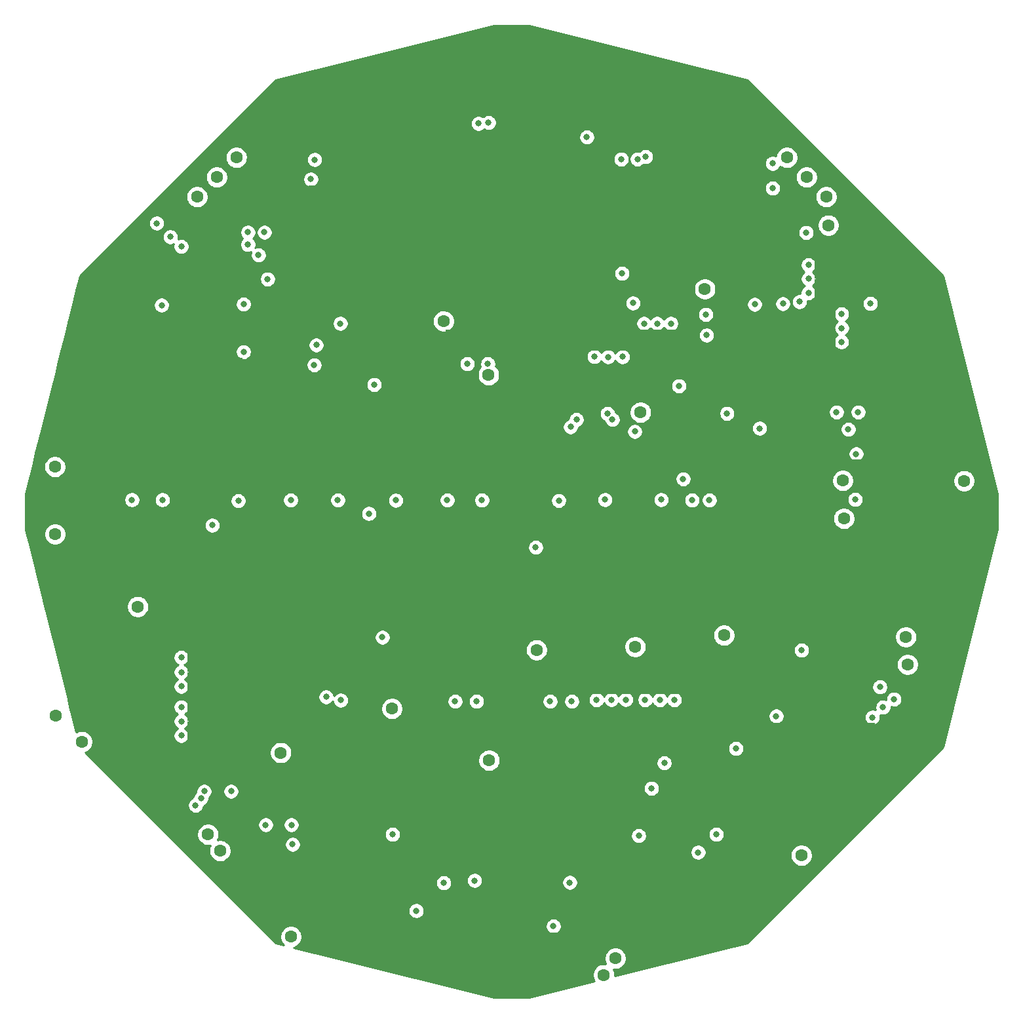
<source format=gbl>
G04 #@! TF.GenerationSoftware,KiCad,Pcbnew,(5.1.6)-1*
G04 #@! TF.CreationDate,2021-04-26T19:55:32-05:00*
G04 #@! TF.ProjectId,capstone-led,63617073-746f-46e6-952d-6c65642e6b69,rev?*
G04 #@! TF.SameCoordinates,Original*
G04 #@! TF.FileFunction,Copper,L4,Bot*
G04 #@! TF.FilePolarity,Positive*
%FSLAX46Y46*%
G04 Gerber Fmt 4.6, Leading zero omitted, Abs format (unit mm)*
G04 Created by KiCad (PCBNEW (5.1.6)-1) date 2021-04-26 19:55:32*
%MOMM*%
%LPD*%
G01*
G04 APERTURE LIST*
G04 #@! TA.AperFunction,ComponentPad*
%ADD10R,1.195000X1.390000*%
G04 #@! TD*
G04 #@! TA.AperFunction,ComponentPad*
%ADD11R,1.430000X1.830000*%
G04 #@! TD*
G04 #@! TA.AperFunction,ComponentPad*
%ADD12R,1.830000X1.430000*%
G04 #@! TD*
G04 #@! TA.AperFunction,ComponentPad*
%ADD13R,1.390000X1.195000*%
G04 #@! TD*
G04 #@! TA.AperFunction,ViaPad*
%ADD14C,0.800000*%
G04 #@! TD*
G04 #@! TA.AperFunction,ViaPad*
%ADD15C,1.600000*%
G04 #@! TD*
G04 #@! TA.AperFunction,Conductor*
%ADD16C,0.254000*%
G04 #@! TD*
G04 APERTURE END LIST*
G04 #@! TA.AperFunction,ComponentPad*
G36*
G01*
X123472000Y-117420200D02*
X121892000Y-117420200D01*
G75*
G02*
X121832000Y-117360200I0J60000D01*
G01*
X121832000Y-116980200D01*
G75*
G02*
X121892000Y-116920200I60000J0D01*
G01*
X123472000Y-116920200D01*
G75*
G02*
X123532000Y-116980200I0J-60000D01*
G01*
X123532000Y-117360200D01*
G75*
G02*
X123472000Y-117420200I-60000J0D01*
G01*
G37*
G04 #@! TD.AperFunction*
G04 #@! TA.AperFunction,ComponentPad*
G36*
G01*
X123472000Y-121484200D02*
X121892000Y-121484200D01*
G75*
G02*
X121832000Y-121424200I0J60000D01*
G01*
X121832000Y-121044200D01*
G75*
G02*
X121892000Y-120984200I60000J0D01*
G01*
X123472000Y-120984200D01*
G75*
G02*
X123532000Y-121044200I0J-60000D01*
G01*
X123532000Y-121424200D01*
G75*
G02*
X123472000Y-121484200I-60000J0D01*
G01*
G37*
G04 #@! TD.AperFunction*
G04 #@! TA.AperFunction,ComponentPad*
G36*
G01*
X123472000Y-125548200D02*
X121892000Y-125548200D01*
G75*
G02*
X121832000Y-125488200I0J60000D01*
G01*
X121832000Y-125108200D01*
G75*
G02*
X121892000Y-125048200I60000J0D01*
G01*
X123472000Y-125048200D01*
G75*
G02*
X123532000Y-125108200I0J-60000D01*
G01*
X123532000Y-125488200D01*
G75*
G02*
X123472000Y-125548200I-60000J0D01*
G01*
G37*
G04 #@! TD.AperFunction*
G04 #@! TA.AperFunction,ComponentPad*
G36*
G01*
X75181400Y-124946600D02*
X76761400Y-124946600D01*
G75*
G02*
X76821400Y-125006600I0J-60000D01*
G01*
X76821400Y-125386600D01*
G75*
G02*
X76761400Y-125446600I-60000J0D01*
G01*
X75181400Y-125446600D01*
G75*
G02*
X75121400Y-125386600I0J60000D01*
G01*
X75121400Y-125006600D01*
G75*
G02*
X75181400Y-124946600I60000J0D01*
G01*
G37*
G04 #@! TD.AperFunction*
G04 #@! TA.AperFunction,ComponentPad*
G36*
G01*
X75181400Y-120882600D02*
X76761400Y-120882600D01*
G75*
G02*
X76821400Y-120942600I0J-60000D01*
G01*
X76821400Y-121322600D01*
G75*
G02*
X76761400Y-121382600I-60000J0D01*
G01*
X75181400Y-121382600D01*
G75*
G02*
X75121400Y-121322600I0J60000D01*
G01*
X75121400Y-120942600D01*
G75*
G02*
X75181400Y-120882600I60000J0D01*
G01*
G37*
G04 #@! TD.AperFunction*
G04 #@! TA.AperFunction,ComponentPad*
G36*
G01*
X75181400Y-116818600D02*
X76761400Y-116818600D01*
G75*
G02*
X76821400Y-116878600I0J-60000D01*
G01*
X76821400Y-117258600D01*
G75*
G02*
X76761400Y-117318600I-60000J0D01*
G01*
X75181400Y-117318600D01*
G75*
G02*
X75121400Y-117258600I0J60000D01*
G01*
X75121400Y-116878600D01*
G75*
G02*
X75181400Y-116818600I60000J0D01*
G01*
G37*
G04 #@! TD.AperFunction*
G04 #@! TA.AperFunction,ComponentPad*
G36*
G01*
X62361000Y-116156800D02*
X62361000Y-114576800D01*
G75*
G02*
X62421000Y-114516800I60000J0D01*
G01*
X62801000Y-114516800D01*
G75*
G02*
X62861000Y-114576800I0J-60000D01*
G01*
X62861000Y-116156800D01*
G75*
G02*
X62801000Y-116216800I-60000J0D01*
G01*
X62421000Y-116216800D01*
G75*
G02*
X62361000Y-116156800I0J60000D01*
G01*
G37*
G04 #@! TD.AperFunction*
G04 #@! TA.AperFunction,ComponentPad*
G36*
G01*
X58297000Y-116156800D02*
X58297000Y-114576800D01*
G75*
G02*
X58357000Y-114516800I60000J0D01*
G01*
X58737000Y-114516800D01*
G75*
G02*
X58797000Y-114576800I0J-60000D01*
G01*
X58797000Y-116156800D01*
G75*
G02*
X58737000Y-116216800I-60000J0D01*
G01*
X58357000Y-116216800D01*
G75*
G02*
X58297000Y-116156800I0J60000D01*
G01*
G37*
G04 #@! TD.AperFunction*
G04 #@! TA.AperFunction,ComponentPad*
G36*
G01*
X54233000Y-116156800D02*
X54233000Y-114576800D01*
G75*
G02*
X54293000Y-114516800I60000J0D01*
G01*
X54673000Y-114516800D01*
G75*
G02*
X54733000Y-114576800I0J-60000D01*
G01*
X54733000Y-116156800D01*
G75*
G02*
X54673000Y-116216800I-60000J0D01*
G01*
X54293000Y-116216800D01*
G75*
G02*
X54233000Y-116156800I0J60000D01*
G01*
G37*
G04 #@! TD.AperFunction*
G04 #@! TA.AperFunction,ComponentPad*
G36*
G01*
X74291000Y-132356800D02*
X74291000Y-133936800D01*
G75*
G02*
X74231000Y-133996800I-60000J0D01*
G01*
X73851000Y-133996800D01*
G75*
G02*
X73791000Y-133936800I0J60000D01*
G01*
X73791000Y-132356800D01*
G75*
G02*
X73851000Y-132296800I60000J0D01*
G01*
X74231000Y-132296800D01*
G75*
G02*
X74291000Y-132356800I0J-60000D01*
G01*
G37*
G04 #@! TD.AperFunction*
G04 #@! TA.AperFunction,ComponentPad*
G36*
G01*
X135733600Y-63776800D02*
X135733600Y-65356800D01*
G75*
G02*
X135673600Y-65416800I-60000J0D01*
G01*
X135293600Y-65416800D01*
G75*
G02*
X135233600Y-65356800I0J60000D01*
G01*
X135233600Y-63776800D01*
G75*
G02*
X135293600Y-63716800I60000J0D01*
G01*
X135673600Y-63716800D01*
G75*
G02*
X135733600Y-63776800I0J-60000D01*
G01*
G37*
G04 #@! TD.AperFunction*
G04 #@! TA.AperFunction,ComponentPad*
G36*
G01*
X123141800Y-73224200D02*
X121561800Y-73224200D01*
G75*
G02*
X121501800Y-73164200I0J60000D01*
G01*
X121501800Y-72784200D01*
G75*
G02*
X121561800Y-72724200I60000J0D01*
G01*
X123141800Y-72724200D01*
G75*
G02*
X123201800Y-72784200I0J-60000D01*
G01*
X123201800Y-73164200D01*
G75*
G02*
X123141800Y-73224200I-60000J0D01*
G01*
G37*
G04 #@! TD.AperFunction*
G04 #@! TA.AperFunction,ComponentPad*
G36*
G01*
X78380400Y-132356800D02*
X78380400Y-133936800D01*
G75*
G02*
X78320400Y-133996800I-60000J0D01*
G01*
X77940400Y-133996800D01*
G75*
G02*
X77880400Y-133936800I0J60000D01*
G01*
X77880400Y-132356800D01*
G75*
G02*
X77940400Y-132296800I60000J0D01*
G01*
X78320400Y-132296800D01*
G75*
G02*
X78380400Y-132356800I0J-60000D01*
G01*
G37*
G04 #@! TD.AperFunction*
G04 #@! TA.AperFunction,ComponentPad*
G36*
G01*
X124083000Y-46586200D02*
X124083000Y-45006200D01*
G75*
G02*
X124143000Y-44946200I60000J0D01*
G01*
X124523000Y-44946200D01*
G75*
G02*
X124583000Y-45006200I0J-60000D01*
G01*
X124583000Y-46586200D01*
G75*
G02*
X124523000Y-46646200I-60000J0D01*
G01*
X124143000Y-46646200D01*
G75*
G02*
X124083000Y-46586200I0J60000D01*
G01*
G37*
G04 #@! TD.AperFunction*
G04 #@! TA.AperFunction,ComponentPad*
G36*
G01*
X123141800Y-77186600D02*
X121561800Y-77186600D01*
G75*
G02*
X121501800Y-77126600I0J60000D01*
G01*
X121501800Y-76746600D01*
G75*
G02*
X121561800Y-76686600I60000J0D01*
G01*
X123141800Y-76686600D01*
G75*
G02*
X123201800Y-76746600I0J-60000D01*
G01*
X123201800Y-77126600D01*
G75*
G02*
X123141800Y-77186600I-60000J0D01*
G01*
G37*
G04 #@! TD.AperFunction*
G04 #@! TA.AperFunction,ComponentPad*
G36*
G01*
X82368200Y-132356800D02*
X82368200Y-133936800D01*
G75*
G02*
X82308200Y-133996800I-60000J0D01*
G01*
X81928200Y-133996800D01*
G75*
G02*
X81868200Y-133936800I0J60000D01*
G01*
X81868200Y-132356800D01*
G75*
G02*
X81928200Y-132296800I60000J0D01*
G01*
X82308200Y-132296800D01*
G75*
G02*
X82368200Y-132356800I0J-60000D01*
G01*
G37*
G04 #@! TD.AperFunction*
G04 #@! TA.AperFunction,ComponentPad*
G36*
G01*
X120019000Y-46586200D02*
X120019000Y-45006200D01*
G75*
G02*
X120079000Y-44946200I60000J0D01*
G01*
X120459000Y-44946200D01*
G75*
G02*
X120519000Y-45006200I0J-60000D01*
G01*
X120519000Y-46586200D01*
G75*
G02*
X120459000Y-46646200I-60000J0D01*
G01*
X120079000Y-46646200D01*
G75*
G02*
X120019000Y-46586200I0J60000D01*
G01*
G37*
G04 #@! TD.AperFunction*
G04 #@! TA.AperFunction,ComponentPad*
G36*
G01*
X133125400Y-90731400D02*
X133125400Y-89151400D01*
G75*
G02*
X133185400Y-89091400I60000J0D01*
G01*
X133565400Y-89091400D01*
G75*
G02*
X133625400Y-89151400I0J-60000D01*
G01*
X133625400Y-90731400D01*
G75*
G02*
X133565400Y-90791400I-60000J0D01*
G01*
X133185400Y-90791400D01*
G75*
G02*
X133125400Y-90731400I0J60000D01*
G01*
G37*
G04 #@! TD.AperFunction*
G04 #@! TA.AperFunction,ComponentPad*
G36*
G01*
X95246000Y-137995600D02*
X95246000Y-139575600D01*
G75*
G02*
X95186000Y-139635600I-60000J0D01*
G01*
X94806000Y-139635600D01*
G75*
G02*
X94746000Y-139575600I0J60000D01*
G01*
X94746000Y-137995600D01*
G75*
G02*
X94806000Y-137935600I60000J0D01*
G01*
X95186000Y-137935600D01*
G75*
G02*
X95246000Y-137995600I0J-60000D01*
G01*
G37*
G04 #@! TD.AperFunction*
G04 #@! TA.AperFunction,ComponentPad*
G36*
G01*
X115980400Y-46586200D02*
X115980400Y-45006200D01*
G75*
G02*
X116040400Y-44946200I60000J0D01*
G01*
X116420400Y-44946200D01*
G75*
G02*
X116480400Y-45006200I0J-60000D01*
G01*
X116480400Y-46586200D01*
G75*
G02*
X116420400Y-46646200I-60000J0D01*
G01*
X116040400Y-46646200D01*
G75*
G02*
X115980400Y-46586200I0J60000D01*
G01*
G37*
G04 #@! TD.AperFunction*
G04 #@! TA.AperFunction,ComponentPad*
G36*
G01*
X129086800Y-90731400D02*
X129086800Y-89151400D01*
G75*
G02*
X129146800Y-89091400I60000J0D01*
G01*
X129526800Y-89091400D01*
G75*
G02*
X129586800Y-89151400I0J-60000D01*
G01*
X129586800Y-90731400D01*
G75*
G02*
X129526800Y-90791400I-60000J0D01*
G01*
X129146800Y-90791400D01*
G75*
G02*
X129086800Y-90731400I0J60000D01*
G01*
G37*
G04 #@! TD.AperFunction*
G04 #@! TA.AperFunction,ComponentPad*
G36*
G01*
X99310000Y-137995600D02*
X99310000Y-139575600D01*
G75*
G02*
X99250000Y-139635600I-60000J0D01*
G01*
X98870000Y-139635600D01*
G75*
G02*
X98810000Y-139575600I0J60000D01*
G01*
X98810000Y-137995600D01*
G75*
G02*
X98870000Y-137935600I60000J0D01*
G01*
X99250000Y-137935600D01*
G75*
G02*
X99310000Y-137995600I0J-60000D01*
G01*
G37*
G04 #@! TD.AperFunction*
G04 #@! TA.AperFunction,ComponentPad*
G36*
G01*
X102823200Y-41912600D02*
X102823200Y-40332600D01*
G75*
G02*
X102883200Y-40272600I60000J0D01*
G01*
X103263200Y-40272600D01*
G75*
G02*
X103323200Y-40332600I0J-60000D01*
G01*
X103323200Y-41912600D01*
G75*
G02*
X103263200Y-41972600I-60000J0D01*
G01*
X102883200Y-41972600D01*
G75*
G02*
X102823200Y-41912600I0J60000D01*
G01*
G37*
G04 #@! TD.AperFunction*
G04 #@! TA.AperFunction,ComponentPad*
G36*
G01*
X125022800Y-90731400D02*
X125022800Y-89151400D01*
G75*
G02*
X125082800Y-89091400I60000J0D01*
G01*
X125462800Y-89091400D01*
G75*
G02*
X125522800Y-89151400I0J-60000D01*
G01*
X125522800Y-90731400D01*
G75*
G02*
X125462800Y-90791400I-60000J0D01*
G01*
X125082800Y-90791400D01*
G75*
G02*
X125022800Y-90731400I0J60000D01*
G01*
G37*
G04 #@! TD.AperFunction*
G04 #@! TA.AperFunction,ComponentPad*
G36*
G01*
X103374000Y-137995600D02*
X103374000Y-139575600D01*
G75*
G02*
X103314000Y-139635600I-60000J0D01*
G01*
X102934000Y-139635600D01*
G75*
G02*
X102874000Y-139575600I0J60000D01*
G01*
X102874000Y-137995600D01*
G75*
G02*
X102934000Y-137935600I60000J0D01*
G01*
X103314000Y-137935600D01*
G75*
G02*
X103374000Y-137995600I0J-60000D01*
G01*
G37*
G04 #@! TD.AperFunction*
G04 #@! TA.AperFunction,ComponentPad*
G36*
G01*
X98810000Y-41912600D02*
X98810000Y-40332600D01*
G75*
G02*
X98870000Y-40272600I60000J0D01*
G01*
X99250000Y-40272600D01*
G75*
G02*
X99310000Y-40332600I0J-60000D01*
G01*
X99310000Y-41912600D01*
G75*
G02*
X99250000Y-41972600I-60000J0D01*
G01*
X98870000Y-41972600D01*
G75*
G02*
X98810000Y-41912600I0J60000D01*
G01*
G37*
G04 #@! TD.AperFunction*
G04 #@! TA.AperFunction,ComponentPad*
G36*
G01*
X112881600Y-90731400D02*
X112881600Y-89151400D01*
G75*
G02*
X112941600Y-89091400I60000J0D01*
G01*
X113321600Y-89091400D01*
G75*
G02*
X113381600Y-89151400I0J-60000D01*
G01*
X113381600Y-90731400D01*
G75*
G02*
X113321600Y-90791400I-60000J0D01*
G01*
X112941600Y-90791400D01*
G75*
G02*
X112881600Y-90731400I0J60000D01*
G01*
G37*
G04 #@! TD.AperFunction*
G04 #@! TA.AperFunction,ComponentPad*
G36*
G01*
X116302600Y-132407600D02*
X116302600Y-133987600D01*
G75*
G02*
X116242600Y-134047600I-60000J0D01*
G01*
X115862600Y-134047600D01*
G75*
G02*
X115802600Y-133987600I0J60000D01*
G01*
X115802600Y-132407600D01*
G75*
G02*
X115862600Y-132347600I60000J0D01*
G01*
X116242600Y-132347600D01*
G75*
G02*
X116302600Y-132407600I0J-60000D01*
G01*
G37*
G04 #@! TD.AperFunction*
G04 #@! TA.AperFunction,ComponentPad*
G36*
G01*
X94746000Y-41912600D02*
X94746000Y-40332600D01*
G75*
G02*
X94806000Y-40272600I60000J0D01*
G01*
X95186000Y-40272600D01*
G75*
G02*
X95246000Y-40332600I0J-60000D01*
G01*
X95246000Y-41912600D01*
G75*
G02*
X95186000Y-41972600I-60000J0D01*
G01*
X94806000Y-41972600D01*
G75*
G02*
X94746000Y-41912600I0J60000D01*
G01*
G37*
G04 #@! TD.AperFunction*
G04 #@! TA.AperFunction,ComponentPad*
G36*
G01*
X108792200Y-90731400D02*
X108792200Y-89151400D01*
G75*
G02*
X108852200Y-89091400I60000J0D01*
G01*
X109232200Y-89091400D01*
G75*
G02*
X109292200Y-89151400I0J-60000D01*
G01*
X109292200Y-90731400D01*
G75*
G02*
X109232200Y-90791400I-60000J0D01*
G01*
X108852200Y-90791400D01*
G75*
G02*
X108792200Y-90731400I0J60000D01*
G01*
G37*
G04 #@! TD.AperFunction*
G04 #@! TA.AperFunction,ComponentPad*
G36*
G01*
X120392000Y-132407600D02*
X120392000Y-133987600D01*
G75*
G02*
X120332000Y-134047600I-60000J0D01*
G01*
X119952000Y-134047600D01*
G75*
G02*
X119892000Y-133987600I0J60000D01*
G01*
X119892000Y-132407600D01*
G75*
G02*
X119952000Y-132347600I60000J0D01*
G01*
X120332000Y-132347600D01*
G75*
G02*
X120392000Y-132407600I0J-60000D01*
G01*
G37*
G04 #@! TD.AperFunction*
G04 #@! TA.AperFunction,ComponentPad*
G36*
G01*
X81665000Y-46764000D02*
X81665000Y-45184000D01*
G75*
G02*
X81725000Y-45124000I60000J0D01*
G01*
X82105000Y-45124000D01*
G75*
G02*
X82165000Y-45184000I0J-60000D01*
G01*
X82165000Y-46764000D01*
G75*
G02*
X82105000Y-46824000I-60000J0D01*
G01*
X81725000Y-46824000D01*
G75*
G02*
X81665000Y-46764000I0J60000D01*
G01*
G37*
G04 #@! TD.AperFunction*
G04 #@! TA.AperFunction,ComponentPad*
G36*
G01*
X104753600Y-90731400D02*
X104753600Y-89151400D01*
G75*
G02*
X104813600Y-89091400I60000J0D01*
G01*
X105193600Y-89091400D01*
G75*
G02*
X105253600Y-89151400I0J-60000D01*
G01*
X105253600Y-90731400D01*
G75*
G02*
X105193600Y-90791400I-60000J0D01*
G01*
X104813600Y-90791400D01*
G75*
G02*
X104753600Y-90731400I0J60000D01*
G01*
G37*
G04 #@! TD.AperFunction*
G04 #@! TA.AperFunction,ComponentPad*
G36*
G01*
X124430600Y-132407600D02*
X124430600Y-133987600D01*
G75*
G02*
X124370600Y-134047600I-60000J0D01*
G01*
X123990600Y-134047600D01*
G75*
G02*
X123930600Y-133987600I0J60000D01*
G01*
X123930600Y-132407600D01*
G75*
G02*
X123990600Y-132347600I60000J0D01*
G01*
X124370600Y-132347600D01*
G75*
G02*
X124430600Y-132407600I0J-60000D01*
G01*
G37*
G04 #@! TD.AperFunction*
G04 #@! TA.AperFunction,ComponentPad*
G36*
G01*
X77677200Y-46764000D02*
X77677200Y-45184000D01*
G75*
G02*
X77737200Y-45124000I60000J0D01*
G01*
X78117200Y-45124000D01*
G75*
G02*
X78177200Y-45184000I0J-60000D01*
G01*
X78177200Y-46764000D01*
G75*
G02*
X78117200Y-46824000I-60000J0D01*
G01*
X77737200Y-46824000D01*
G75*
G02*
X77677200Y-46764000I0J60000D01*
G01*
G37*
G04 #@! TD.AperFunction*
G04 #@! TA.AperFunction,ComponentPad*
G36*
G01*
X92612400Y-90731400D02*
X92612400Y-89151400D01*
G75*
G02*
X92672400Y-89091400I60000J0D01*
G01*
X93052400Y-89091400D01*
G75*
G02*
X93112400Y-89151400I0J-60000D01*
G01*
X93112400Y-90731400D01*
G75*
G02*
X93052400Y-90791400I-60000J0D01*
G01*
X92672400Y-90791400D01*
G75*
G02*
X92612400Y-90731400I0J60000D01*
G01*
G37*
G04 #@! TD.AperFunction*
G04 #@! TA.AperFunction,ComponentPad*
G36*
G01*
X135708200Y-114551400D02*
X135708200Y-116131400D01*
G75*
G02*
X135648200Y-116191400I-60000J0D01*
G01*
X135268200Y-116191400D01*
G75*
G02*
X135208200Y-116131400I0J60000D01*
G01*
X135208200Y-114551400D01*
G75*
G02*
X135268200Y-114491400I60000J0D01*
G01*
X135648200Y-114491400D01*
G75*
G02*
X135708200Y-114551400I0J-60000D01*
G01*
G37*
G04 #@! TD.AperFunction*
G04 #@! TA.AperFunction,ComponentPad*
G36*
G01*
X73587800Y-46764000D02*
X73587800Y-45184000D01*
G75*
G02*
X73647800Y-45124000I60000J0D01*
G01*
X74027800Y-45124000D01*
G75*
G02*
X74087800Y-45184000I0J-60000D01*
G01*
X74087800Y-46764000D01*
G75*
G02*
X74027800Y-46824000I-60000J0D01*
G01*
X73647800Y-46824000D01*
G75*
G02*
X73587800Y-46764000I0J60000D01*
G01*
G37*
G04 #@! TD.AperFunction*
G04 #@! TA.AperFunction,ComponentPad*
G36*
G01*
X88523000Y-90731400D02*
X88523000Y-89151400D01*
G75*
G02*
X88583000Y-89091400I60000J0D01*
G01*
X88963000Y-89091400D01*
G75*
G02*
X89023000Y-89151400I0J-60000D01*
G01*
X89023000Y-90731400D01*
G75*
G02*
X88963000Y-90791400I-60000J0D01*
G01*
X88583000Y-90791400D01*
G75*
G02*
X88523000Y-90731400I0J60000D01*
G01*
G37*
G04 #@! TD.AperFunction*
G04 #@! TA.AperFunction,ComponentPad*
G36*
G01*
X139797600Y-114551400D02*
X139797600Y-116131400D01*
G75*
G02*
X139737600Y-116191400I-60000J0D01*
G01*
X139357600Y-116191400D01*
G75*
G02*
X139297600Y-116131400I0J60000D01*
G01*
X139297600Y-114551400D01*
G75*
G02*
X139357600Y-114491400I60000J0D01*
G01*
X139737600Y-114491400D01*
G75*
G02*
X139797600Y-114551400I0J-60000D01*
G01*
G37*
G04 #@! TD.AperFunction*
G04 #@! TA.AperFunction,ComponentPad*
G36*
G01*
X53996400Y-63776800D02*
X53996400Y-65356800D01*
G75*
G02*
X53936400Y-65416800I-60000J0D01*
G01*
X53556400Y-65416800D01*
G75*
G02*
X53496400Y-65356800I0J60000D01*
G01*
X53496400Y-63776800D01*
G75*
G02*
X53556400Y-63716800I60000J0D01*
G01*
X53936400Y-63716800D01*
G75*
G02*
X53996400Y-63776800I0J-60000D01*
G01*
G37*
G04 #@! TD.AperFunction*
G04 #@! TA.AperFunction,ComponentPad*
G36*
G01*
X84509800Y-90731400D02*
X84509800Y-89151400D01*
G75*
G02*
X84569800Y-89091400I60000J0D01*
G01*
X84949800Y-89091400D01*
G75*
G02*
X85009800Y-89151400I0J-60000D01*
G01*
X85009800Y-90731400D01*
G75*
G02*
X84949800Y-90791400I-60000J0D01*
G01*
X84569800Y-90791400D01*
G75*
G02*
X84509800Y-90731400I0J60000D01*
G01*
G37*
G04 #@! TD.AperFunction*
G04 #@! TA.AperFunction,ComponentPad*
G36*
G01*
X143836200Y-114551400D02*
X143836200Y-116131400D01*
G75*
G02*
X143776200Y-116191400I-60000J0D01*
G01*
X143396200Y-116191400D01*
G75*
G02*
X143336200Y-116131400I0J60000D01*
G01*
X143336200Y-114551400D01*
G75*
G02*
X143396200Y-114491400I60000J0D01*
G01*
X143776200Y-114491400D01*
G75*
G02*
X143836200Y-114551400I0J-60000D01*
G01*
G37*
G04 #@! TD.AperFunction*
G04 #@! TA.AperFunction,ComponentPad*
G36*
G01*
X58035000Y-63776800D02*
X58035000Y-65356800D01*
G75*
G02*
X57975000Y-65416800I-60000J0D01*
G01*
X57595000Y-65416800D01*
G75*
G02*
X57535000Y-65356800I0J60000D01*
G01*
X57535000Y-63776800D01*
G75*
G02*
X57595000Y-63716800I60000J0D01*
G01*
X57975000Y-63716800D01*
G75*
G02*
X58035000Y-63776800I0J-60000D01*
G01*
G37*
G04 #@! TD.AperFunction*
G04 #@! TA.AperFunction,ComponentPad*
G36*
G01*
X72343200Y-90731400D02*
X72343200Y-89151400D01*
G75*
G02*
X72403200Y-89091400I60000J0D01*
G01*
X72783200Y-89091400D01*
G75*
G02*
X72843200Y-89151400I0J-60000D01*
G01*
X72843200Y-90731400D01*
G75*
G02*
X72783200Y-90791400I-60000J0D01*
G01*
X72403200Y-90791400D01*
G75*
G02*
X72343200Y-90731400I0J60000D01*
G01*
G37*
G04 #@! TD.AperFunction*
G04 #@! TA.AperFunction,ComponentPad*
G36*
G01*
X145868200Y-89151400D02*
X145868200Y-90731400D01*
G75*
G02*
X145808200Y-90791400I-60000J0D01*
G01*
X145428200Y-90791400D01*
G75*
G02*
X145368200Y-90731400I0J60000D01*
G01*
X145368200Y-89151400D01*
G75*
G02*
X145428200Y-89091400I60000J0D01*
G01*
X145808200Y-89091400D01*
G75*
G02*
X145868200Y-89151400I0J-60000D01*
G01*
G37*
G04 #@! TD.AperFunction*
G04 #@! TA.AperFunction,ComponentPad*
G36*
G01*
X62099000Y-63776800D02*
X62099000Y-65356800D01*
G75*
G02*
X62039000Y-65416800I-60000J0D01*
G01*
X61659000Y-65416800D01*
G75*
G02*
X61599000Y-65356800I0J60000D01*
G01*
X61599000Y-63776800D01*
G75*
G02*
X61659000Y-63716800I60000J0D01*
G01*
X62039000Y-63716800D01*
G75*
G02*
X62099000Y-63776800I0J-60000D01*
G01*
G37*
G04 #@! TD.AperFunction*
G04 #@! TA.AperFunction,ComponentPad*
G36*
G01*
X68279200Y-90731400D02*
X68279200Y-89151400D01*
G75*
G02*
X68339200Y-89091400I60000J0D01*
G01*
X68719200Y-89091400D01*
G75*
G02*
X68779200Y-89151400I0J-60000D01*
G01*
X68779200Y-90731400D01*
G75*
G02*
X68719200Y-90791400I-60000J0D01*
G01*
X68339200Y-90791400D01*
G75*
G02*
X68279200Y-90731400I0J60000D01*
G01*
G37*
G04 #@! TD.AperFunction*
G04 #@! TA.AperFunction,ComponentPad*
G36*
G01*
X149881400Y-89151400D02*
X149881400Y-90731400D01*
G75*
G02*
X149821400Y-90791400I-60000J0D01*
G01*
X149441400Y-90791400D01*
G75*
G02*
X149381400Y-90731400I0J60000D01*
G01*
X149381400Y-89151400D01*
G75*
G02*
X149441400Y-89091400I60000J0D01*
G01*
X149821400Y-89091400D01*
G75*
G02*
X149881400Y-89151400I0J-60000D01*
G01*
G37*
G04 #@! TD.AperFunction*
G04 #@! TA.AperFunction,ComponentPad*
G36*
G01*
X76685200Y-73224200D02*
X75105200Y-73224200D01*
G75*
G02*
X75045200Y-73164200I0J60000D01*
G01*
X75045200Y-72784200D01*
G75*
G02*
X75105200Y-72724200I60000J0D01*
G01*
X76685200Y-72724200D01*
G75*
G02*
X76745200Y-72784200I0J-60000D01*
G01*
X76745200Y-73164200D01*
G75*
G02*
X76685200Y-73224200I-60000J0D01*
G01*
G37*
G04 #@! TD.AperFunction*
G04 #@! TA.AperFunction,ComponentPad*
G36*
G01*
X64240600Y-90731400D02*
X64240600Y-89151400D01*
G75*
G02*
X64300600Y-89091400I60000J0D01*
G01*
X64680600Y-89091400D01*
G75*
G02*
X64740600Y-89151400I0J-60000D01*
G01*
X64740600Y-90731400D01*
G75*
G02*
X64680600Y-90791400I-60000J0D01*
G01*
X64300600Y-90791400D01*
G75*
G02*
X64240600Y-90731400I0J60000D01*
G01*
G37*
G04 #@! TD.AperFunction*
G04 #@! TA.AperFunction,ComponentPad*
G36*
G01*
X153894600Y-89151400D02*
X153894600Y-90731400D01*
G75*
G02*
X153834600Y-90791400I-60000J0D01*
G01*
X153454600Y-90791400D01*
G75*
G02*
X153394600Y-90731400I0J60000D01*
G01*
X153394600Y-89151400D01*
G75*
G02*
X153454600Y-89091400I60000J0D01*
G01*
X153834600Y-89091400D01*
G75*
G02*
X153894600Y-89151400I0J-60000D01*
G01*
G37*
G04 #@! TD.AperFunction*
G04 #@! TA.AperFunction,ComponentPad*
G36*
G01*
X76685200Y-77212000D02*
X75105200Y-77212000D01*
G75*
G02*
X75045200Y-77152000I0J60000D01*
G01*
X75045200Y-76772000D01*
G75*
G02*
X75105200Y-76712000I60000J0D01*
G01*
X76685200Y-76712000D01*
G75*
G02*
X76745200Y-76772000I0J-60000D01*
G01*
X76745200Y-77152000D01*
G75*
G02*
X76685200Y-77212000I-60000J0D01*
G01*
G37*
G04 #@! TD.AperFunction*
G04 #@! TA.AperFunction,ComponentPad*
G36*
G01*
X52023200Y-90731400D02*
X52023200Y-89151400D01*
G75*
G02*
X52083200Y-89091400I60000J0D01*
G01*
X52463200Y-89091400D01*
G75*
G02*
X52523200Y-89151400I0J-60000D01*
G01*
X52523200Y-90731400D01*
G75*
G02*
X52463200Y-90791400I-60000J0D01*
G01*
X52083200Y-90791400D01*
G75*
G02*
X52023200Y-90731400I0J60000D01*
G01*
G37*
G04 #@! TD.AperFunction*
G04 #@! TA.AperFunction,ComponentPad*
G36*
G01*
X143361600Y-65356800D02*
X143361600Y-63776800D01*
G75*
G02*
X143421600Y-63716800I60000J0D01*
G01*
X143801600Y-63716800D01*
G75*
G02*
X143861600Y-63776800I0J-60000D01*
G01*
X143861600Y-65356800D01*
G75*
G02*
X143801600Y-65416800I-60000J0D01*
G01*
X143421600Y-65416800D01*
G75*
G02*
X143361600Y-65356800I0J60000D01*
G01*
G37*
G04 #@! TD.AperFunction*
G04 #@! TA.AperFunction,ComponentPad*
G36*
G01*
X76685200Y-81276000D02*
X75105200Y-81276000D01*
G75*
G02*
X75045200Y-81216000I0J60000D01*
G01*
X75045200Y-80836000D01*
G75*
G02*
X75105200Y-80776000I60000J0D01*
G01*
X76685200Y-80776000D01*
G75*
G02*
X76745200Y-80836000I0J-60000D01*
G01*
X76745200Y-81216000D01*
G75*
G02*
X76685200Y-81276000I-60000J0D01*
G01*
G37*
G04 #@! TD.AperFunction*
G04 #@! TA.AperFunction,ComponentPad*
G36*
G01*
X47984600Y-90731400D02*
X47984600Y-89151400D01*
G75*
G02*
X48044600Y-89091400I60000J0D01*
G01*
X48424600Y-89091400D01*
G75*
G02*
X48484600Y-89151400I0J-60000D01*
G01*
X48484600Y-90731400D01*
G75*
G02*
X48424600Y-90791400I-60000J0D01*
G01*
X48044600Y-90791400D01*
G75*
G02*
X47984600Y-90731400I0J60000D01*
G01*
G37*
G04 #@! TD.AperFunction*
G04 #@! TA.AperFunction,ComponentPad*
G36*
G01*
X139297600Y-65356800D02*
X139297600Y-63776800D01*
G75*
G02*
X139357600Y-63716800I60000J0D01*
G01*
X139737600Y-63716800D01*
G75*
G02*
X139797600Y-63776800I0J-60000D01*
G01*
X139797600Y-65356800D01*
G75*
G02*
X139737600Y-65416800I-60000J0D01*
G01*
X139357600Y-65416800D01*
G75*
G02*
X139297600Y-65356800I0J60000D01*
G01*
G37*
G04 #@! TD.AperFunction*
G04 #@! TA.AperFunction,ComponentPad*
G36*
G01*
X121561800Y-80725200D02*
X123141800Y-80725200D01*
G75*
G02*
X123201800Y-80785200I0J-60000D01*
G01*
X123201800Y-81165200D01*
G75*
G02*
X123141800Y-81225200I-60000J0D01*
G01*
X121561800Y-81225200D01*
G75*
G02*
X121501800Y-81165200I0J60000D01*
G01*
X121501800Y-80785200D01*
G75*
G02*
X121561800Y-80725200I60000J0D01*
G01*
G37*
G04 #@! TD.AperFunction*
G04 #@! TA.AperFunction,ComponentPad*
G36*
G01*
X43946000Y-90731400D02*
X43946000Y-89151400D01*
G75*
G02*
X44006000Y-89091400I60000J0D01*
G01*
X44386000Y-89091400D01*
G75*
G02*
X44446000Y-89151400I0J-60000D01*
G01*
X44446000Y-90731400D01*
G75*
G02*
X44386000Y-90791400I-60000J0D01*
G01*
X44006000Y-90791400D01*
G75*
G02*
X43946000Y-90731400I0J60000D01*
G01*
G37*
G04 #@! TD.AperFunction*
D10*
X116419840Y-121928240D03*
X116419840Y-120538240D03*
X117614840Y-121928240D03*
X117614840Y-120538240D03*
X118809840Y-121928240D03*
X118809840Y-120538240D03*
X120004840Y-121928240D03*
X120004840Y-120538240D03*
X82258960Y-120432160D03*
X82258960Y-121822160D03*
X81063960Y-120432160D03*
X81063960Y-121822160D03*
X79868960Y-120432160D03*
X79868960Y-121822160D03*
X78673960Y-120432160D03*
X78673960Y-121822160D03*
X110146040Y-121928240D03*
X110146040Y-120538240D03*
X111341040Y-121928240D03*
X111341040Y-120538240D03*
X112536040Y-121928240D03*
X112536040Y-120538240D03*
X113731040Y-121928240D03*
X113731040Y-120538240D03*
X88558160Y-120438560D03*
X88558160Y-121828560D03*
X87363160Y-120438560D03*
X87363160Y-121828560D03*
X86168160Y-120438560D03*
X86168160Y-121828560D03*
X84973160Y-120438560D03*
X84973160Y-121828560D03*
D11*
X143913860Y-67869400D03*
X145341340Y-67869400D03*
X126062740Y-57733600D03*
X124635260Y-57733600D03*
X103426260Y-56718800D03*
X104853740Y-56718800D03*
X77188060Y-61570200D03*
X78615540Y-61570200D03*
X52016660Y-80163000D03*
X53444140Y-80163000D03*
X145341340Y-76504200D03*
X143913860Y-76504200D03*
X124635260Y-61392400D03*
X126062740Y-61392400D03*
X98346260Y-56718800D03*
X99773740Y-56718800D03*
X72108060Y-61570200D03*
X73535540Y-61570200D03*
D12*
X79426400Y-72621140D03*
X79426400Y-71193660D03*
D11*
X143913860Y-80162400D03*
X145341340Y-80162400D03*
X119555260Y-61392400D03*
X120982740Y-61392400D03*
X93266260Y-56718800D03*
X94693740Y-56718800D03*
X62176660Y-68098000D03*
X63604140Y-68098000D03*
D12*
X87832600Y-71193660D03*
X87832600Y-72621140D03*
D11*
X114449860Y-61391800D03*
X115877340Y-61391800D03*
X82242660Y-49505200D03*
X83670140Y-49505200D03*
X63604140Y-76504200D03*
X62176660Y-76504200D03*
D12*
X91491400Y-72621140D03*
X91491400Y-71193660D03*
D11*
X133753860Y-80163000D03*
X135181340Y-80163000D03*
X103413460Y-44653800D03*
X104840940Y-44653800D03*
X83670140Y-57911400D03*
X82242660Y-57911400D03*
X62176660Y-80163000D03*
X63604140Y-80163000D03*
D12*
X91491400Y-77701140D03*
X91491400Y-76273660D03*
D11*
X124635260Y-49098800D03*
X126062740Y-49098800D03*
X104853740Y-53060000D03*
X103426260Y-53060000D03*
X82268060Y-61570200D03*
X83695540Y-61570200D03*
X57096660Y-80163000D03*
X58524140Y-80163000D03*
D12*
X91491400Y-82781140D03*
X91491400Y-81353660D03*
X118821200Y-81277460D03*
X118821200Y-82704940D03*
D11*
X135130540Y-101878800D03*
X133703060Y-101878800D03*
X113408460Y-105537600D03*
X114835940Y-105537600D03*
X88084660Y-105537600D03*
X89512140Y-105537600D03*
X62735460Y-105537000D03*
X64162940Y-105537000D03*
D12*
X110414400Y-82704940D03*
X110414400Y-81277460D03*
D11*
X133703060Y-105537600D03*
X135130540Y-105537600D03*
X83004660Y-105537000D03*
X84432140Y-105537000D03*
X52600860Y-93244000D03*
X54028340Y-93244000D03*
D12*
X106755600Y-81277460D03*
X106755600Y-82704940D03*
D11*
X128623060Y-105537600D03*
X130050540Y-105537600D03*
X103248460Y-105537600D03*
X104675940Y-105537600D03*
X72895460Y-93244000D03*
X74322940Y-93244000D03*
X54028340Y-101878800D03*
X52600860Y-101878800D03*
D12*
X106755600Y-76197460D03*
X106755600Y-77624940D03*
D11*
X123543060Y-105537600D03*
X124970540Y-105537600D03*
X93164660Y-93244000D03*
X94592140Y-93244000D03*
X74322940Y-101878800D03*
X72895460Y-101878800D03*
X52600860Y-105537000D03*
X54028340Y-105537000D03*
D12*
X106755600Y-71168260D03*
X106755600Y-72595740D03*
D11*
X94592140Y-101878800D03*
X93164660Y-101878800D03*
X72895460Y-105537000D03*
X74322940Y-105537000D03*
X47520860Y-105537000D03*
X48948340Y-105537000D03*
X133703060Y-93244000D03*
X135130540Y-93244000D03*
X114835940Y-101878800D03*
X113408460Y-101878800D03*
X93164660Y-105537600D03*
X94592140Y-105537600D03*
X67815460Y-105537000D03*
X69242940Y-105537000D03*
X42440860Y-105537000D03*
X43868340Y-105537000D03*
X62913260Y-118669400D03*
X64340740Y-118669400D03*
X83924140Y-145109600D03*
X82496660Y-145109600D03*
X103426260Y-154407200D03*
X104853740Y-154407200D03*
X119428260Y-148793800D03*
X120855740Y-148793800D03*
X133753860Y-130937000D03*
X135181340Y-130937000D03*
X64340740Y-127304200D03*
X62913260Y-127304200D03*
X82496660Y-148768400D03*
X83924140Y-148768400D03*
X98346260Y-154407200D03*
X99773740Y-154407200D03*
X114348260Y-148793800D03*
X115775740Y-148793800D03*
X153984860Y-93244000D03*
X155412340Y-93244000D03*
X145265140Y-101878800D03*
X143837660Y-101878800D03*
X93279060Y-44653800D03*
X94706540Y-44653800D03*
X53444140Y-76504200D03*
X52016660Y-76504200D03*
X123543060Y-93244000D03*
X124970540Y-93244000D03*
X84432140Y-101878800D03*
X83004660Y-101878800D03*
X62913260Y-130963000D03*
X64340740Y-130963000D03*
X77416660Y-148768400D03*
X78844140Y-148768400D03*
X93266260Y-154407200D03*
X94693740Y-154407200D03*
X143913860Y-118644000D03*
X145341340Y-118644000D03*
X155425140Y-101878800D03*
X153997660Y-101878800D03*
X135176260Y-76504200D03*
X133748780Y-76504200D03*
X94693740Y-53060000D03*
X93266260Y-53060000D03*
D12*
X79426400Y-82781140D03*
X79426400Y-81353660D03*
D11*
X124970540Y-101878800D03*
X123543060Y-101878800D03*
X62735460Y-93244000D03*
X64162940Y-93244000D03*
X57833260Y-130963000D03*
X59260740Y-130963000D03*
X72336660Y-148768400D03*
X73764140Y-148768400D03*
X124508260Y-136500200D03*
X125935740Y-136500200D03*
X145341340Y-127278800D03*
X143913860Y-127278800D03*
X153997660Y-105537600D03*
X155425140Y-105537600D03*
X133748880Y-67862800D03*
X135176360Y-67862800D03*
X72108060Y-49505200D03*
X73535540Y-49505200D03*
D12*
X87832600Y-81328260D03*
X87832600Y-82755740D03*
D11*
X103273860Y-93244000D03*
X104701340Y-93244000D03*
X64162940Y-101878800D03*
X62735460Y-101878800D03*
X103426260Y-142113600D03*
X104853740Y-142113600D03*
X125935740Y-145135000D03*
X124508260Y-145135000D03*
X143913860Y-130937000D03*
X145341340Y-130937000D03*
X148892260Y-105537600D03*
X150319740Y-105537600D03*
X114475260Y-49098800D03*
X115902740Y-49098800D03*
X73535540Y-57911400D03*
X72108060Y-57911400D03*
D12*
X119049200Y-71168260D03*
X119049200Y-72595740D03*
D11*
X104688740Y-101878800D03*
X103261260Y-101878800D03*
X42440860Y-93244000D03*
X43868340Y-93244000D03*
X82496660Y-136474800D03*
X83924140Y-136474800D03*
X104828340Y-150748400D03*
X103400860Y-150748400D03*
X124508260Y-148793800D03*
X125935740Y-148793800D03*
X138833860Y-130937600D03*
X140261340Y-130937600D03*
X143837660Y-105537600D03*
X145265140Y-105537600D03*
X115877340Y-57733600D03*
X114449860Y-57733600D03*
X52016660Y-68097400D03*
X53444140Y-68097400D03*
D12*
X110414400Y-72593100D03*
X110414400Y-71165620D03*
D11*
X83004660Y-93244000D03*
X84432140Y-93244000D03*
X43868340Y-101878800D03*
X42440860Y-101878800D03*
D13*
X57852960Y-124370040D03*
X59242960Y-124370040D03*
X57852960Y-125565040D03*
X59242960Y-125565040D03*
X57852960Y-126760040D03*
X59242960Y-126760040D03*
X57852960Y-127955040D03*
X59242960Y-127955040D03*
X140241640Y-77153560D03*
X138851640Y-77153560D03*
X140241640Y-75958560D03*
X138851640Y-75958560D03*
X140241640Y-74763560D03*
X138851640Y-74763560D03*
X140241640Y-73568560D03*
X138851640Y-73568560D03*
D10*
X109765040Y-77605240D03*
X109765040Y-76215240D03*
X110960040Y-77605240D03*
X110960040Y-76215240D03*
X112155040Y-77605240D03*
X112155040Y-76215240D03*
X113350040Y-77605240D03*
X113350040Y-76215240D03*
D13*
X57852960Y-118020040D03*
X59242960Y-118020040D03*
X57852960Y-119215040D03*
X59242960Y-119215040D03*
X57852960Y-120410040D03*
X59242960Y-120410040D03*
X57852960Y-121605040D03*
X59242960Y-121605040D03*
X138853560Y-67220040D03*
X140243560Y-67220040D03*
X138853560Y-68415040D03*
X140243560Y-68415040D03*
X138853560Y-69610040D03*
X140243560Y-69610040D03*
X138853560Y-70805040D03*
X140243560Y-70805040D03*
D10*
X119698560Y-76217160D03*
X119698560Y-77607160D03*
X118503560Y-76217160D03*
X118503560Y-77607160D03*
X117308560Y-76217160D03*
X117308560Y-77607160D03*
X116113560Y-76217160D03*
X116113560Y-77607160D03*
D13*
X77436360Y-142175440D03*
X78826360Y-142175440D03*
X77436360Y-143370440D03*
X78826360Y-143370440D03*
X77436360Y-144565440D03*
X78826360Y-144565440D03*
X77436360Y-145760440D03*
X78826360Y-145760440D03*
X120963040Y-58382960D03*
X119573040Y-58382960D03*
X120963040Y-57187960D03*
X119573040Y-57187960D03*
X120963040Y-55992960D03*
X119573040Y-55992960D03*
X120963040Y-54797960D03*
X119573040Y-54797960D03*
X130030840Y-102528160D03*
X128640840Y-102528160D03*
X130030840Y-101333160D03*
X128640840Y-101333160D03*
X130030840Y-100138160D03*
X128640840Y-100138160D03*
X130030840Y-98943160D03*
X128640840Y-98943160D03*
X77436360Y-135825440D03*
X78826360Y-135825440D03*
X77436360Y-137020440D03*
X78826360Y-137020440D03*
X77436360Y-138215440D03*
X78826360Y-138215440D03*
X77436360Y-139410440D03*
X78826360Y-139410440D03*
X120963040Y-52032960D03*
X119573040Y-52032960D03*
X120963040Y-50837960D03*
X119573040Y-50837960D03*
X120963040Y-49642960D03*
X119573040Y-49642960D03*
X120963040Y-48447960D03*
X119573040Y-48447960D03*
X130030840Y-96178160D03*
X128640840Y-96178160D03*
X130030840Y-94983160D03*
X128640840Y-94983160D03*
X130030840Y-93788160D03*
X128640840Y-93788160D03*
X130030840Y-92593160D03*
X128640840Y-92593160D03*
X98365960Y-147814240D03*
X99755960Y-147814240D03*
X98365960Y-149009240D03*
X99755960Y-149009240D03*
X98365960Y-150204240D03*
X99755960Y-150204240D03*
X98365960Y-151399240D03*
X99755960Y-151399240D03*
X99754040Y-53709360D03*
X98364040Y-53709360D03*
X99754040Y-52514360D03*
X98364040Y-52514360D03*
X99754040Y-51319360D03*
X98364040Y-51319360D03*
X99754040Y-50124360D03*
X98364040Y-50124360D03*
X109736240Y-102528160D03*
X108346240Y-102528160D03*
X109736240Y-101333160D03*
X108346240Y-101333160D03*
X109736240Y-100138160D03*
X108346240Y-100138160D03*
X109736240Y-98943160D03*
X108346240Y-98943160D03*
X98365960Y-141464240D03*
X99755960Y-141464240D03*
X98365960Y-142659240D03*
X99755960Y-142659240D03*
X98365960Y-143854240D03*
X99755960Y-143854240D03*
X98365960Y-145049240D03*
X99755960Y-145049240D03*
X99754040Y-47359360D03*
X98364040Y-47359360D03*
X99754040Y-46164360D03*
X98364040Y-46164360D03*
X99754040Y-44969360D03*
X98364040Y-44969360D03*
X99754040Y-43774360D03*
X98364040Y-43774360D03*
X109736240Y-96178160D03*
X108346240Y-96178160D03*
X109736240Y-94983160D03*
X108346240Y-94983160D03*
X109736240Y-93788160D03*
X108346240Y-93788160D03*
X109736240Y-92593160D03*
X108346240Y-92593160D03*
X119447960Y-142200840D03*
X120837960Y-142200840D03*
X119447960Y-143395840D03*
X120837960Y-143395840D03*
X119447960Y-144590840D03*
X120837960Y-144590840D03*
X119447960Y-145785840D03*
X120837960Y-145785840D03*
X89492440Y-102528160D03*
X88102440Y-102528160D03*
X89492440Y-101333160D03*
X88102440Y-101333160D03*
X89492440Y-100138160D03*
X88102440Y-100138160D03*
X89492440Y-98943160D03*
X88102440Y-98943160D03*
X119447960Y-135850840D03*
X120837960Y-135850840D03*
X119447960Y-137045840D03*
X120837960Y-137045840D03*
X119447960Y-138240840D03*
X120837960Y-138240840D03*
X119447960Y-139435840D03*
X120837960Y-139435840D03*
X78595840Y-52210760D03*
X77205840Y-52210760D03*
X78595840Y-51015760D03*
X77205840Y-51015760D03*
X78595840Y-49820760D03*
X77205840Y-49820760D03*
X78595840Y-48625760D03*
X77205840Y-48625760D03*
X89492440Y-96178160D03*
X88102440Y-96178160D03*
X89492440Y-94983160D03*
X88102440Y-94983160D03*
X89492440Y-93788160D03*
X88102440Y-93788160D03*
X89492440Y-92593160D03*
X88102440Y-92593160D03*
X138853560Y-124344640D03*
X140243560Y-124344640D03*
X138853560Y-125539640D03*
X140243560Y-125539640D03*
X138853560Y-126734640D03*
X140243560Y-126734640D03*
X138853560Y-127929640D03*
X140243560Y-127929640D03*
X57116360Y-73570040D03*
X58506360Y-73570040D03*
X57116360Y-74765040D03*
X58506360Y-74765040D03*
X57116360Y-75960040D03*
X58506360Y-75960040D03*
X57116360Y-77155040D03*
X58506360Y-77155040D03*
X69223240Y-102528160D03*
X67833240Y-102528160D03*
X69223240Y-101333160D03*
X67833240Y-101333160D03*
X69223240Y-100138160D03*
X67833240Y-100138160D03*
X69223240Y-98943160D03*
X67833240Y-98943160D03*
D11*
X108328460Y-105537600D03*
X109755940Y-105537600D03*
D13*
X138853560Y-117994640D03*
X140243560Y-117994640D03*
X138853560Y-119189640D03*
X140243560Y-119189640D03*
X138853560Y-120384640D03*
X140243560Y-120384640D03*
X138853560Y-121579640D03*
X140243560Y-121579640D03*
X57116360Y-67220040D03*
X58506360Y-67220040D03*
X57116360Y-68415040D03*
X58506360Y-68415040D03*
X57116360Y-69610040D03*
X58506360Y-69610040D03*
X57116360Y-70805040D03*
X58506360Y-70805040D03*
X69223240Y-96178160D03*
X67833240Y-96178160D03*
X69223240Y-94983160D03*
X67833240Y-94983160D03*
X69223240Y-93788160D03*
X67833240Y-93788160D03*
X69223240Y-92593160D03*
X67833240Y-92593160D03*
X148937360Y-98944640D03*
X150327360Y-98944640D03*
X148937360Y-100139640D03*
X150327360Y-100139640D03*
X148937360Y-101334640D03*
X150327360Y-101334640D03*
X148937360Y-102529640D03*
X150327360Y-102529640D03*
D10*
X84898440Y-77681440D03*
X84898440Y-76291440D03*
X86093440Y-77681440D03*
X86093440Y-76291440D03*
X87288440Y-77681440D03*
X87288440Y-76291440D03*
X88483440Y-77681440D03*
X88483440Y-76291440D03*
D13*
X48928640Y-102528160D03*
X47538640Y-102528160D03*
X48928640Y-101333160D03*
X47538640Y-101333160D03*
X48928640Y-100138160D03*
X47538640Y-100138160D03*
X48928640Y-98943160D03*
X47538640Y-98943160D03*
X148937360Y-92594640D03*
X150327360Y-92594640D03*
X148937360Y-93789640D03*
X150327360Y-93789640D03*
X148937360Y-94984640D03*
X150327360Y-94984640D03*
X148937360Y-96179640D03*
X150327360Y-96179640D03*
D10*
X78548440Y-77681440D03*
X78548440Y-76291440D03*
X79743440Y-77681440D03*
X79743440Y-76291440D03*
X80938440Y-77681440D03*
X80938440Y-76291440D03*
X82133440Y-77681440D03*
X82133440Y-76291440D03*
D13*
X48928640Y-96178160D03*
X47538640Y-96178160D03*
X48928640Y-94983160D03*
X47538640Y-94983160D03*
X48928640Y-93788160D03*
X47538640Y-93788160D03*
X48928640Y-92593160D03*
X47538640Y-92593160D03*
D11*
X143837660Y-93244000D03*
X145265140Y-93244000D03*
X135181340Y-127278800D03*
X133753860Y-127278800D03*
X133753860Y-118644000D03*
X135181340Y-118644000D03*
X115775740Y-145135000D03*
X114348260Y-145135000D03*
X114348260Y-136500200D03*
X115775740Y-136500200D03*
X94693740Y-150748400D03*
X93266260Y-150748400D03*
X93266260Y-142113600D03*
X94693740Y-142113600D03*
X73764140Y-145109600D03*
X72336660Y-145109600D03*
X72336660Y-136474800D03*
X73764140Y-136474800D03*
X54178200Y-127310800D03*
X52750720Y-127310800D03*
D12*
X87934200Y-125498860D03*
X87934200Y-126926340D03*
X79299400Y-126926340D03*
X79299400Y-125498860D03*
X110719200Y-116867940D03*
X110719200Y-115440460D03*
X119354000Y-115440460D03*
X119354000Y-116867940D03*
X91593000Y-126951740D03*
X91593000Y-125524260D03*
X91593000Y-121846340D03*
X91593000Y-120418860D03*
X91593000Y-116766340D03*
X91593000Y-115338860D03*
X87934200Y-115338860D03*
X87934200Y-116766340D03*
X79299400Y-116766340D03*
X79299400Y-115338860D03*
X107060400Y-115440460D03*
X107060400Y-116867940D03*
X107060400Y-120520460D03*
X107060400Y-121947940D03*
X107060400Y-125600460D03*
X107060400Y-127027940D03*
X110719200Y-127027940D03*
X110719200Y-125600460D03*
X119354000Y-125600460D03*
X119354000Y-127027940D03*
D11*
X113408460Y-93244000D03*
X114835940Y-93244000D03*
D13*
X78595840Y-58560760D03*
X77205840Y-58560760D03*
X78595840Y-57365760D03*
X77205840Y-57365760D03*
X78595840Y-56170760D03*
X77205840Y-56170760D03*
X78595840Y-54975760D03*
X77205840Y-54975760D03*
D11*
X52753260Y-130963000D03*
X54180740Y-130963000D03*
X138833860Y-80163000D03*
X140261340Y-80163000D03*
X52750720Y-118668800D03*
X54178200Y-118668800D03*
D14*
X143459200Y-97510600D03*
X133248400Y-125501400D03*
X70764400Y-142062200D03*
X76987400Y-123444000D03*
X136525000Y-116992400D03*
X117144800Y-134823200D03*
X94284800Y-146735800D03*
X118795800Y-131546600D03*
X128041400Y-129692400D03*
X70618600Y-139554200D03*
X86741000Y-150647400D03*
X90297000Y-147040600D03*
X75107800Y-123012200D03*
X115493800Y-140944600D03*
X67291200Y-139554200D03*
X58229500Y-137033000D03*
X91770200Y-123596400D03*
X94538800Y-123596400D03*
X104038400Y-123596400D03*
X106832400Y-123596400D03*
X82372200Y-115316000D03*
D15*
X61391800Y-142900400D03*
X141859000Y-95072200D03*
X150215600Y-118821200D03*
X90271600Y-74447400D03*
X96088200Y-81432400D03*
X139979400Y-62077600D03*
X157505400Y-95097600D03*
X40055800Y-93294200D03*
X40081200Y-101981000D03*
X50774600Y-111353600D03*
X83616800Y-124536200D03*
X102285800Y-116941600D03*
X115036600Y-116535200D03*
D14*
X120683020Y-82849720D03*
D15*
X58420000Y-58420000D03*
X60960000Y-55880000D03*
X63500000Y-53340000D03*
X137160000Y-55880000D03*
X139700000Y-58420000D03*
X134620000Y-53340000D03*
D14*
X67132200Y-62992000D03*
X64998600Y-62992000D03*
D15*
X40157400Y-125476000D03*
D14*
X56388000Y-117919500D03*
X56388000Y-119824500D03*
X56388000Y-121666000D03*
X137416540Y-67200780D03*
X137416540Y-68996560D03*
X137416540Y-70815200D03*
X119644160Y-74772520D03*
X117863620Y-74785220D03*
X116156740Y-74772520D03*
D15*
X43535600Y-128803400D03*
D14*
X56388000Y-124333000D03*
X56388000Y-126174500D03*
X56388000Y-128016000D03*
X113395760Y-79075280D03*
X111518700Y-79095600D03*
X109743240Y-79062580D03*
X141678660Y-77157580D03*
X141716760Y-75361800D03*
X141691360Y-73555860D03*
X112077500Y-87185500D03*
X106680000Y-88138000D03*
X90754200Y-97586800D03*
X95224600Y-97586800D03*
X105156000Y-97663000D03*
X102171500Y-103695500D03*
X121221500Y-94869000D03*
X114985800Y-88722200D03*
X73126600Y-56134000D03*
X53213000Y-61823600D03*
X96088200Y-48818800D03*
X115316000Y-53543200D03*
X108788200Y-50698400D03*
X113233200Y-53543200D03*
X83667600Y-140766800D03*
X58928000Y-136144000D03*
X73558400Y-80137000D03*
X73822000Y-77562000D03*
X93319600Y-79984600D03*
X95986600Y-79984600D03*
X114747040Y-72133460D03*
X113327180Y-68305680D03*
X116382800Y-53238400D03*
X137121900Y-63027560D03*
X106578400Y-146989800D03*
X104470200Y-152628600D03*
X50012600Y-97561400D03*
X63754000Y-97688400D03*
X53949600Y-97561400D03*
X60388500Y-100838000D03*
X111125000Y-97536000D03*
X124612400Y-97586800D03*
X122377200Y-97586800D03*
X118389400Y-97536000D03*
X94780000Y-48933000D03*
X73621800Y-53606800D03*
X125501400Y-140766800D03*
X123164600Y-143103600D03*
X59347000Y-135217000D03*
X62827000Y-135217000D03*
X64998600Y-64566800D03*
X66370200Y-65938400D03*
X84099400Y-97612200D03*
X70535800Y-97586800D03*
X76606400Y-97586800D03*
X80619600Y-99339400D03*
X81305400Y-82677000D03*
X53848000Y-72415400D03*
X143586200Y-91617800D03*
X136248140Y-71973440D03*
X134112000Y-72217280D03*
X142567660Y-88445340D03*
X148463000Y-123317000D03*
X146653000Y-121723400D03*
D15*
X141986000Y-99974400D03*
X150000258Y-115265200D03*
D14*
X147040600Y-124358400D03*
X145669000Y-125653800D03*
X56388000Y-64820800D03*
X54965600Y-63576200D03*
X145425160Y-72186800D03*
D15*
X115722400Y-86258400D03*
X96164400Y-131216400D03*
X70561200Y-154000200D03*
D14*
X111442500Y-86423500D03*
X107442000Y-87185500D03*
X143827600Y-86232900D03*
X141033500Y-86233000D03*
X131114800Y-88315800D03*
X126888240Y-86400640D03*
X64439800Y-72288400D03*
X67538600Y-69037200D03*
X124135310Y-73614710D03*
X124256800Y-76276200D03*
X132791200Y-57297320D03*
X132791200Y-54091840D03*
X76936600Y-74777600D03*
X64439800Y-78435200D03*
X130475360Y-72299200D03*
D15*
X124028200Y-70332600D03*
X69240400Y-130225800D03*
X59842400Y-140792200D03*
X126492000Y-115062000D03*
X136499600Y-143499058D03*
D14*
X113817400Y-123367800D03*
X111963200Y-123367800D03*
X110032800Y-123393200D03*
D15*
X110972600Y-158927800D03*
D14*
X120091200Y-123393200D03*
X118211600Y-123393200D03*
X116306600Y-123393200D03*
D15*
X112471200Y-156794200D03*
D16*
G36*
X129475070Y-43294676D02*
G01*
X154825324Y-68644930D01*
X161875000Y-96843634D01*
X161875001Y-101276366D01*
X154825324Y-129475070D01*
X129475070Y-154825324D01*
X112402774Y-159093398D01*
X112407600Y-159069135D01*
X112407600Y-158786465D01*
X112352453Y-158509226D01*
X112244280Y-158248073D01*
X112216618Y-158206673D01*
X112329865Y-158229200D01*
X112612535Y-158229200D01*
X112889774Y-158174053D01*
X113150927Y-158065880D01*
X113385959Y-157908837D01*
X113585837Y-157708959D01*
X113742880Y-157473927D01*
X113851053Y-157212774D01*
X113906200Y-156935535D01*
X113906200Y-156652865D01*
X113851053Y-156375626D01*
X113742880Y-156114473D01*
X113585837Y-155879441D01*
X113385959Y-155679563D01*
X113150927Y-155522520D01*
X112889774Y-155414347D01*
X112612535Y-155359200D01*
X112329865Y-155359200D01*
X112052626Y-155414347D01*
X111791473Y-155522520D01*
X111556441Y-155679563D01*
X111356563Y-155879441D01*
X111199520Y-156114473D01*
X111091347Y-156375626D01*
X111036200Y-156652865D01*
X111036200Y-156935535D01*
X111091347Y-157212774D01*
X111199520Y-157473927D01*
X111227182Y-157515327D01*
X111113935Y-157492800D01*
X110831265Y-157492800D01*
X110554026Y-157547947D01*
X110292873Y-157656120D01*
X110057841Y-157813163D01*
X109857963Y-158013041D01*
X109700920Y-158248073D01*
X109592747Y-158509226D01*
X109537600Y-158786465D01*
X109537600Y-159069135D01*
X109592747Y-159346374D01*
X109700920Y-159607527D01*
X109793290Y-159745769D01*
X101276368Y-161875000D01*
X96843632Y-161875000D01*
X70915214Y-155392895D01*
X70979774Y-155380053D01*
X71240927Y-155271880D01*
X71475959Y-155114837D01*
X71675837Y-154914959D01*
X71832880Y-154679927D01*
X71941053Y-154418774D01*
X71996200Y-154141535D01*
X71996200Y-153858865D01*
X71941053Y-153581626D01*
X71832880Y-153320473D01*
X71675837Y-153085441D01*
X71475959Y-152885563D01*
X71240927Y-152728520D01*
X70979774Y-152620347D01*
X70702535Y-152565200D01*
X70419865Y-152565200D01*
X70142626Y-152620347D01*
X69881473Y-152728520D01*
X69646441Y-152885563D01*
X69446563Y-153085441D01*
X69289520Y-153320473D01*
X69181347Y-153581626D01*
X69126200Y-153858865D01*
X69126200Y-154141535D01*
X69181347Y-154418774D01*
X69289520Y-154679927D01*
X69446563Y-154914959D01*
X69594261Y-155062657D01*
X68644930Y-154825324D01*
X66346267Y-152526661D01*
X103435200Y-152526661D01*
X103435200Y-152730539D01*
X103474974Y-152930498D01*
X103552995Y-153118856D01*
X103666263Y-153288374D01*
X103810426Y-153432537D01*
X103979944Y-153545805D01*
X104168302Y-153623826D01*
X104368261Y-153663600D01*
X104572139Y-153663600D01*
X104772098Y-153623826D01*
X104960456Y-153545805D01*
X105129974Y-153432537D01*
X105274137Y-153288374D01*
X105387405Y-153118856D01*
X105465426Y-152930498D01*
X105505200Y-152730539D01*
X105505200Y-152526661D01*
X105465426Y-152326702D01*
X105387405Y-152138344D01*
X105274137Y-151968826D01*
X105129974Y-151824663D01*
X104960456Y-151711395D01*
X104772098Y-151633374D01*
X104572139Y-151593600D01*
X104368261Y-151593600D01*
X104168302Y-151633374D01*
X103979944Y-151711395D01*
X103810426Y-151824663D01*
X103666263Y-151968826D01*
X103552995Y-152138344D01*
X103474974Y-152326702D01*
X103435200Y-152526661D01*
X66346267Y-152526661D01*
X64365067Y-150545461D01*
X85706000Y-150545461D01*
X85706000Y-150749339D01*
X85745774Y-150949298D01*
X85823795Y-151137656D01*
X85937063Y-151307174D01*
X86081226Y-151451337D01*
X86250744Y-151564605D01*
X86439102Y-151642626D01*
X86639061Y-151682400D01*
X86842939Y-151682400D01*
X87042898Y-151642626D01*
X87231256Y-151564605D01*
X87400774Y-151451337D01*
X87544937Y-151307174D01*
X87658205Y-151137656D01*
X87736226Y-150949298D01*
X87776000Y-150749339D01*
X87776000Y-150545461D01*
X87736226Y-150345502D01*
X87658205Y-150157144D01*
X87544937Y-149987626D01*
X87400774Y-149843463D01*
X87231256Y-149730195D01*
X87042898Y-149652174D01*
X86842939Y-149612400D01*
X86639061Y-149612400D01*
X86439102Y-149652174D01*
X86250744Y-149730195D01*
X86081226Y-149843463D01*
X85937063Y-149987626D01*
X85823795Y-150157144D01*
X85745774Y-150345502D01*
X85706000Y-150545461D01*
X64365067Y-150545461D01*
X60758267Y-146938661D01*
X89262000Y-146938661D01*
X89262000Y-147142539D01*
X89301774Y-147342498D01*
X89379795Y-147530856D01*
X89493063Y-147700374D01*
X89637226Y-147844537D01*
X89806744Y-147957805D01*
X89995102Y-148035826D01*
X90195061Y-148075600D01*
X90398939Y-148075600D01*
X90598898Y-148035826D01*
X90787256Y-147957805D01*
X90956774Y-147844537D01*
X91100937Y-147700374D01*
X91214205Y-147530856D01*
X91292226Y-147342498D01*
X91332000Y-147142539D01*
X91332000Y-146938661D01*
X91292226Y-146738702D01*
X91248800Y-146633861D01*
X93249800Y-146633861D01*
X93249800Y-146837739D01*
X93289574Y-147037698D01*
X93367595Y-147226056D01*
X93480863Y-147395574D01*
X93625026Y-147539737D01*
X93794544Y-147653005D01*
X93982902Y-147731026D01*
X94182861Y-147770800D01*
X94386739Y-147770800D01*
X94586698Y-147731026D01*
X94775056Y-147653005D01*
X94944574Y-147539737D01*
X95088737Y-147395574D01*
X95202005Y-147226056D01*
X95280026Y-147037698D01*
X95309830Y-146887861D01*
X105543400Y-146887861D01*
X105543400Y-147091739D01*
X105583174Y-147291698D01*
X105661195Y-147480056D01*
X105774463Y-147649574D01*
X105918626Y-147793737D01*
X106088144Y-147907005D01*
X106276502Y-147985026D01*
X106476461Y-148024800D01*
X106680339Y-148024800D01*
X106880298Y-147985026D01*
X107068656Y-147907005D01*
X107238174Y-147793737D01*
X107382337Y-147649574D01*
X107495605Y-147480056D01*
X107573626Y-147291698D01*
X107613400Y-147091739D01*
X107613400Y-146887861D01*
X107573626Y-146687902D01*
X107495605Y-146499544D01*
X107382337Y-146330026D01*
X107238174Y-146185863D01*
X107068656Y-146072595D01*
X106880298Y-145994574D01*
X106680339Y-145954800D01*
X106476461Y-145954800D01*
X106276502Y-145994574D01*
X106088144Y-146072595D01*
X105918626Y-146185863D01*
X105774463Y-146330026D01*
X105661195Y-146499544D01*
X105583174Y-146687902D01*
X105543400Y-146887861D01*
X95309830Y-146887861D01*
X95319800Y-146837739D01*
X95319800Y-146633861D01*
X95280026Y-146433902D01*
X95202005Y-146245544D01*
X95088737Y-146076026D01*
X94944574Y-145931863D01*
X94775056Y-145818595D01*
X94586698Y-145740574D01*
X94386739Y-145700800D01*
X94182861Y-145700800D01*
X93982902Y-145740574D01*
X93794544Y-145818595D01*
X93625026Y-145931863D01*
X93480863Y-146076026D01*
X93367595Y-146245544D01*
X93289574Y-146433902D01*
X93249800Y-146633861D01*
X91248800Y-146633861D01*
X91214205Y-146550344D01*
X91100937Y-146380826D01*
X90956774Y-146236663D01*
X90787256Y-146123395D01*
X90598898Y-146045374D01*
X90398939Y-146005600D01*
X90195061Y-146005600D01*
X89995102Y-146045374D01*
X89806744Y-146123395D01*
X89637226Y-146236663D01*
X89493063Y-146380826D01*
X89379795Y-146550344D01*
X89301774Y-146738702D01*
X89262000Y-146938661D01*
X60758267Y-146938661D01*
X54470471Y-140650865D01*
X58407400Y-140650865D01*
X58407400Y-140933535D01*
X58462547Y-141210774D01*
X58570720Y-141471927D01*
X58727763Y-141706959D01*
X58927641Y-141906837D01*
X59162673Y-142063880D01*
X59423826Y-142172053D01*
X59701065Y-142227200D01*
X59983735Y-142227200D01*
X60135996Y-142196913D01*
X60120120Y-142220673D01*
X60011947Y-142481826D01*
X59956800Y-142759065D01*
X59956800Y-143041735D01*
X60011947Y-143318974D01*
X60120120Y-143580127D01*
X60277163Y-143815159D01*
X60477041Y-144015037D01*
X60712073Y-144172080D01*
X60973226Y-144280253D01*
X61250465Y-144335400D01*
X61533135Y-144335400D01*
X61810374Y-144280253D01*
X62071527Y-144172080D01*
X62306559Y-144015037D01*
X62506437Y-143815159D01*
X62663480Y-143580127D01*
X62771653Y-143318974D01*
X62826800Y-143041735D01*
X62826800Y-142759065D01*
X62771653Y-142481826D01*
X62663480Y-142220673D01*
X62506437Y-141985641D01*
X62481057Y-141960261D01*
X69729400Y-141960261D01*
X69729400Y-142164139D01*
X69769174Y-142364098D01*
X69847195Y-142552456D01*
X69960463Y-142721974D01*
X70104626Y-142866137D01*
X70274144Y-142979405D01*
X70462502Y-143057426D01*
X70662461Y-143097200D01*
X70866339Y-143097200D01*
X71066298Y-143057426D01*
X71200925Y-143001661D01*
X122129600Y-143001661D01*
X122129600Y-143205539D01*
X122169374Y-143405498D01*
X122247395Y-143593856D01*
X122360663Y-143763374D01*
X122504826Y-143907537D01*
X122674344Y-144020805D01*
X122862702Y-144098826D01*
X123062661Y-144138600D01*
X123266539Y-144138600D01*
X123466498Y-144098826D01*
X123654856Y-144020805D01*
X123824374Y-143907537D01*
X123968537Y-143763374D01*
X124081805Y-143593856D01*
X124159826Y-143405498D01*
X124169328Y-143357723D01*
X135064600Y-143357723D01*
X135064600Y-143640393D01*
X135119747Y-143917632D01*
X135227920Y-144178785D01*
X135384963Y-144413817D01*
X135584841Y-144613695D01*
X135819873Y-144770738D01*
X136081026Y-144878911D01*
X136358265Y-144934058D01*
X136640935Y-144934058D01*
X136918174Y-144878911D01*
X137179327Y-144770738D01*
X137414359Y-144613695D01*
X137614237Y-144413817D01*
X137771280Y-144178785D01*
X137879453Y-143917632D01*
X137934600Y-143640393D01*
X137934600Y-143357723D01*
X137879453Y-143080484D01*
X137771280Y-142819331D01*
X137614237Y-142584299D01*
X137414359Y-142384421D01*
X137179327Y-142227378D01*
X136918174Y-142119205D01*
X136640935Y-142064058D01*
X136358265Y-142064058D01*
X136081026Y-142119205D01*
X135819873Y-142227378D01*
X135584841Y-142384421D01*
X135384963Y-142584299D01*
X135227920Y-142819331D01*
X135119747Y-143080484D01*
X135064600Y-143357723D01*
X124169328Y-143357723D01*
X124199600Y-143205539D01*
X124199600Y-143001661D01*
X124159826Y-142801702D01*
X124081805Y-142613344D01*
X123968537Y-142443826D01*
X123824374Y-142299663D01*
X123654856Y-142186395D01*
X123466498Y-142108374D01*
X123266539Y-142068600D01*
X123062661Y-142068600D01*
X122862702Y-142108374D01*
X122674344Y-142186395D01*
X122504826Y-142299663D01*
X122360663Y-142443826D01*
X122247395Y-142613344D01*
X122169374Y-142801702D01*
X122129600Y-143001661D01*
X71200925Y-143001661D01*
X71254656Y-142979405D01*
X71424174Y-142866137D01*
X71568337Y-142721974D01*
X71681605Y-142552456D01*
X71759626Y-142364098D01*
X71799400Y-142164139D01*
X71799400Y-141960261D01*
X71759626Y-141760302D01*
X71681605Y-141571944D01*
X71568337Y-141402426D01*
X71424174Y-141258263D01*
X71254656Y-141144995D01*
X71066298Y-141066974D01*
X70866339Y-141027200D01*
X70662461Y-141027200D01*
X70462502Y-141066974D01*
X70274144Y-141144995D01*
X70104626Y-141258263D01*
X69960463Y-141402426D01*
X69847195Y-141571944D01*
X69769174Y-141760302D01*
X69729400Y-141960261D01*
X62481057Y-141960261D01*
X62306559Y-141785763D01*
X62071527Y-141628720D01*
X61810374Y-141520547D01*
X61533135Y-141465400D01*
X61250465Y-141465400D01*
X61098204Y-141495687D01*
X61114080Y-141471927D01*
X61222253Y-141210774D01*
X61277400Y-140933535D01*
X61277400Y-140664861D01*
X82632600Y-140664861D01*
X82632600Y-140868739D01*
X82672374Y-141068698D01*
X82750395Y-141257056D01*
X82863663Y-141426574D01*
X83007826Y-141570737D01*
X83177344Y-141684005D01*
X83365702Y-141762026D01*
X83565661Y-141801800D01*
X83769539Y-141801800D01*
X83969498Y-141762026D01*
X84157856Y-141684005D01*
X84327374Y-141570737D01*
X84471537Y-141426574D01*
X84584805Y-141257056D01*
X84662826Y-141068698D01*
X84702600Y-140868739D01*
X84702600Y-140842661D01*
X114458800Y-140842661D01*
X114458800Y-141046539D01*
X114498574Y-141246498D01*
X114576595Y-141434856D01*
X114689863Y-141604374D01*
X114834026Y-141748537D01*
X115003544Y-141861805D01*
X115191902Y-141939826D01*
X115391861Y-141979600D01*
X115595739Y-141979600D01*
X115795698Y-141939826D01*
X115984056Y-141861805D01*
X116153574Y-141748537D01*
X116297737Y-141604374D01*
X116411005Y-141434856D01*
X116489026Y-141246498D01*
X116528800Y-141046539D01*
X116528800Y-140842661D01*
X116493434Y-140664861D01*
X124466400Y-140664861D01*
X124466400Y-140868739D01*
X124506174Y-141068698D01*
X124584195Y-141257056D01*
X124697463Y-141426574D01*
X124841626Y-141570737D01*
X125011144Y-141684005D01*
X125199502Y-141762026D01*
X125399461Y-141801800D01*
X125603339Y-141801800D01*
X125803298Y-141762026D01*
X125991656Y-141684005D01*
X126161174Y-141570737D01*
X126305337Y-141426574D01*
X126418605Y-141257056D01*
X126496626Y-141068698D01*
X126536400Y-140868739D01*
X126536400Y-140664861D01*
X126496626Y-140464902D01*
X126418605Y-140276544D01*
X126305337Y-140107026D01*
X126161174Y-139962863D01*
X125991656Y-139849595D01*
X125803298Y-139771574D01*
X125603339Y-139731800D01*
X125399461Y-139731800D01*
X125199502Y-139771574D01*
X125011144Y-139849595D01*
X124841626Y-139962863D01*
X124697463Y-140107026D01*
X124584195Y-140276544D01*
X124506174Y-140464902D01*
X124466400Y-140664861D01*
X116493434Y-140664861D01*
X116489026Y-140642702D01*
X116411005Y-140454344D01*
X116297737Y-140284826D01*
X116153574Y-140140663D01*
X115984056Y-140027395D01*
X115795698Y-139949374D01*
X115595739Y-139909600D01*
X115391861Y-139909600D01*
X115191902Y-139949374D01*
X115003544Y-140027395D01*
X114834026Y-140140663D01*
X114689863Y-140284826D01*
X114576595Y-140454344D01*
X114498574Y-140642702D01*
X114458800Y-140842661D01*
X84702600Y-140842661D01*
X84702600Y-140664861D01*
X84662826Y-140464902D01*
X84584805Y-140276544D01*
X84471537Y-140107026D01*
X84327374Y-139962863D01*
X84157856Y-139849595D01*
X83969498Y-139771574D01*
X83769539Y-139731800D01*
X83565661Y-139731800D01*
X83365702Y-139771574D01*
X83177344Y-139849595D01*
X83007826Y-139962863D01*
X82863663Y-140107026D01*
X82750395Y-140276544D01*
X82672374Y-140464902D01*
X82632600Y-140664861D01*
X61277400Y-140664861D01*
X61277400Y-140650865D01*
X61222253Y-140373626D01*
X61114080Y-140112473D01*
X60957037Y-139877441D01*
X60757159Y-139677563D01*
X60522127Y-139520520D01*
X60357336Y-139452261D01*
X66256200Y-139452261D01*
X66256200Y-139656139D01*
X66295974Y-139856098D01*
X66373995Y-140044456D01*
X66487263Y-140213974D01*
X66631426Y-140358137D01*
X66800944Y-140471405D01*
X66989302Y-140549426D01*
X67189261Y-140589200D01*
X67393139Y-140589200D01*
X67593098Y-140549426D01*
X67781456Y-140471405D01*
X67950974Y-140358137D01*
X68095137Y-140213974D01*
X68208405Y-140044456D01*
X68286426Y-139856098D01*
X68326200Y-139656139D01*
X68326200Y-139452261D01*
X69583600Y-139452261D01*
X69583600Y-139656139D01*
X69623374Y-139856098D01*
X69701395Y-140044456D01*
X69814663Y-140213974D01*
X69958826Y-140358137D01*
X70128344Y-140471405D01*
X70316702Y-140549426D01*
X70516661Y-140589200D01*
X70720539Y-140589200D01*
X70920498Y-140549426D01*
X71108856Y-140471405D01*
X71278374Y-140358137D01*
X71422537Y-140213974D01*
X71535805Y-140044456D01*
X71613826Y-139856098D01*
X71653600Y-139656139D01*
X71653600Y-139452261D01*
X71613826Y-139252302D01*
X71535805Y-139063944D01*
X71422537Y-138894426D01*
X71278374Y-138750263D01*
X71108856Y-138636995D01*
X70920498Y-138558974D01*
X70720539Y-138519200D01*
X70516661Y-138519200D01*
X70316702Y-138558974D01*
X70128344Y-138636995D01*
X69958826Y-138750263D01*
X69814663Y-138894426D01*
X69701395Y-139063944D01*
X69623374Y-139252302D01*
X69583600Y-139452261D01*
X68326200Y-139452261D01*
X68286426Y-139252302D01*
X68208405Y-139063944D01*
X68095137Y-138894426D01*
X67950974Y-138750263D01*
X67781456Y-138636995D01*
X67593098Y-138558974D01*
X67393139Y-138519200D01*
X67189261Y-138519200D01*
X66989302Y-138558974D01*
X66800944Y-138636995D01*
X66631426Y-138750263D01*
X66487263Y-138894426D01*
X66373995Y-139063944D01*
X66295974Y-139252302D01*
X66256200Y-139452261D01*
X60357336Y-139452261D01*
X60260974Y-139412347D01*
X59983735Y-139357200D01*
X59701065Y-139357200D01*
X59423826Y-139412347D01*
X59162673Y-139520520D01*
X58927641Y-139677563D01*
X58727763Y-139877441D01*
X58570720Y-140112473D01*
X58462547Y-140373626D01*
X58407400Y-140650865D01*
X54470471Y-140650865D01*
X50750667Y-136931061D01*
X57194500Y-136931061D01*
X57194500Y-137134939D01*
X57234274Y-137334898D01*
X57312295Y-137523256D01*
X57425563Y-137692774D01*
X57569726Y-137836937D01*
X57739244Y-137950205D01*
X57927602Y-138028226D01*
X58127561Y-138068000D01*
X58331439Y-138068000D01*
X58531398Y-138028226D01*
X58719756Y-137950205D01*
X58889274Y-137836937D01*
X59033437Y-137692774D01*
X59146705Y-137523256D01*
X59224726Y-137334898D01*
X59264500Y-137134939D01*
X59264500Y-137124893D01*
X59418256Y-137061205D01*
X59587774Y-136947937D01*
X59731937Y-136803774D01*
X59845205Y-136634256D01*
X59923226Y-136445898D01*
X59963000Y-136245939D01*
X59963000Y-136050186D01*
X60006774Y-136020937D01*
X60150937Y-135876774D01*
X60264205Y-135707256D01*
X60342226Y-135518898D01*
X60382000Y-135318939D01*
X60382000Y-135115061D01*
X61792000Y-135115061D01*
X61792000Y-135318939D01*
X61831774Y-135518898D01*
X61909795Y-135707256D01*
X62023063Y-135876774D01*
X62167226Y-136020937D01*
X62336744Y-136134205D01*
X62525102Y-136212226D01*
X62725061Y-136252000D01*
X62928939Y-136252000D01*
X63128898Y-136212226D01*
X63317256Y-136134205D01*
X63486774Y-136020937D01*
X63630937Y-135876774D01*
X63744205Y-135707256D01*
X63822226Y-135518898D01*
X63862000Y-135318939D01*
X63862000Y-135115061D01*
X63822226Y-134915102D01*
X63744205Y-134726744D01*
X63740542Y-134721261D01*
X116109800Y-134721261D01*
X116109800Y-134925139D01*
X116149574Y-135125098D01*
X116227595Y-135313456D01*
X116340863Y-135482974D01*
X116485026Y-135627137D01*
X116654544Y-135740405D01*
X116842902Y-135818426D01*
X117042861Y-135858200D01*
X117246739Y-135858200D01*
X117446698Y-135818426D01*
X117635056Y-135740405D01*
X117804574Y-135627137D01*
X117948737Y-135482974D01*
X118062005Y-135313456D01*
X118140026Y-135125098D01*
X118179800Y-134925139D01*
X118179800Y-134721261D01*
X118140026Y-134521302D01*
X118062005Y-134332944D01*
X117948737Y-134163426D01*
X117804574Y-134019263D01*
X117635056Y-133905995D01*
X117446698Y-133827974D01*
X117246739Y-133788200D01*
X117042861Y-133788200D01*
X116842902Y-133827974D01*
X116654544Y-133905995D01*
X116485026Y-134019263D01*
X116340863Y-134163426D01*
X116227595Y-134332944D01*
X116149574Y-134521302D01*
X116109800Y-134721261D01*
X63740542Y-134721261D01*
X63630937Y-134557226D01*
X63486774Y-134413063D01*
X63317256Y-134299795D01*
X63128898Y-134221774D01*
X62928939Y-134182000D01*
X62725061Y-134182000D01*
X62525102Y-134221774D01*
X62336744Y-134299795D01*
X62167226Y-134413063D01*
X62023063Y-134557226D01*
X61909795Y-134726744D01*
X61831774Y-134915102D01*
X61792000Y-135115061D01*
X60382000Y-135115061D01*
X60342226Y-134915102D01*
X60264205Y-134726744D01*
X60150937Y-134557226D01*
X60006774Y-134413063D01*
X59837256Y-134299795D01*
X59648898Y-134221774D01*
X59448939Y-134182000D01*
X59245061Y-134182000D01*
X59045102Y-134221774D01*
X58856744Y-134299795D01*
X58687226Y-134413063D01*
X58543063Y-134557226D01*
X58429795Y-134726744D01*
X58351774Y-134915102D01*
X58312000Y-135115061D01*
X58312000Y-135310814D01*
X58268226Y-135340063D01*
X58124063Y-135484226D01*
X58010795Y-135653744D01*
X57932774Y-135842102D01*
X57893000Y-136042061D01*
X57893000Y-136052107D01*
X57739244Y-136115795D01*
X57569726Y-136229063D01*
X57425563Y-136373226D01*
X57312295Y-136542744D01*
X57234274Y-136731102D01*
X57194500Y-136931061D01*
X50750667Y-136931061D01*
X43988600Y-130168994D01*
X44192669Y-130084465D01*
X67805400Y-130084465D01*
X67805400Y-130367135D01*
X67860547Y-130644374D01*
X67968720Y-130905527D01*
X68125763Y-131140559D01*
X68325641Y-131340437D01*
X68560673Y-131497480D01*
X68821826Y-131605653D01*
X69099065Y-131660800D01*
X69381735Y-131660800D01*
X69658974Y-131605653D01*
X69920127Y-131497480D01*
X70155159Y-131340437D01*
X70355037Y-131140559D01*
X70398798Y-131075065D01*
X94729400Y-131075065D01*
X94729400Y-131357735D01*
X94784547Y-131634974D01*
X94892720Y-131896127D01*
X95049763Y-132131159D01*
X95249641Y-132331037D01*
X95484673Y-132488080D01*
X95745826Y-132596253D01*
X96023065Y-132651400D01*
X96305735Y-132651400D01*
X96582974Y-132596253D01*
X96844127Y-132488080D01*
X97079159Y-132331037D01*
X97279037Y-132131159D01*
X97436080Y-131896127D01*
X97544253Y-131634974D01*
X97582109Y-131444661D01*
X117760800Y-131444661D01*
X117760800Y-131648539D01*
X117800574Y-131848498D01*
X117878595Y-132036856D01*
X117991863Y-132206374D01*
X118136026Y-132350537D01*
X118305544Y-132463805D01*
X118493902Y-132541826D01*
X118693861Y-132581600D01*
X118897739Y-132581600D01*
X119097698Y-132541826D01*
X119286056Y-132463805D01*
X119455574Y-132350537D01*
X119599737Y-132206374D01*
X119713005Y-132036856D01*
X119791026Y-131848498D01*
X119830800Y-131648539D01*
X119830800Y-131444661D01*
X119791026Y-131244702D01*
X119713005Y-131056344D01*
X119599737Y-130886826D01*
X119455574Y-130742663D01*
X119286056Y-130629395D01*
X119097698Y-130551374D01*
X118897739Y-130511600D01*
X118693861Y-130511600D01*
X118493902Y-130551374D01*
X118305544Y-130629395D01*
X118136026Y-130742663D01*
X117991863Y-130886826D01*
X117878595Y-131056344D01*
X117800574Y-131244702D01*
X117760800Y-131444661D01*
X97582109Y-131444661D01*
X97599400Y-131357735D01*
X97599400Y-131075065D01*
X97544253Y-130797826D01*
X97436080Y-130536673D01*
X97279037Y-130301641D01*
X97079159Y-130101763D01*
X96844127Y-129944720D01*
X96582974Y-129836547D01*
X96305735Y-129781400D01*
X96023065Y-129781400D01*
X95745826Y-129836547D01*
X95484673Y-129944720D01*
X95249641Y-130101763D01*
X95049763Y-130301641D01*
X94892720Y-130536673D01*
X94784547Y-130797826D01*
X94729400Y-131075065D01*
X70398798Y-131075065D01*
X70512080Y-130905527D01*
X70620253Y-130644374D01*
X70675400Y-130367135D01*
X70675400Y-130084465D01*
X70620253Y-129807226D01*
X70530467Y-129590461D01*
X127006400Y-129590461D01*
X127006400Y-129794339D01*
X127046174Y-129994298D01*
X127124195Y-130182656D01*
X127237463Y-130352174D01*
X127381626Y-130496337D01*
X127551144Y-130609605D01*
X127739502Y-130687626D01*
X127939461Y-130727400D01*
X128143339Y-130727400D01*
X128343298Y-130687626D01*
X128531656Y-130609605D01*
X128701174Y-130496337D01*
X128845337Y-130352174D01*
X128958605Y-130182656D01*
X129036626Y-129994298D01*
X129076400Y-129794339D01*
X129076400Y-129590461D01*
X129036626Y-129390502D01*
X128958605Y-129202144D01*
X128845337Y-129032626D01*
X128701174Y-128888463D01*
X128531656Y-128775195D01*
X128343298Y-128697174D01*
X128143339Y-128657400D01*
X127939461Y-128657400D01*
X127739502Y-128697174D01*
X127551144Y-128775195D01*
X127381626Y-128888463D01*
X127237463Y-129032626D01*
X127124195Y-129202144D01*
X127046174Y-129390502D01*
X127006400Y-129590461D01*
X70530467Y-129590461D01*
X70512080Y-129546073D01*
X70355037Y-129311041D01*
X70155159Y-129111163D01*
X69920127Y-128954120D01*
X69658974Y-128845947D01*
X69381735Y-128790800D01*
X69099065Y-128790800D01*
X68821826Y-128845947D01*
X68560673Y-128954120D01*
X68325641Y-129111163D01*
X68125763Y-129311041D01*
X67968720Y-129546073D01*
X67860547Y-129807226D01*
X67805400Y-130084465D01*
X44192669Y-130084465D01*
X44215327Y-130075080D01*
X44450359Y-129918037D01*
X44650237Y-129718159D01*
X44807280Y-129483127D01*
X44915453Y-129221974D01*
X44970600Y-128944735D01*
X44970600Y-128662065D01*
X44915453Y-128384826D01*
X44807280Y-128123673D01*
X44650237Y-127888641D01*
X44450359Y-127688763D01*
X44215327Y-127531720D01*
X43954174Y-127423547D01*
X43676935Y-127368400D01*
X43394265Y-127368400D01*
X43117026Y-127423547D01*
X42855873Y-127531720D01*
X42815571Y-127558649D01*
X41983675Y-124231061D01*
X55353000Y-124231061D01*
X55353000Y-124434939D01*
X55392774Y-124634898D01*
X55470795Y-124823256D01*
X55584063Y-124992774D01*
X55728226Y-125136937D01*
X55897744Y-125250205D01*
X55906302Y-125253750D01*
X55897744Y-125257295D01*
X55728226Y-125370563D01*
X55584063Y-125514726D01*
X55470795Y-125684244D01*
X55392774Y-125872602D01*
X55353000Y-126072561D01*
X55353000Y-126276439D01*
X55392774Y-126476398D01*
X55470795Y-126664756D01*
X55584063Y-126834274D01*
X55728226Y-126978437D01*
X55897744Y-127091705D01*
X55906302Y-127095250D01*
X55897744Y-127098795D01*
X55728226Y-127212063D01*
X55584063Y-127356226D01*
X55470795Y-127525744D01*
X55392774Y-127714102D01*
X55353000Y-127914061D01*
X55353000Y-128117939D01*
X55392774Y-128317898D01*
X55470795Y-128506256D01*
X55584063Y-128675774D01*
X55728226Y-128819937D01*
X55897744Y-128933205D01*
X56086102Y-129011226D01*
X56286061Y-129051000D01*
X56489939Y-129051000D01*
X56689898Y-129011226D01*
X56878256Y-128933205D01*
X57047774Y-128819937D01*
X57191937Y-128675774D01*
X57305205Y-128506256D01*
X57383226Y-128317898D01*
X57423000Y-128117939D01*
X57423000Y-127914061D01*
X57383226Y-127714102D01*
X57305205Y-127525744D01*
X57191937Y-127356226D01*
X57047774Y-127212063D01*
X56878256Y-127098795D01*
X56869698Y-127095250D01*
X56878256Y-127091705D01*
X57047774Y-126978437D01*
X57191937Y-126834274D01*
X57305205Y-126664756D01*
X57383226Y-126476398D01*
X57423000Y-126276439D01*
X57423000Y-126072561D01*
X57383226Y-125872602D01*
X57305205Y-125684244D01*
X57191937Y-125514726D01*
X57047774Y-125370563D01*
X56878256Y-125257295D01*
X56869698Y-125253750D01*
X56878256Y-125250205D01*
X57047774Y-125136937D01*
X57191937Y-124992774D01*
X57305205Y-124823256D01*
X57383226Y-124634898D01*
X57423000Y-124434939D01*
X57423000Y-124231061D01*
X57383226Y-124031102D01*
X57305205Y-123842744D01*
X57191937Y-123673226D01*
X57047774Y-123529063D01*
X56878256Y-123415795D01*
X56689898Y-123337774D01*
X56489939Y-123298000D01*
X56286061Y-123298000D01*
X56086102Y-123337774D01*
X55897744Y-123415795D01*
X55728226Y-123529063D01*
X55584063Y-123673226D01*
X55470795Y-123842744D01*
X55392774Y-124031102D01*
X55353000Y-124231061D01*
X41983675Y-124231061D01*
X41653475Y-122910261D01*
X74072800Y-122910261D01*
X74072800Y-123114139D01*
X74112574Y-123314098D01*
X74190595Y-123502456D01*
X74303863Y-123671974D01*
X74448026Y-123816137D01*
X74617544Y-123929405D01*
X74805902Y-124007426D01*
X75005861Y-124047200D01*
X75209739Y-124047200D01*
X75409698Y-124007426D01*
X75598056Y-123929405D01*
X75767574Y-123816137D01*
X75911737Y-123671974D01*
X75962391Y-123596165D01*
X75992174Y-123745898D01*
X76070195Y-123934256D01*
X76183463Y-124103774D01*
X76327626Y-124247937D01*
X76497144Y-124361205D01*
X76685502Y-124439226D01*
X76885461Y-124479000D01*
X77089339Y-124479000D01*
X77289298Y-124439226D01*
X77396394Y-124394865D01*
X82181800Y-124394865D01*
X82181800Y-124677535D01*
X82236947Y-124954774D01*
X82345120Y-125215927D01*
X82502163Y-125450959D01*
X82702041Y-125650837D01*
X82937073Y-125807880D01*
X83198226Y-125916053D01*
X83475465Y-125971200D01*
X83758135Y-125971200D01*
X84035374Y-125916053D01*
X84296527Y-125807880D01*
X84531559Y-125650837D01*
X84731437Y-125450959D01*
X84765846Y-125399461D01*
X132213400Y-125399461D01*
X132213400Y-125603339D01*
X132253174Y-125803298D01*
X132331195Y-125991656D01*
X132444463Y-126161174D01*
X132588626Y-126305337D01*
X132758144Y-126418605D01*
X132946502Y-126496626D01*
X133146461Y-126536400D01*
X133350339Y-126536400D01*
X133550298Y-126496626D01*
X133738656Y-126418605D01*
X133908174Y-126305337D01*
X134052337Y-126161174D01*
X134165605Y-125991656D01*
X134243626Y-125803298D01*
X134283400Y-125603339D01*
X134283400Y-125551861D01*
X144634000Y-125551861D01*
X144634000Y-125755739D01*
X144673774Y-125955698D01*
X144751795Y-126144056D01*
X144865063Y-126313574D01*
X145009226Y-126457737D01*
X145178744Y-126571005D01*
X145367102Y-126649026D01*
X145567061Y-126688800D01*
X145770939Y-126688800D01*
X145970898Y-126649026D01*
X146159256Y-126571005D01*
X146328774Y-126457737D01*
X146472937Y-126313574D01*
X146586205Y-126144056D01*
X146664226Y-125955698D01*
X146704000Y-125755739D01*
X146704000Y-125551861D01*
X146664226Y-125351902D01*
X146649663Y-125316745D01*
X146738702Y-125353626D01*
X146938661Y-125393400D01*
X147142539Y-125393400D01*
X147342498Y-125353626D01*
X147530856Y-125275605D01*
X147700374Y-125162337D01*
X147844537Y-125018174D01*
X147957805Y-124848656D01*
X148035826Y-124660298D01*
X148075600Y-124460339D01*
X148075600Y-124276810D01*
X148161102Y-124312226D01*
X148361061Y-124352000D01*
X148564939Y-124352000D01*
X148764898Y-124312226D01*
X148953256Y-124234205D01*
X149122774Y-124120937D01*
X149266937Y-123976774D01*
X149380205Y-123807256D01*
X149458226Y-123618898D01*
X149498000Y-123418939D01*
X149498000Y-123215061D01*
X149458226Y-123015102D01*
X149380205Y-122826744D01*
X149266937Y-122657226D01*
X149122774Y-122513063D01*
X148953256Y-122399795D01*
X148764898Y-122321774D01*
X148564939Y-122282000D01*
X148361061Y-122282000D01*
X148161102Y-122321774D01*
X147972744Y-122399795D01*
X147803226Y-122513063D01*
X147659063Y-122657226D01*
X147545795Y-122826744D01*
X147467774Y-123015102D01*
X147428000Y-123215061D01*
X147428000Y-123398590D01*
X147342498Y-123363174D01*
X147142539Y-123323400D01*
X146938661Y-123323400D01*
X146738702Y-123363174D01*
X146550344Y-123441195D01*
X146380826Y-123554463D01*
X146236663Y-123698626D01*
X146123395Y-123868144D01*
X146045374Y-124056502D01*
X146005600Y-124256461D01*
X146005600Y-124460339D01*
X146045374Y-124660298D01*
X146059937Y-124695455D01*
X145970898Y-124658574D01*
X145770939Y-124618800D01*
X145567061Y-124618800D01*
X145367102Y-124658574D01*
X145178744Y-124736595D01*
X145009226Y-124849863D01*
X144865063Y-124994026D01*
X144751795Y-125163544D01*
X144673774Y-125351902D01*
X144634000Y-125551861D01*
X134283400Y-125551861D01*
X134283400Y-125399461D01*
X134243626Y-125199502D01*
X134165605Y-125011144D01*
X134052337Y-124841626D01*
X133908174Y-124697463D01*
X133738656Y-124584195D01*
X133550298Y-124506174D01*
X133350339Y-124466400D01*
X133146461Y-124466400D01*
X132946502Y-124506174D01*
X132758144Y-124584195D01*
X132588626Y-124697463D01*
X132444463Y-124841626D01*
X132331195Y-125011144D01*
X132253174Y-125199502D01*
X132213400Y-125399461D01*
X84765846Y-125399461D01*
X84888480Y-125215927D01*
X84996653Y-124954774D01*
X85051800Y-124677535D01*
X85051800Y-124394865D01*
X84996653Y-124117626D01*
X84888480Y-123856473D01*
X84731437Y-123621441D01*
X84604457Y-123494461D01*
X90735200Y-123494461D01*
X90735200Y-123698339D01*
X90774974Y-123898298D01*
X90852995Y-124086656D01*
X90966263Y-124256174D01*
X91110426Y-124400337D01*
X91279944Y-124513605D01*
X91468302Y-124591626D01*
X91668261Y-124631400D01*
X91872139Y-124631400D01*
X92072098Y-124591626D01*
X92260456Y-124513605D01*
X92429974Y-124400337D01*
X92574137Y-124256174D01*
X92687405Y-124086656D01*
X92765426Y-123898298D01*
X92805200Y-123698339D01*
X92805200Y-123494461D01*
X93503800Y-123494461D01*
X93503800Y-123698339D01*
X93543574Y-123898298D01*
X93621595Y-124086656D01*
X93734863Y-124256174D01*
X93879026Y-124400337D01*
X94048544Y-124513605D01*
X94236902Y-124591626D01*
X94436861Y-124631400D01*
X94640739Y-124631400D01*
X94840698Y-124591626D01*
X95029056Y-124513605D01*
X95198574Y-124400337D01*
X95342737Y-124256174D01*
X95456005Y-124086656D01*
X95534026Y-123898298D01*
X95573800Y-123698339D01*
X95573800Y-123494461D01*
X103003400Y-123494461D01*
X103003400Y-123698339D01*
X103043174Y-123898298D01*
X103121195Y-124086656D01*
X103234463Y-124256174D01*
X103378626Y-124400337D01*
X103548144Y-124513605D01*
X103736502Y-124591626D01*
X103936461Y-124631400D01*
X104140339Y-124631400D01*
X104340298Y-124591626D01*
X104528656Y-124513605D01*
X104698174Y-124400337D01*
X104842337Y-124256174D01*
X104955605Y-124086656D01*
X105033626Y-123898298D01*
X105073400Y-123698339D01*
X105073400Y-123494461D01*
X105797400Y-123494461D01*
X105797400Y-123698339D01*
X105837174Y-123898298D01*
X105915195Y-124086656D01*
X106028463Y-124256174D01*
X106172626Y-124400337D01*
X106342144Y-124513605D01*
X106530502Y-124591626D01*
X106730461Y-124631400D01*
X106934339Y-124631400D01*
X107134298Y-124591626D01*
X107322656Y-124513605D01*
X107492174Y-124400337D01*
X107636337Y-124256174D01*
X107749605Y-124086656D01*
X107827626Y-123898298D01*
X107867400Y-123698339D01*
X107867400Y-123494461D01*
X107827626Y-123294502D01*
X107826284Y-123291261D01*
X108997800Y-123291261D01*
X108997800Y-123495139D01*
X109037574Y-123695098D01*
X109115595Y-123883456D01*
X109228863Y-124052974D01*
X109373026Y-124197137D01*
X109542544Y-124310405D01*
X109730902Y-124388426D01*
X109930861Y-124428200D01*
X110134739Y-124428200D01*
X110334698Y-124388426D01*
X110523056Y-124310405D01*
X110692574Y-124197137D01*
X110836737Y-124052974D01*
X110950005Y-123883456D01*
X111003261Y-123754887D01*
X111045995Y-123858056D01*
X111159263Y-124027574D01*
X111303426Y-124171737D01*
X111472944Y-124285005D01*
X111661302Y-124363026D01*
X111861261Y-124402800D01*
X112065139Y-124402800D01*
X112265098Y-124363026D01*
X112453456Y-124285005D01*
X112622974Y-124171737D01*
X112767137Y-124027574D01*
X112880405Y-123858056D01*
X112890300Y-123834168D01*
X112900195Y-123858056D01*
X113013463Y-124027574D01*
X113157626Y-124171737D01*
X113327144Y-124285005D01*
X113515502Y-124363026D01*
X113715461Y-124402800D01*
X113919339Y-124402800D01*
X114119298Y-124363026D01*
X114307656Y-124285005D01*
X114477174Y-124171737D01*
X114621337Y-124027574D01*
X114734605Y-123858056D01*
X114812626Y-123669698D01*
X114852400Y-123469739D01*
X114852400Y-123291261D01*
X115271600Y-123291261D01*
X115271600Y-123495139D01*
X115311374Y-123695098D01*
X115389395Y-123883456D01*
X115502663Y-124052974D01*
X115646826Y-124197137D01*
X115816344Y-124310405D01*
X116004702Y-124388426D01*
X116204661Y-124428200D01*
X116408539Y-124428200D01*
X116608498Y-124388426D01*
X116796856Y-124310405D01*
X116966374Y-124197137D01*
X117110537Y-124052974D01*
X117223805Y-123883456D01*
X117259100Y-123798247D01*
X117294395Y-123883456D01*
X117407663Y-124052974D01*
X117551826Y-124197137D01*
X117721344Y-124310405D01*
X117909702Y-124388426D01*
X118109661Y-124428200D01*
X118313539Y-124428200D01*
X118513498Y-124388426D01*
X118701856Y-124310405D01*
X118871374Y-124197137D01*
X119015537Y-124052974D01*
X119128805Y-123883456D01*
X119151400Y-123828907D01*
X119173995Y-123883456D01*
X119287263Y-124052974D01*
X119431426Y-124197137D01*
X119600944Y-124310405D01*
X119789302Y-124388426D01*
X119989261Y-124428200D01*
X120193139Y-124428200D01*
X120393098Y-124388426D01*
X120581456Y-124310405D01*
X120750974Y-124197137D01*
X120895137Y-124052974D01*
X121008405Y-123883456D01*
X121086426Y-123695098D01*
X121126200Y-123495139D01*
X121126200Y-123291261D01*
X121086426Y-123091302D01*
X121008405Y-122902944D01*
X120895137Y-122733426D01*
X120750974Y-122589263D01*
X120581456Y-122475995D01*
X120393098Y-122397974D01*
X120193139Y-122358200D01*
X119989261Y-122358200D01*
X119789302Y-122397974D01*
X119600944Y-122475995D01*
X119431426Y-122589263D01*
X119287263Y-122733426D01*
X119173995Y-122902944D01*
X119151400Y-122957493D01*
X119128805Y-122902944D01*
X119015537Y-122733426D01*
X118871374Y-122589263D01*
X118701856Y-122475995D01*
X118513498Y-122397974D01*
X118313539Y-122358200D01*
X118109661Y-122358200D01*
X117909702Y-122397974D01*
X117721344Y-122475995D01*
X117551826Y-122589263D01*
X117407663Y-122733426D01*
X117294395Y-122902944D01*
X117259100Y-122988153D01*
X117223805Y-122902944D01*
X117110537Y-122733426D01*
X116966374Y-122589263D01*
X116796856Y-122475995D01*
X116608498Y-122397974D01*
X116408539Y-122358200D01*
X116204661Y-122358200D01*
X116004702Y-122397974D01*
X115816344Y-122475995D01*
X115646826Y-122589263D01*
X115502663Y-122733426D01*
X115389395Y-122902944D01*
X115311374Y-123091302D01*
X115271600Y-123291261D01*
X114852400Y-123291261D01*
X114852400Y-123265861D01*
X114812626Y-123065902D01*
X114734605Y-122877544D01*
X114621337Y-122708026D01*
X114477174Y-122563863D01*
X114307656Y-122450595D01*
X114119298Y-122372574D01*
X113919339Y-122332800D01*
X113715461Y-122332800D01*
X113515502Y-122372574D01*
X113327144Y-122450595D01*
X113157626Y-122563863D01*
X113013463Y-122708026D01*
X112900195Y-122877544D01*
X112890300Y-122901432D01*
X112880405Y-122877544D01*
X112767137Y-122708026D01*
X112622974Y-122563863D01*
X112453456Y-122450595D01*
X112265098Y-122372574D01*
X112065139Y-122332800D01*
X111861261Y-122332800D01*
X111661302Y-122372574D01*
X111472944Y-122450595D01*
X111303426Y-122563863D01*
X111159263Y-122708026D01*
X111045995Y-122877544D01*
X110992739Y-123006113D01*
X110950005Y-122902944D01*
X110836737Y-122733426D01*
X110692574Y-122589263D01*
X110523056Y-122475995D01*
X110334698Y-122397974D01*
X110134739Y-122358200D01*
X109930861Y-122358200D01*
X109730902Y-122397974D01*
X109542544Y-122475995D01*
X109373026Y-122589263D01*
X109228863Y-122733426D01*
X109115595Y-122902944D01*
X109037574Y-123091302D01*
X108997800Y-123291261D01*
X107826284Y-123291261D01*
X107749605Y-123106144D01*
X107636337Y-122936626D01*
X107492174Y-122792463D01*
X107322656Y-122679195D01*
X107134298Y-122601174D01*
X106934339Y-122561400D01*
X106730461Y-122561400D01*
X106530502Y-122601174D01*
X106342144Y-122679195D01*
X106172626Y-122792463D01*
X106028463Y-122936626D01*
X105915195Y-123106144D01*
X105837174Y-123294502D01*
X105797400Y-123494461D01*
X105073400Y-123494461D01*
X105033626Y-123294502D01*
X104955605Y-123106144D01*
X104842337Y-122936626D01*
X104698174Y-122792463D01*
X104528656Y-122679195D01*
X104340298Y-122601174D01*
X104140339Y-122561400D01*
X103936461Y-122561400D01*
X103736502Y-122601174D01*
X103548144Y-122679195D01*
X103378626Y-122792463D01*
X103234463Y-122936626D01*
X103121195Y-123106144D01*
X103043174Y-123294502D01*
X103003400Y-123494461D01*
X95573800Y-123494461D01*
X95534026Y-123294502D01*
X95456005Y-123106144D01*
X95342737Y-122936626D01*
X95198574Y-122792463D01*
X95029056Y-122679195D01*
X94840698Y-122601174D01*
X94640739Y-122561400D01*
X94436861Y-122561400D01*
X94236902Y-122601174D01*
X94048544Y-122679195D01*
X93879026Y-122792463D01*
X93734863Y-122936626D01*
X93621595Y-123106144D01*
X93543574Y-123294502D01*
X93503800Y-123494461D01*
X92805200Y-123494461D01*
X92765426Y-123294502D01*
X92687405Y-123106144D01*
X92574137Y-122936626D01*
X92429974Y-122792463D01*
X92260456Y-122679195D01*
X92072098Y-122601174D01*
X91872139Y-122561400D01*
X91668261Y-122561400D01*
X91468302Y-122601174D01*
X91279944Y-122679195D01*
X91110426Y-122792463D01*
X90966263Y-122936626D01*
X90852995Y-123106144D01*
X90774974Y-123294502D01*
X90735200Y-123494461D01*
X84604457Y-123494461D01*
X84531559Y-123421563D01*
X84296527Y-123264520D01*
X84035374Y-123156347D01*
X83758135Y-123101200D01*
X83475465Y-123101200D01*
X83198226Y-123156347D01*
X82937073Y-123264520D01*
X82702041Y-123421563D01*
X82502163Y-123621441D01*
X82345120Y-123856473D01*
X82236947Y-124117626D01*
X82181800Y-124394865D01*
X77396394Y-124394865D01*
X77477656Y-124361205D01*
X77647174Y-124247937D01*
X77791337Y-124103774D01*
X77904605Y-123934256D01*
X77982626Y-123745898D01*
X78022400Y-123545939D01*
X78022400Y-123342061D01*
X77982626Y-123142102D01*
X77904605Y-122953744D01*
X77791337Y-122784226D01*
X77647174Y-122640063D01*
X77477656Y-122526795D01*
X77289298Y-122448774D01*
X77089339Y-122409000D01*
X76885461Y-122409000D01*
X76685502Y-122448774D01*
X76497144Y-122526795D01*
X76327626Y-122640063D01*
X76183463Y-122784226D01*
X76132809Y-122860035D01*
X76103026Y-122710302D01*
X76025005Y-122521944D01*
X75911737Y-122352426D01*
X75767574Y-122208263D01*
X75598056Y-122094995D01*
X75409698Y-122016974D01*
X75209739Y-121977200D01*
X75005861Y-121977200D01*
X74805902Y-122016974D01*
X74617544Y-122094995D01*
X74448026Y-122208263D01*
X74303863Y-122352426D01*
X74190595Y-122521944D01*
X74112574Y-122710302D01*
X74072800Y-122910261D01*
X41653475Y-122910261D01*
X40380300Y-117817561D01*
X55353000Y-117817561D01*
X55353000Y-118021439D01*
X55392774Y-118221398D01*
X55470795Y-118409756D01*
X55584063Y-118579274D01*
X55728226Y-118723437D01*
X55897744Y-118836705D01*
X55982953Y-118872000D01*
X55897744Y-118907295D01*
X55728226Y-119020563D01*
X55584063Y-119164726D01*
X55470795Y-119334244D01*
X55392774Y-119522602D01*
X55353000Y-119722561D01*
X55353000Y-119926439D01*
X55392774Y-120126398D01*
X55470795Y-120314756D01*
X55584063Y-120484274D01*
X55728226Y-120628437D01*
X55897744Y-120741705D01*
X55906302Y-120745250D01*
X55897744Y-120748795D01*
X55728226Y-120862063D01*
X55584063Y-121006226D01*
X55470795Y-121175744D01*
X55392774Y-121364102D01*
X55353000Y-121564061D01*
X55353000Y-121767939D01*
X55392774Y-121967898D01*
X55470795Y-122156256D01*
X55584063Y-122325774D01*
X55728226Y-122469937D01*
X55897744Y-122583205D01*
X56086102Y-122661226D01*
X56286061Y-122701000D01*
X56489939Y-122701000D01*
X56689898Y-122661226D01*
X56878256Y-122583205D01*
X57047774Y-122469937D01*
X57191937Y-122325774D01*
X57305205Y-122156256D01*
X57383226Y-121967898D01*
X57423000Y-121767939D01*
X57423000Y-121621461D01*
X145618000Y-121621461D01*
X145618000Y-121825339D01*
X145657774Y-122025298D01*
X145735795Y-122213656D01*
X145849063Y-122383174D01*
X145993226Y-122527337D01*
X146162744Y-122640605D01*
X146351102Y-122718626D01*
X146551061Y-122758400D01*
X146754939Y-122758400D01*
X146954898Y-122718626D01*
X147143256Y-122640605D01*
X147312774Y-122527337D01*
X147456937Y-122383174D01*
X147570205Y-122213656D01*
X147648226Y-122025298D01*
X147688000Y-121825339D01*
X147688000Y-121621461D01*
X147648226Y-121421502D01*
X147570205Y-121233144D01*
X147456937Y-121063626D01*
X147312774Y-120919463D01*
X147143256Y-120806195D01*
X146954898Y-120728174D01*
X146754939Y-120688400D01*
X146551061Y-120688400D01*
X146351102Y-120728174D01*
X146162744Y-120806195D01*
X145993226Y-120919463D01*
X145849063Y-121063626D01*
X145735795Y-121233144D01*
X145657774Y-121421502D01*
X145618000Y-121621461D01*
X57423000Y-121621461D01*
X57423000Y-121564061D01*
X57383226Y-121364102D01*
X57305205Y-121175744D01*
X57191937Y-121006226D01*
X57047774Y-120862063D01*
X56878256Y-120748795D01*
X56869698Y-120745250D01*
X56878256Y-120741705D01*
X57047774Y-120628437D01*
X57191937Y-120484274D01*
X57305205Y-120314756D01*
X57383226Y-120126398D01*
X57423000Y-119926439D01*
X57423000Y-119722561D01*
X57383226Y-119522602D01*
X57305205Y-119334244D01*
X57191937Y-119164726D01*
X57047774Y-119020563D01*
X56878256Y-118907295D01*
X56793047Y-118872000D01*
X56878256Y-118836705D01*
X57047774Y-118723437D01*
X57091346Y-118679865D01*
X148780600Y-118679865D01*
X148780600Y-118962535D01*
X148835747Y-119239774D01*
X148943920Y-119500927D01*
X149100963Y-119735959D01*
X149300841Y-119935837D01*
X149535873Y-120092880D01*
X149797026Y-120201053D01*
X150074265Y-120256200D01*
X150356935Y-120256200D01*
X150634174Y-120201053D01*
X150895327Y-120092880D01*
X151130359Y-119935837D01*
X151330237Y-119735959D01*
X151487280Y-119500927D01*
X151595453Y-119239774D01*
X151650600Y-118962535D01*
X151650600Y-118679865D01*
X151595453Y-118402626D01*
X151487280Y-118141473D01*
X151330237Y-117906441D01*
X151130359Y-117706563D01*
X150895327Y-117549520D01*
X150634174Y-117441347D01*
X150356935Y-117386200D01*
X150074265Y-117386200D01*
X149797026Y-117441347D01*
X149535873Y-117549520D01*
X149300841Y-117706563D01*
X149100963Y-117906441D01*
X148943920Y-118141473D01*
X148835747Y-118402626D01*
X148780600Y-118679865D01*
X57091346Y-118679865D01*
X57191937Y-118579274D01*
X57305205Y-118409756D01*
X57383226Y-118221398D01*
X57423000Y-118021439D01*
X57423000Y-117817561D01*
X57383226Y-117617602D01*
X57305205Y-117429244D01*
X57191937Y-117259726D01*
X57047774Y-117115563D01*
X56878256Y-117002295D01*
X56689898Y-116924274D01*
X56489939Y-116884500D01*
X56286061Y-116884500D01*
X56086102Y-116924274D01*
X55897744Y-117002295D01*
X55728226Y-117115563D01*
X55584063Y-117259726D01*
X55470795Y-117429244D01*
X55392774Y-117617602D01*
X55353000Y-117817561D01*
X40380300Y-117817561D01*
X40125976Y-116800265D01*
X100850800Y-116800265D01*
X100850800Y-117082935D01*
X100905947Y-117360174D01*
X101014120Y-117621327D01*
X101171163Y-117856359D01*
X101371041Y-118056237D01*
X101606073Y-118213280D01*
X101867226Y-118321453D01*
X102144465Y-118376600D01*
X102427135Y-118376600D01*
X102704374Y-118321453D01*
X102965527Y-118213280D01*
X103200559Y-118056237D01*
X103400437Y-117856359D01*
X103557480Y-117621327D01*
X103665653Y-117360174D01*
X103720800Y-117082935D01*
X103720800Y-116800265D01*
X103665653Y-116523026D01*
X103612153Y-116393865D01*
X113601600Y-116393865D01*
X113601600Y-116676535D01*
X113656747Y-116953774D01*
X113764920Y-117214927D01*
X113921963Y-117449959D01*
X114121841Y-117649837D01*
X114356873Y-117806880D01*
X114618026Y-117915053D01*
X114895265Y-117970200D01*
X115177935Y-117970200D01*
X115455174Y-117915053D01*
X115716327Y-117806880D01*
X115951359Y-117649837D01*
X116151237Y-117449959D01*
X116308280Y-117214927D01*
X116416453Y-116953774D01*
X116429046Y-116890461D01*
X135490000Y-116890461D01*
X135490000Y-117094339D01*
X135529774Y-117294298D01*
X135607795Y-117482656D01*
X135721063Y-117652174D01*
X135865226Y-117796337D01*
X136034744Y-117909605D01*
X136223102Y-117987626D01*
X136423061Y-118027400D01*
X136626939Y-118027400D01*
X136826898Y-117987626D01*
X137015256Y-117909605D01*
X137184774Y-117796337D01*
X137328937Y-117652174D01*
X137442205Y-117482656D01*
X137520226Y-117294298D01*
X137560000Y-117094339D01*
X137560000Y-116890461D01*
X137520226Y-116690502D01*
X137442205Y-116502144D01*
X137328937Y-116332626D01*
X137184774Y-116188463D01*
X137015256Y-116075195D01*
X136826898Y-115997174D01*
X136626939Y-115957400D01*
X136423061Y-115957400D01*
X136223102Y-115997174D01*
X136034744Y-116075195D01*
X135865226Y-116188463D01*
X135721063Y-116332626D01*
X135607795Y-116502144D01*
X135529774Y-116690502D01*
X135490000Y-116890461D01*
X116429046Y-116890461D01*
X116471600Y-116676535D01*
X116471600Y-116393865D01*
X116416453Y-116116626D01*
X116308280Y-115855473D01*
X116151237Y-115620441D01*
X115951359Y-115420563D01*
X115716327Y-115263520D01*
X115455174Y-115155347D01*
X115177935Y-115100200D01*
X114895265Y-115100200D01*
X114618026Y-115155347D01*
X114356873Y-115263520D01*
X114121841Y-115420563D01*
X113921963Y-115620441D01*
X113764920Y-115855473D01*
X113656747Y-116116626D01*
X113601600Y-116393865D01*
X103612153Y-116393865D01*
X103557480Y-116261873D01*
X103400437Y-116026841D01*
X103200559Y-115826963D01*
X102965527Y-115669920D01*
X102704374Y-115561747D01*
X102427135Y-115506600D01*
X102144465Y-115506600D01*
X101867226Y-115561747D01*
X101606073Y-115669920D01*
X101371041Y-115826963D01*
X101171163Y-116026841D01*
X101014120Y-116261873D01*
X100905947Y-116523026D01*
X100850800Y-116800265D01*
X40125976Y-116800265D01*
X39729425Y-115214061D01*
X81337200Y-115214061D01*
X81337200Y-115417939D01*
X81376974Y-115617898D01*
X81454995Y-115806256D01*
X81568263Y-115975774D01*
X81712426Y-116119937D01*
X81881944Y-116233205D01*
X82070302Y-116311226D01*
X82270261Y-116351000D01*
X82474139Y-116351000D01*
X82674098Y-116311226D01*
X82862456Y-116233205D01*
X83031974Y-116119937D01*
X83176137Y-115975774D01*
X83289405Y-115806256D01*
X83367426Y-115617898D01*
X83407200Y-115417939D01*
X83407200Y-115214061D01*
X83367426Y-115014102D01*
X83328723Y-114920665D01*
X125057000Y-114920665D01*
X125057000Y-115203335D01*
X125112147Y-115480574D01*
X125220320Y-115741727D01*
X125377363Y-115976759D01*
X125577241Y-116176637D01*
X125812273Y-116333680D01*
X126073426Y-116441853D01*
X126350665Y-116497000D01*
X126633335Y-116497000D01*
X126910574Y-116441853D01*
X127171727Y-116333680D01*
X127406759Y-116176637D01*
X127606637Y-115976759D01*
X127763680Y-115741727D01*
X127871853Y-115480574D01*
X127927000Y-115203335D01*
X127927000Y-115123865D01*
X148565258Y-115123865D01*
X148565258Y-115406535D01*
X148620405Y-115683774D01*
X148728578Y-115944927D01*
X148885621Y-116179959D01*
X149085499Y-116379837D01*
X149320531Y-116536880D01*
X149581684Y-116645053D01*
X149858923Y-116700200D01*
X150141593Y-116700200D01*
X150418832Y-116645053D01*
X150679985Y-116536880D01*
X150915017Y-116379837D01*
X151114895Y-116179959D01*
X151271938Y-115944927D01*
X151380111Y-115683774D01*
X151435258Y-115406535D01*
X151435258Y-115123865D01*
X151380111Y-114846626D01*
X151271938Y-114585473D01*
X151114895Y-114350441D01*
X150915017Y-114150563D01*
X150679985Y-113993520D01*
X150418832Y-113885347D01*
X150141593Y-113830200D01*
X149858923Y-113830200D01*
X149581684Y-113885347D01*
X149320531Y-113993520D01*
X149085499Y-114150563D01*
X148885621Y-114350441D01*
X148728578Y-114585473D01*
X148620405Y-114846626D01*
X148565258Y-115123865D01*
X127927000Y-115123865D01*
X127927000Y-114920665D01*
X127871853Y-114643426D01*
X127763680Y-114382273D01*
X127606637Y-114147241D01*
X127406759Y-113947363D01*
X127171727Y-113790320D01*
X126910574Y-113682147D01*
X126633335Y-113627000D01*
X126350665Y-113627000D01*
X126073426Y-113682147D01*
X125812273Y-113790320D01*
X125577241Y-113947363D01*
X125377363Y-114147241D01*
X125220320Y-114382273D01*
X125112147Y-114643426D01*
X125057000Y-114920665D01*
X83328723Y-114920665D01*
X83289405Y-114825744D01*
X83176137Y-114656226D01*
X83031974Y-114512063D01*
X82862456Y-114398795D01*
X82674098Y-114320774D01*
X82474139Y-114281000D01*
X82270261Y-114281000D01*
X82070302Y-114320774D01*
X81881944Y-114398795D01*
X81712426Y-114512063D01*
X81568263Y-114656226D01*
X81454995Y-114825744D01*
X81376974Y-115014102D01*
X81337200Y-115214061D01*
X39729425Y-115214061D01*
X38728976Y-111212265D01*
X49339600Y-111212265D01*
X49339600Y-111494935D01*
X49394747Y-111772174D01*
X49502920Y-112033327D01*
X49659963Y-112268359D01*
X49859841Y-112468237D01*
X50094873Y-112625280D01*
X50356026Y-112733453D01*
X50633265Y-112788600D01*
X50915935Y-112788600D01*
X51193174Y-112733453D01*
X51454327Y-112625280D01*
X51689359Y-112468237D01*
X51889237Y-112268359D01*
X52046280Y-112033327D01*
X52154453Y-111772174D01*
X52209600Y-111494935D01*
X52209600Y-111212265D01*
X52154453Y-110935026D01*
X52046280Y-110673873D01*
X51889237Y-110438841D01*
X51689359Y-110238963D01*
X51454327Y-110081920D01*
X51193174Y-109973747D01*
X50915935Y-109918600D01*
X50633265Y-109918600D01*
X50356026Y-109973747D01*
X50094873Y-110081920D01*
X49859841Y-110238963D01*
X49659963Y-110438841D01*
X49502920Y-110673873D01*
X49394747Y-110935026D01*
X49339600Y-111212265D01*
X38728976Y-111212265D01*
X36824300Y-103593561D01*
X101136500Y-103593561D01*
X101136500Y-103797439D01*
X101176274Y-103997398D01*
X101254295Y-104185756D01*
X101367563Y-104355274D01*
X101511726Y-104499437D01*
X101681244Y-104612705D01*
X101869602Y-104690726D01*
X102069561Y-104730500D01*
X102273439Y-104730500D01*
X102473398Y-104690726D01*
X102661756Y-104612705D01*
X102831274Y-104499437D01*
X102975437Y-104355274D01*
X103088705Y-104185756D01*
X103166726Y-103997398D01*
X103206500Y-103797439D01*
X103206500Y-103593561D01*
X103166726Y-103393602D01*
X103088705Y-103205244D01*
X102975437Y-103035726D01*
X102831274Y-102891563D01*
X102661756Y-102778295D01*
X102473398Y-102700274D01*
X102273439Y-102660500D01*
X102069561Y-102660500D01*
X101869602Y-102700274D01*
X101681244Y-102778295D01*
X101511726Y-102891563D01*
X101367563Y-103035726D01*
X101254295Y-103205244D01*
X101176274Y-103393602D01*
X101136500Y-103593561D01*
X36824300Y-103593561D01*
X36385826Y-101839665D01*
X38646200Y-101839665D01*
X38646200Y-102122335D01*
X38701347Y-102399574D01*
X38809520Y-102660727D01*
X38966563Y-102895759D01*
X39166441Y-103095637D01*
X39401473Y-103252680D01*
X39662626Y-103360853D01*
X39939865Y-103416000D01*
X40222535Y-103416000D01*
X40499774Y-103360853D01*
X40760927Y-103252680D01*
X40995959Y-103095637D01*
X41195837Y-102895759D01*
X41352880Y-102660727D01*
X41461053Y-102399574D01*
X41516200Y-102122335D01*
X41516200Y-101839665D01*
X41461053Y-101562426D01*
X41352880Y-101301273D01*
X41195837Y-101066241D01*
X40995959Y-100866363D01*
X40800948Y-100736061D01*
X59353500Y-100736061D01*
X59353500Y-100939939D01*
X59393274Y-101139898D01*
X59471295Y-101328256D01*
X59584563Y-101497774D01*
X59728726Y-101641937D01*
X59898244Y-101755205D01*
X60086602Y-101833226D01*
X60286561Y-101873000D01*
X60490439Y-101873000D01*
X60690398Y-101833226D01*
X60878756Y-101755205D01*
X61048274Y-101641937D01*
X61192437Y-101497774D01*
X61305705Y-101328256D01*
X61383726Y-101139898D01*
X61423500Y-100939939D01*
X61423500Y-100736061D01*
X61383726Y-100536102D01*
X61305705Y-100347744D01*
X61192437Y-100178226D01*
X61048274Y-100034063D01*
X60878756Y-99920795D01*
X60690398Y-99842774D01*
X60490439Y-99803000D01*
X60286561Y-99803000D01*
X60086602Y-99842774D01*
X59898244Y-99920795D01*
X59728726Y-100034063D01*
X59584563Y-100178226D01*
X59471295Y-100347744D01*
X59393274Y-100536102D01*
X59353500Y-100736061D01*
X40800948Y-100736061D01*
X40760927Y-100709320D01*
X40499774Y-100601147D01*
X40222535Y-100546000D01*
X39939865Y-100546000D01*
X39662626Y-100601147D01*
X39401473Y-100709320D01*
X39166441Y-100866363D01*
X38966563Y-101066241D01*
X38809520Y-101301273D01*
X38701347Y-101562426D01*
X38646200Y-101839665D01*
X36385826Y-101839665D01*
X36245000Y-101276364D01*
X36245000Y-99237461D01*
X79584600Y-99237461D01*
X79584600Y-99441339D01*
X79624374Y-99641298D01*
X79702395Y-99829656D01*
X79815663Y-99999174D01*
X79959826Y-100143337D01*
X80129344Y-100256605D01*
X80317702Y-100334626D01*
X80517661Y-100374400D01*
X80721539Y-100374400D01*
X80921498Y-100334626D01*
X81109856Y-100256605D01*
X81279374Y-100143337D01*
X81423537Y-99999174D01*
X81534527Y-99833065D01*
X140551000Y-99833065D01*
X140551000Y-100115735D01*
X140606147Y-100392974D01*
X140714320Y-100654127D01*
X140871363Y-100889159D01*
X141071241Y-101089037D01*
X141306273Y-101246080D01*
X141567426Y-101354253D01*
X141844665Y-101409400D01*
X142127335Y-101409400D01*
X142404574Y-101354253D01*
X142665727Y-101246080D01*
X142900759Y-101089037D01*
X143100637Y-100889159D01*
X143257680Y-100654127D01*
X143365853Y-100392974D01*
X143421000Y-100115735D01*
X143421000Y-99833065D01*
X143365853Y-99555826D01*
X143257680Y-99294673D01*
X143100637Y-99059641D01*
X142900759Y-98859763D01*
X142665727Y-98702720D01*
X142404574Y-98594547D01*
X142127335Y-98539400D01*
X141844665Y-98539400D01*
X141567426Y-98594547D01*
X141306273Y-98702720D01*
X141071241Y-98859763D01*
X140871363Y-99059641D01*
X140714320Y-99294673D01*
X140606147Y-99555826D01*
X140551000Y-99833065D01*
X81534527Y-99833065D01*
X81536805Y-99829656D01*
X81614826Y-99641298D01*
X81654600Y-99441339D01*
X81654600Y-99237461D01*
X81614826Y-99037502D01*
X81536805Y-98849144D01*
X81423537Y-98679626D01*
X81279374Y-98535463D01*
X81109856Y-98422195D01*
X80921498Y-98344174D01*
X80721539Y-98304400D01*
X80517661Y-98304400D01*
X80317702Y-98344174D01*
X80129344Y-98422195D01*
X79959826Y-98535463D01*
X79815663Y-98679626D01*
X79702395Y-98849144D01*
X79624374Y-99037502D01*
X79584600Y-99237461D01*
X36245000Y-99237461D01*
X36245000Y-97459461D01*
X48977600Y-97459461D01*
X48977600Y-97663339D01*
X49017374Y-97863298D01*
X49095395Y-98051656D01*
X49208663Y-98221174D01*
X49352826Y-98365337D01*
X49522344Y-98478605D01*
X49710702Y-98556626D01*
X49910661Y-98596400D01*
X50114539Y-98596400D01*
X50314498Y-98556626D01*
X50502856Y-98478605D01*
X50672374Y-98365337D01*
X50816537Y-98221174D01*
X50929805Y-98051656D01*
X51007826Y-97863298D01*
X51047600Y-97663339D01*
X51047600Y-97459461D01*
X52914600Y-97459461D01*
X52914600Y-97663339D01*
X52954374Y-97863298D01*
X53032395Y-98051656D01*
X53145663Y-98221174D01*
X53289826Y-98365337D01*
X53459344Y-98478605D01*
X53647702Y-98556626D01*
X53847661Y-98596400D01*
X54051539Y-98596400D01*
X54251498Y-98556626D01*
X54439856Y-98478605D01*
X54609374Y-98365337D01*
X54753537Y-98221174D01*
X54866805Y-98051656D01*
X54944826Y-97863298D01*
X54984600Y-97663339D01*
X54984600Y-97586461D01*
X62719000Y-97586461D01*
X62719000Y-97790339D01*
X62758774Y-97990298D01*
X62836795Y-98178656D01*
X62950063Y-98348174D01*
X63094226Y-98492337D01*
X63263744Y-98605605D01*
X63452102Y-98683626D01*
X63652061Y-98723400D01*
X63855939Y-98723400D01*
X64055898Y-98683626D01*
X64244256Y-98605605D01*
X64413774Y-98492337D01*
X64557937Y-98348174D01*
X64671205Y-98178656D01*
X64749226Y-97990298D01*
X64789000Y-97790339D01*
X64789000Y-97586461D01*
X64768791Y-97484861D01*
X69500800Y-97484861D01*
X69500800Y-97688739D01*
X69540574Y-97888698D01*
X69618595Y-98077056D01*
X69731863Y-98246574D01*
X69876026Y-98390737D01*
X70045544Y-98504005D01*
X70233902Y-98582026D01*
X70433861Y-98621800D01*
X70637739Y-98621800D01*
X70837698Y-98582026D01*
X71026056Y-98504005D01*
X71195574Y-98390737D01*
X71339737Y-98246574D01*
X71453005Y-98077056D01*
X71531026Y-97888698D01*
X71570800Y-97688739D01*
X71570800Y-97484861D01*
X75571400Y-97484861D01*
X75571400Y-97688739D01*
X75611174Y-97888698D01*
X75689195Y-98077056D01*
X75802463Y-98246574D01*
X75946626Y-98390737D01*
X76116144Y-98504005D01*
X76304502Y-98582026D01*
X76504461Y-98621800D01*
X76708339Y-98621800D01*
X76908298Y-98582026D01*
X77096656Y-98504005D01*
X77266174Y-98390737D01*
X77410337Y-98246574D01*
X77523605Y-98077056D01*
X77601626Y-97888698D01*
X77641400Y-97688739D01*
X77641400Y-97510261D01*
X83064400Y-97510261D01*
X83064400Y-97714139D01*
X83104174Y-97914098D01*
X83182195Y-98102456D01*
X83295463Y-98271974D01*
X83439626Y-98416137D01*
X83609144Y-98529405D01*
X83797502Y-98607426D01*
X83997461Y-98647200D01*
X84201339Y-98647200D01*
X84401298Y-98607426D01*
X84589656Y-98529405D01*
X84759174Y-98416137D01*
X84903337Y-98271974D01*
X85016605Y-98102456D01*
X85094626Y-97914098D01*
X85134400Y-97714139D01*
X85134400Y-97510261D01*
X85129348Y-97484861D01*
X89719200Y-97484861D01*
X89719200Y-97688739D01*
X89758974Y-97888698D01*
X89836995Y-98077056D01*
X89950263Y-98246574D01*
X90094426Y-98390737D01*
X90263944Y-98504005D01*
X90452302Y-98582026D01*
X90652261Y-98621800D01*
X90856139Y-98621800D01*
X91056098Y-98582026D01*
X91244456Y-98504005D01*
X91413974Y-98390737D01*
X91558137Y-98246574D01*
X91671405Y-98077056D01*
X91749426Y-97888698D01*
X91789200Y-97688739D01*
X91789200Y-97484861D01*
X94189600Y-97484861D01*
X94189600Y-97688739D01*
X94229374Y-97888698D01*
X94307395Y-98077056D01*
X94420663Y-98246574D01*
X94564826Y-98390737D01*
X94734344Y-98504005D01*
X94922702Y-98582026D01*
X95122661Y-98621800D01*
X95326539Y-98621800D01*
X95526498Y-98582026D01*
X95714856Y-98504005D01*
X95884374Y-98390737D01*
X96028537Y-98246574D01*
X96141805Y-98077056D01*
X96219826Y-97888698D01*
X96259600Y-97688739D01*
X96259600Y-97561061D01*
X104121000Y-97561061D01*
X104121000Y-97764939D01*
X104160774Y-97964898D01*
X104238795Y-98153256D01*
X104352063Y-98322774D01*
X104496226Y-98466937D01*
X104665744Y-98580205D01*
X104854102Y-98658226D01*
X105054061Y-98698000D01*
X105257939Y-98698000D01*
X105457898Y-98658226D01*
X105646256Y-98580205D01*
X105815774Y-98466937D01*
X105959937Y-98322774D01*
X106073205Y-98153256D01*
X106151226Y-97964898D01*
X106191000Y-97764939D01*
X106191000Y-97561061D01*
X106165739Y-97434061D01*
X110090000Y-97434061D01*
X110090000Y-97637939D01*
X110129774Y-97837898D01*
X110207795Y-98026256D01*
X110321063Y-98195774D01*
X110465226Y-98339937D01*
X110634744Y-98453205D01*
X110823102Y-98531226D01*
X111023061Y-98571000D01*
X111226939Y-98571000D01*
X111426898Y-98531226D01*
X111615256Y-98453205D01*
X111784774Y-98339937D01*
X111928937Y-98195774D01*
X112042205Y-98026256D01*
X112120226Y-97837898D01*
X112160000Y-97637939D01*
X112160000Y-97434061D01*
X117354400Y-97434061D01*
X117354400Y-97637939D01*
X117394174Y-97837898D01*
X117472195Y-98026256D01*
X117585463Y-98195774D01*
X117729626Y-98339937D01*
X117899144Y-98453205D01*
X118087502Y-98531226D01*
X118287461Y-98571000D01*
X118491339Y-98571000D01*
X118691298Y-98531226D01*
X118879656Y-98453205D01*
X119049174Y-98339937D01*
X119193337Y-98195774D01*
X119306605Y-98026256D01*
X119384626Y-97837898D01*
X119424400Y-97637939D01*
X119424400Y-97484861D01*
X121342200Y-97484861D01*
X121342200Y-97688739D01*
X121381974Y-97888698D01*
X121459995Y-98077056D01*
X121573263Y-98246574D01*
X121717426Y-98390737D01*
X121886944Y-98504005D01*
X122075302Y-98582026D01*
X122275261Y-98621800D01*
X122479139Y-98621800D01*
X122679098Y-98582026D01*
X122867456Y-98504005D01*
X123036974Y-98390737D01*
X123181137Y-98246574D01*
X123294405Y-98077056D01*
X123372426Y-97888698D01*
X123412200Y-97688739D01*
X123412200Y-97484861D01*
X123577400Y-97484861D01*
X123577400Y-97688739D01*
X123617174Y-97888698D01*
X123695195Y-98077056D01*
X123808463Y-98246574D01*
X123952626Y-98390737D01*
X124122144Y-98504005D01*
X124310502Y-98582026D01*
X124510461Y-98621800D01*
X124714339Y-98621800D01*
X124914298Y-98582026D01*
X125102656Y-98504005D01*
X125272174Y-98390737D01*
X125416337Y-98246574D01*
X125529605Y-98077056D01*
X125607626Y-97888698D01*
X125647400Y-97688739D01*
X125647400Y-97484861D01*
X125632243Y-97408661D01*
X142424200Y-97408661D01*
X142424200Y-97612539D01*
X142463974Y-97812498D01*
X142541995Y-98000856D01*
X142655263Y-98170374D01*
X142799426Y-98314537D01*
X142968944Y-98427805D01*
X143157302Y-98505826D01*
X143357261Y-98545600D01*
X143561139Y-98545600D01*
X143761098Y-98505826D01*
X143949456Y-98427805D01*
X144118974Y-98314537D01*
X144263137Y-98170374D01*
X144376405Y-98000856D01*
X144454426Y-97812498D01*
X144494200Y-97612539D01*
X144494200Y-97408661D01*
X144454426Y-97208702D01*
X144376405Y-97020344D01*
X144263137Y-96850826D01*
X144118974Y-96706663D01*
X143949456Y-96593395D01*
X143761098Y-96515374D01*
X143561139Y-96475600D01*
X143357261Y-96475600D01*
X143157302Y-96515374D01*
X142968944Y-96593395D01*
X142799426Y-96706663D01*
X142655263Y-96850826D01*
X142541995Y-97020344D01*
X142463974Y-97208702D01*
X142424200Y-97408661D01*
X125632243Y-97408661D01*
X125607626Y-97284902D01*
X125529605Y-97096544D01*
X125416337Y-96927026D01*
X125272174Y-96782863D01*
X125102656Y-96669595D01*
X124914298Y-96591574D01*
X124714339Y-96551800D01*
X124510461Y-96551800D01*
X124310502Y-96591574D01*
X124122144Y-96669595D01*
X123952626Y-96782863D01*
X123808463Y-96927026D01*
X123695195Y-97096544D01*
X123617174Y-97284902D01*
X123577400Y-97484861D01*
X123412200Y-97484861D01*
X123372426Y-97284902D01*
X123294405Y-97096544D01*
X123181137Y-96927026D01*
X123036974Y-96782863D01*
X122867456Y-96669595D01*
X122679098Y-96591574D01*
X122479139Y-96551800D01*
X122275261Y-96551800D01*
X122075302Y-96591574D01*
X121886944Y-96669595D01*
X121717426Y-96782863D01*
X121573263Y-96927026D01*
X121459995Y-97096544D01*
X121381974Y-97284902D01*
X121342200Y-97484861D01*
X119424400Y-97484861D01*
X119424400Y-97434061D01*
X119384626Y-97234102D01*
X119306605Y-97045744D01*
X119193337Y-96876226D01*
X119049174Y-96732063D01*
X118879656Y-96618795D01*
X118691298Y-96540774D01*
X118491339Y-96501000D01*
X118287461Y-96501000D01*
X118087502Y-96540774D01*
X117899144Y-96618795D01*
X117729626Y-96732063D01*
X117585463Y-96876226D01*
X117472195Y-97045744D01*
X117394174Y-97234102D01*
X117354400Y-97434061D01*
X112160000Y-97434061D01*
X112120226Y-97234102D01*
X112042205Y-97045744D01*
X111928937Y-96876226D01*
X111784774Y-96732063D01*
X111615256Y-96618795D01*
X111426898Y-96540774D01*
X111226939Y-96501000D01*
X111023061Y-96501000D01*
X110823102Y-96540774D01*
X110634744Y-96618795D01*
X110465226Y-96732063D01*
X110321063Y-96876226D01*
X110207795Y-97045744D01*
X110129774Y-97234102D01*
X110090000Y-97434061D01*
X106165739Y-97434061D01*
X106151226Y-97361102D01*
X106073205Y-97172744D01*
X105959937Y-97003226D01*
X105815774Y-96859063D01*
X105646256Y-96745795D01*
X105457898Y-96667774D01*
X105257939Y-96628000D01*
X105054061Y-96628000D01*
X104854102Y-96667774D01*
X104665744Y-96745795D01*
X104496226Y-96859063D01*
X104352063Y-97003226D01*
X104238795Y-97172744D01*
X104160774Y-97361102D01*
X104121000Y-97561061D01*
X96259600Y-97561061D01*
X96259600Y-97484861D01*
X96219826Y-97284902D01*
X96141805Y-97096544D01*
X96028537Y-96927026D01*
X95884374Y-96782863D01*
X95714856Y-96669595D01*
X95526498Y-96591574D01*
X95326539Y-96551800D01*
X95122661Y-96551800D01*
X94922702Y-96591574D01*
X94734344Y-96669595D01*
X94564826Y-96782863D01*
X94420663Y-96927026D01*
X94307395Y-97096544D01*
X94229374Y-97284902D01*
X94189600Y-97484861D01*
X91789200Y-97484861D01*
X91749426Y-97284902D01*
X91671405Y-97096544D01*
X91558137Y-96927026D01*
X91413974Y-96782863D01*
X91244456Y-96669595D01*
X91056098Y-96591574D01*
X90856139Y-96551800D01*
X90652261Y-96551800D01*
X90452302Y-96591574D01*
X90263944Y-96669595D01*
X90094426Y-96782863D01*
X89950263Y-96927026D01*
X89836995Y-97096544D01*
X89758974Y-97284902D01*
X89719200Y-97484861D01*
X85129348Y-97484861D01*
X85094626Y-97310302D01*
X85016605Y-97121944D01*
X84903337Y-96952426D01*
X84759174Y-96808263D01*
X84589656Y-96694995D01*
X84401298Y-96616974D01*
X84201339Y-96577200D01*
X83997461Y-96577200D01*
X83797502Y-96616974D01*
X83609144Y-96694995D01*
X83439626Y-96808263D01*
X83295463Y-96952426D01*
X83182195Y-97121944D01*
X83104174Y-97310302D01*
X83064400Y-97510261D01*
X77641400Y-97510261D01*
X77641400Y-97484861D01*
X77601626Y-97284902D01*
X77523605Y-97096544D01*
X77410337Y-96927026D01*
X77266174Y-96782863D01*
X77096656Y-96669595D01*
X76908298Y-96591574D01*
X76708339Y-96551800D01*
X76504461Y-96551800D01*
X76304502Y-96591574D01*
X76116144Y-96669595D01*
X75946626Y-96782863D01*
X75802463Y-96927026D01*
X75689195Y-97096544D01*
X75611174Y-97284902D01*
X75571400Y-97484861D01*
X71570800Y-97484861D01*
X71531026Y-97284902D01*
X71453005Y-97096544D01*
X71339737Y-96927026D01*
X71195574Y-96782863D01*
X71026056Y-96669595D01*
X70837698Y-96591574D01*
X70637739Y-96551800D01*
X70433861Y-96551800D01*
X70233902Y-96591574D01*
X70045544Y-96669595D01*
X69876026Y-96782863D01*
X69731863Y-96927026D01*
X69618595Y-97096544D01*
X69540574Y-97284902D01*
X69500800Y-97484861D01*
X64768791Y-97484861D01*
X64749226Y-97386502D01*
X64671205Y-97198144D01*
X64557937Y-97028626D01*
X64413774Y-96884463D01*
X64244256Y-96771195D01*
X64055898Y-96693174D01*
X63855939Y-96653400D01*
X63652061Y-96653400D01*
X63452102Y-96693174D01*
X63263744Y-96771195D01*
X63094226Y-96884463D01*
X62950063Y-97028626D01*
X62836795Y-97198144D01*
X62758774Y-97386502D01*
X62719000Y-97586461D01*
X54984600Y-97586461D01*
X54984600Y-97459461D01*
X54944826Y-97259502D01*
X54866805Y-97071144D01*
X54753537Y-96901626D01*
X54609374Y-96757463D01*
X54439856Y-96644195D01*
X54251498Y-96566174D01*
X54051539Y-96526400D01*
X53847661Y-96526400D01*
X53647702Y-96566174D01*
X53459344Y-96644195D01*
X53289826Y-96757463D01*
X53145663Y-96901626D01*
X53032395Y-97071144D01*
X52954374Y-97259502D01*
X52914600Y-97459461D01*
X51047600Y-97459461D01*
X51007826Y-97259502D01*
X50929805Y-97071144D01*
X50816537Y-96901626D01*
X50672374Y-96757463D01*
X50502856Y-96644195D01*
X50314498Y-96566174D01*
X50114539Y-96526400D01*
X49910661Y-96526400D01*
X49710702Y-96566174D01*
X49522344Y-96644195D01*
X49352826Y-96757463D01*
X49208663Y-96901626D01*
X49095395Y-97071144D01*
X49017374Y-97259502D01*
X48977600Y-97459461D01*
X36245000Y-97459461D01*
X36245000Y-96843636D01*
X36764143Y-94767061D01*
X120186500Y-94767061D01*
X120186500Y-94970939D01*
X120226274Y-95170898D01*
X120304295Y-95359256D01*
X120417563Y-95528774D01*
X120561726Y-95672937D01*
X120731244Y-95786205D01*
X120919602Y-95864226D01*
X121119561Y-95904000D01*
X121323439Y-95904000D01*
X121523398Y-95864226D01*
X121711756Y-95786205D01*
X121881274Y-95672937D01*
X122025437Y-95528774D01*
X122138705Y-95359256D01*
X122216726Y-95170898D01*
X122256500Y-94970939D01*
X122256500Y-94930865D01*
X140424000Y-94930865D01*
X140424000Y-95213535D01*
X140479147Y-95490774D01*
X140587320Y-95751927D01*
X140744363Y-95986959D01*
X140944241Y-96186837D01*
X141179273Y-96343880D01*
X141440426Y-96452053D01*
X141717665Y-96507200D01*
X142000335Y-96507200D01*
X142277574Y-96452053D01*
X142538727Y-96343880D01*
X142773759Y-96186837D01*
X142973637Y-95986959D01*
X143130680Y-95751927D01*
X143238853Y-95490774D01*
X143294000Y-95213535D01*
X143294000Y-94956265D01*
X156070400Y-94956265D01*
X156070400Y-95238935D01*
X156125547Y-95516174D01*
X156233720Y-95777327D01*
X156390763Y-96012359D01*
X156590641Y-96212237D01*
X156825673Y-96369280D01*
X157086826Y-96477453D01*
X157364065Y-96532600D01*
X157646735Y-96532600D01*
X157923974Y-96477453D01*
X158185127Y-96369280D01*
X158420159Y-96212237D01*
X158620037Y-96012359D01*
X158777080Y-95777327D01*
X158885253Y-95516174D01*
X158940400Y-95238935D01*
X158940400Y-94956265D01*
X158885253Y-94679026D01*
X158777080Y-94417873D01*
X158620037Y-94182841D01*
X158420159Y-93982963D01*
X158185127Y-93825920D01*
X157923974Y-93717747D01*
X157646735Y-93662600D01*
X157364065Y-93662600D01*
X157086826Y-93717747D01*
X156825673Y-93825920D01*
X156590641Y-93982963D01*
X156390763Y-94182841D01*
X156233720Y-94417873D01*
X156125547Y-94679026D01*
X156070400Y-94956265D01*
X143294000Y-94956265D01*
X143294000Y-94930865D01*
X143238853Y-94653626D01*
X143130680Y-94392473D01*
X142973637Y-94157441D01*
X142773759Y-93957563D01*
X142538727Y-93800520D01*
X142277574Y-93692347D01*
X142000335Y-93637200D01*
X141717665Y-93637200D01*
X141440426Y-93692347D01*
X141179273Y-93800520D01*
X140944241Y-93957563D01*
X140744363Y-94157441D01*
X140587320Y-94392473D01*
X140479147Y-94653626D01*
X140424000Y-94930865D01*
X122256500Y-94930865D01*
X122256500Y-94767061D01*
X122216726Y-94567102D01*
X122138705Y-94378744D01*
X122025437Y-94209226D01*
X121881274Y-94065063D01*
X121711756Y-93951795D01*
X121523398Y-93873774D01*
X121323439Y-93834000D01*
X121119561Y-93834000D01*
X120919602Y-93873774D01*
X120731244Y-93951795D01*
X120561726Y-94065063D01*
X120417563Y-94209226D01*
X120304295Y-94378744D01*
X120226274Y-94567102D01*
X120186500Y-94767061D01*
X36764143Y-94767061D01*
X37167692Y-93152865D01*
X38620800Y-93152865D01*
X38620800Y-93435535D01*
X38675947Y-93712774D01*
X38784120Y-93973927D01*
X38941163Y-94208959D01*
X39141041Y-94408837D01*
X39376073Y-94565880D01*
X39637226Y-94674053D01*
X39914465Y-94729200D01*
X40197135Y-94729200D01*
X40474374Y-94674053D01*
X40735527Y-94565880D01*
X40970559Y-94408837D01*
X41170437Y-94208959D01*
X41327480Y-93973927D01*
X41435653Y-93712774D01*
X41490800Y-93435535D01*
X41490800Y-93152865D01*
X41435653Y-92875626D01*
X41327480Y-92614473D01*
X41170437Y-92379441D01*
X40970559Y-92179563D01*
X40735527Y-92022520D01*
X40474374Y-91914347D01*
X40197135Y-91859200D01*
X39914465Y-91859200D01*
X39637226Y-91914347D01*
X39376073Y-92022520D01*
X39141041Y-92179563D01*
X38941163Y-92379441D01*
X38784120Y-92614473D01*
X38675947Y-92875626D01*
X38620800Y-93152865D01*
X37167692Y-93152865D01*
X37576943Y-91515861D01*
X142551200Y-91515861D01*
X142551200Y-91719739D01*
X142590974Y-91919698D01*
X142668995Y-92108056D01*
X142782263Y-92277574D01*
X142926426Y-92421737D01*
X143095944Y-92535005D01*
X143284302Y-92613026D01*
X143484261Y-92652800D01*
X143688139Y-92652800D01*
X143888098Y-92613026D01*
X144076456Y-92535005D01*
X144245974Y-92421737D01*
X144390137Y-92277574D01*
X144503405Y-92108056D01*
X144581426Y-91919698D01*
X144621200Y-91719739D01*
X144621200Y-91515861D01*
X144581426Y-91315902D01*
X144503405Y-91127544D01*
X144390137Y-90958026D01*
X144245974Y-90813863D01*
X144076456Y-90700595D01*
X143888098Y-90622574D01*
X143688139Y-90582800D01*
X143484261Y-90582800D01*
X143284302Y-90622574D01*
X143095944Y-90700595D01*
X142926426Y-90813863D01*
X142782263Y-90958026D01*
X142668995Y-91127544D01*
X142590974Y-91315902D01*
X142551200Y-91515861D01*
X37576943Y-91515861D01*
X38446893Y-88036061D01*
X105645000Y-88036061D01*
X105645000Y-88239939D01*
X105684774Y-88439898D01*
X105762795Y-88628256D01*
X105876063Y-88797774D01*
X106020226Y-88941937D01*
X106189744Y-89055205D01*
X106378102Y-89133226D01*
X106578061Y-89173000D01*
X106781939Y-89173000D01*
X106981898Y-89133226D01*
X107170256Y-89055205D01*
X107339774Y-88941937D01*
X107483937Y-88797774D01*
X107597205Y-88628256D01*
X107600516Y-88620261D01*
X113950800Y-88620261D01*
X113950800Y-88824139D01*
X113990574Y-89024098D01*
X114068595Y-89212456D01*
X114181863Y-89381974D01*
X114326026Y-89526137D01*
X114495544Y-89639405D01*
X114683902Y-89717426D01*
X114883861Y-89757200D01*
X115087739Y-89757200D01*
X115287698Y-89717426D01*
X115476056Y-89639405D01*
X115645574Y-89526137D01*
X115789737Y-89381974D01*
X115903005Y-89212456D01*
X115981026Y-89024098D01*
X116020800Y-88824139D01*
X116020800Y-88620261D01*
X115981026Y-88420302D01*
X115903005Y-88231944D01*
X115890923Y-88213861D01*
X130079800Y-88213861D01*
X130079800Y-88417739D01*
X130119574Y-88617698D01*
X130197595Y-88806056D01*
X130310863Y-88975574D01*
X130455026Y-89119737D01*
X130624544Y-89233005D01*
X130812902Y-89311026D01*
X131012861Y-89350800D01*
X131216739Y-89350800D01*
X131416698Y-89311026D01*
X131605056Y-89233005D01*
X131774574Y-89119737D01*
X131918737Y-88975574D01*
X132032005Y-88806056D01*
X132110026Y-88617698D01*
X132149800Y-88417739D01*
X132149800Y-88343401D01*
X141532660Y-88343401D01*
X141532660Y-88547279D01*
X141572434Y-88747238D01*
X141650455Y-88935596D01*
X141763723Y-89105114D01*
X141907886Y-89249277D01*
X142077404Y-89362545D01*
X142265762Y-89440566D01*
X142465721Y-89480340D01*
X142669599Y-89480340D01*
X142869558Y-89440566D01*
X143057916Y-89362545D01*
X143227434Y-89249277D01*
X143371597Y-89105114D01*
X143484865Y-88935596D01*
X143562886Y-88747238D01*
X143602660Y-88547279D01*
X143602660Y-88343401D01*
X143562886Y-88143442D01*
X143484865Y-87955084D01*
X143371597Y-87785566D01*
X143227434Y-87641403D01*
X143057916Y-87528135D01*
X142869558Y-87450114D01*
X142669599Y-87410340D01*
X142465721Y-87410340D01*
X142265762Y-87450114D01*
X142077404Y-87528135D01*
X141907886Y-87641403D01*
X141763723Y-87785566D01*
X141650455Y-87955084D01*
X141572434Y-88143442D01*
X141532660Y-88343401D01*
X132149800Y-88343401D01*
X132149800Y-88213861D01*
X132110026Y-88013902D01*
X132032005Y-87825544D01*
X131918737Y-87656026D01*
X131774574Y-87511863D01*
X131605056Y-87398595D01*
X131416698Y-87320574D01*
X131216739Y-87280800D01*
X131012861Y-87280800D01*
X130812902Y-87320574D01*
X130624544Y-87398595D01*
X130455026Y-87511863D01*
X130310863Y-87656026D01*
X130197595Y-87825544D01*
X130119574Y-88013902D01*
X130079800Y-88213861D01*
X115890923Y-88213861D01*
X115789737Y-88062426D01*
X115645574Y-87918263D01*
X115476056Y-87804995D01*
X115287698Y-87726974D01*
X115087739Y-87687200D01*
X114883861Y-87687200D01*
X114683902Y-87726974D01*
X114495544Y-87804995D01*
X114326026Y-87918263D01*
X114181863Y-88062426D01*
X114068595Y-88231944D01*
X113990574Y-88420302D01*
X113950800Y-88620261D01*
X107600516Y-88620261D01*
X107675226Y-88439898D01*
X107715000Y-88239939D01*
X107715000Y-88186474D01*
X107743898Y-88180726D01*
X107932256Y-88102705D01*
X108101774Y-87989437D01*
X108245937Y-87845274D01*
X108359205Y-87675756D01*
X108437226Y-87487398D01*
X108477000Y-87287439D01*
X108477000Y-87083561D01*
X108437226Y-86883602D01*
X108359205Y-86695244D01*
X108245937Y-86525726D01*
X108101774Y-86381563D01*
X108011975Y-86321561D01*
X110407500Y-86321561D01*
X110407500Y-86525439D01*
X110447274Y-86725398D01*
X110525295Y-86913756D01*
X110638563Y-87083274D01*
X110782726Y-87227437D01*
X110952244Y-87340705D01*
X111062151Y-87386230D01*
X111082274Y-87487398D01*
X111160295Y-87675756D01*
X111273563Y-87845274D01*
X111417726Y-87989437D01*
X111587244Y-88102705D01*
X111775602Y-88180726D01*
X111975561Y-88220500D01*
X112179439Y-88220500D01*
X112379398Y-88180726D01*
X112567756Y-88102705D01*
X112737274Y-87989437D01*
X112881437Y-87845274D01*
X112994705Y-87675756D01*
X113072726Y-87487398D01*
X113112500Y-87287439D01*
X113112500Y-87083561D01*
X113072726Y-86883602D01*
X112994705Y-86695244D01*
X112881437Y-86525726D01*
X112737274Y-86381563D01*
X112567756Y-86268295D01*
X112457849Y-86222770D01*
X112437726Y-86121602D01*
X112435847Y-86117065D01*
X114287400Y-86117065D01*
X114287400Y-86399735D01*
X114342547Y-86676974D01*
X114450720Y-86938127D01*
X114607763Y-87173159D01*
X114807641Y-87373037D01*
X115042673Y-87530080D01*
X115303826Y-87638253D01*
X115581065Y-87693400D01*
X115863735Y-87693400D01*
X116140974Y-87638253D01*
X116402127Y-87530080D01*
X116637159Y-87373037D01*
X116837037Y-87173159D01*
X116994080Y-86938127D01*
X117102253Y-86676974D01*
X117157400Y-86399735D01*
X117157400Y-86298701D01*
X125853240Y-86298701D01*
X125853240Y-86502579D01*
X125893014Y-86702538D01*
X125971035Y-86890896D01*
X126084303Y-87060414D01*
X126228466Y-87204577D01*
X126397984Y-87317845D01*
X126586342Y-87395866D01*
X126786301Y-87435640D01*
X126990179Y-87435640D01*
X127190138Y-87395866D01*
X127378496Y-87317845D01*
X127548014Y-87204577D01*
X127692177Y-87060414D01*
X127805445Y-86890896D01*
X127883466Y-86702538D01*
X127923240Y-86502579D01*
X127923240Y-86298701D01*
X127889895Y-86131061D01*
X139998500Y-86131061D01*
X139998500Y-86334939D01*
X140038274Y-86534898D01*
X140116295Y-86723256D01*
X140229563Y-86892774D01*
X140373726Y-87036937D01*
X140543244Y-87150205D01*
X140731602Y-87228226D01*
X140931561Y-87268000D01*
X141135439Y-87268000D01*
X141335398Y-87228226D01*
X141523756Y-87150205D01*
X141693274Y-87036937D01*
X141837437Y-86892774D01*
X141950705Y-86723256D01*
X142028726Y-86534898D01*
X142068500Y-86334939D01*
X142068500Y-86131061D01*
X142068481Y-86130961D01*
X142792600Y-86130961D01*
X142792600Y-86334839D01*
X142832374Y-86534798D01*
X142910395Y-86723156D01*
X143023663Y-86892674D01*
X143167826Y-87036837D01*
X143337344Y-87150105D01*
X143525702Y-87228126D01*
X143725661Y-87267900D01*
X143929539Y-87267900D01*
X144129498Y-87228126D01*
X144317856Y-87150105D01*
X144487374Y-87036837D01*
X144631537Y-86892674D01*
X144744805Y-86723156D01*
X144822826Y-86534798D01*
X144862600Y-86334839D01*
X144862600Y-86130961D01*
X144822826Y-85931002D01*
X144744805Y-85742644D01*
X144631537Y-85573126D01*
X144487374Y-85428963D01*
X144317856Y-85315695D01*
X144129498Y-85237674D01*
X143929539Y-85197900D01*
X143725661Y-85197900D01*
X143525702Y-85237674D01*
X143337344Y-85315695D01*
X143167826Y-85428963D01*
X143023663Y-85573126D01*
X142910395Y-85742644D01*
X142832374Y-85931002D01*
X142792600Y-86130961D01*
X142068481Y-86130961D01*
X142028726Y-85931102D01*
X141950705Y-85742744D01*
X141837437Y-85573226D01*
X141693274Y-85429063D01*
X141523756Y-85315795D01*
X141335398Y-85237774D01*
X141135439Y-85198000D01*
X140931561Y-85198000D01*
X140731602Y-85237774D01*
X140543244Y-85315795D01*
X140373726Y-85429063D01*
X140229563Y-85573226D01*
X140116295Y-85742744D01*
X140038274Y-85931102D01*
X139998500Y-86131061D01*
X127889895Y-86131061D01*
X127883466Y-86098742D01*
X127805445Y-85910384D01*
X127692177Y-85740866D01*
X127548014Y-85596703D01*
X127378496Y-85483435D01*
X127190138Y-85405414D01*
X126990179Y-85365640D01*
X126786301Y-85365640D01*
X126586342Y-85405414D01*
X126397984Y-85483435D01*
X126228466Y-85596703D01*
X126084303Y-85740866D01*
X125971035Y-85910384D01*
X125893014Y-86098742D01*
X125853240Y-86298701D01*
X117157400Y-86298701D01*
X117157400Y-86117065D01*
X117102253Y-85839826D01*
X116994080Y-85578673D01*
X116837037Y-85343641D01*
X116637159Y-85143763D01*
X116402127Y-84986720D01*
X116140974Y-84878547D01*
X115863735Y-84823400D01*
X115581065Y-84823400D01*
X115303826Y-84878547D01*
X115042673Y-84986720D01*
X114807641Y-85143763D01*
X114607763Y-85343641D01*
X114450720Y-85578673D01*
X114342547Y-85839826D01*
X114287400Y-86117065D01*
X112435847Y-86117065D01*
X112359705Y-85933244D01*
X112246437Y-85763726D01*
X112102274Y-85619563D01*
X111932756Y-85506295D01*
X111744398Y-85428274D01*
X111544439Y-85388500D01*
X111340561Y-85388500D01*
X111140602Y-85428274D01*
X110952244Y-85506295D01*
X110782726Y-85619563D01*
X110638563Y-85763726D01*
X110525295Y-85933244D01*
X110447274Y-86121602D01*
X110407500Y-86321561D01*
X108011975Y-86321561D01*
X107932256Y-86268295D01*
X107743898Y-86190274D01*
X107543939Y-86150500D01*
X107340061Y-86150500D01*
X107140102Y-86190274D01*
X106951744Y-86268295D01*
X106782226Y-86381563D01*
X106638063Y-86525726D01*
X106524795Y-86695244D01*
X106446774Y-86883602D01*
X106407000Y-87083561D01*
X106407000Y-87137026D01*
X106378102Y-87142774D01*
X106189744Y-87220795D01*
X106020226Y-87334063D01*
X105876063Y-87478226D01*
X105762795Y-87647744D01*
X105684774Y-87836102D01*
X105645000Y-88036061D01*
X38446893Y-88036061D01*
X39812143Y-82575061D01*
X80270400Y-82575061D01*
X80270400Y-82778939D01*
X80310174Y-82978898D01*
X80388195Y-83167256D01*
X80501463Y-83336774D01*
X80645626Y-83480937D01*
X80815144Y-83594205D01*
X81003502Y-83672226D01*
X81203461Y-83712000D01*
X81407339Y-83712000D01*
X81607298Y-83672226D01*
X81795656Y-83594205D01*
X81965174Y-83480937D01*
X82109337Y-83336774D01*
X82222605Y-83167256D01*
X82300626Y-82978898D01*
X82340400Y-82778939D01*
X82340400Y-82575061D01*
X82300626Y-82375102D01*
X82222605Y-82186744D01*
X82109337Y-82017226D01*
X81965174Y-81873063D01*
X81795656Y-81759795D01*
X81607298Y-81681774D01*
X81407339Y-81642000D01*
X81203461Y-81642000D01*
X81003502Y-81681774D01*
X80815144Y-81759795D01*
X80645626Y-81873063D01*
X80501463Y-82017226D01*
X80388195Y-82186744D01*
X80310174Y-82375102D01*
X80270400Y-82575061D01*
X39812143Y-82575061D01*
X40133142Y-81291065D01*
X94653200Y-81291065D01*
X94653200Y-81573735D01*
X94708347Y-81850974D01*
X94816520Y-82112127D01*
X94973563Y-82347159D01*
X95173441Y-82547037D01*
X95408473Y-82704080D01*
X95669626Y-82812253D01*
X95946865Y-82867400D01*
X96229535Y-82867400D01*
X96506774Y-82812253D01*
X96662423Y-82747781D01*
X119648020Y-82747781D01*
X119648020Y-82951659D01*
X119687794Y-83151618D01*
X119765815Y-83339976D01*
X119879083Y-83509494D01*
X120023246Y-83653657D01*
X120192764Y-83766925D01*
X120381122Y-83844946D01*
X120581081Y-83884720D01*
X120784959Y-83884720D01*
X120984918Y-83844946D01*
X121173276Y-83766925D01*
X121342794Y-83653657D01*
X121486957Y-83509494D01*
X121600225Y-83339976D01*
X121678246Y-83151618D01*
X121718020Y-82951659D01*
X121718020Y-82747781D01*
X121678246Y-82547822D01*
X121600225Y-82359464D01*
X121486957Y-82189946D01*
X121342794Y-82045783D01*
X121173276Y-81932515D01*
X120984918Y-81854494D01*
X120784959Y-81814720D01*
X120581081Y-81814720D01*
X120381122Y-81854494D01*
X120192764Y-81932515D01*
X120023246Y-82045783D01*
X119879083Y-82189946D01*
X119765815Y-82359464D01*
X119687794Y-82547822D01*
X119648020Y-82747781D01*
X96662423Y-82747781D01*
X96767927Y-82704080D01*
X97002959Y-82547037D01*
X97202837Y-82347159D01*
X97359880Y-82112127D01*
X97468053Y-81850974D01*
X97523200Y-81573735D01*
X97523200Y-81291065D01*
X97468053Y-81013826D01*
X97359880Y-80752673D01*
X97202837Y-80517641D01*
X97002959Y-80317763D01*
X96976264Y-80299926D01*
X96981826Y-80286498D01*
X97021600Y-80086539D01*
X97021600Y-79882661D01*
X96981826Y-79682702D01*
X96903805Y-79494344D01*
X96790537Y-79324826D01*
X96646374Y-79180663D01*
X96476856Y-79067395D01*
X96288498Y-78989374D01*
X96144047Y-78960641D01*
X108708240Y-78960641D01*
X108708240Y-79164519D01*
X108748014Y-79364478D01*
X108826035Y-79552836D01*
X108939303Y-79722354D01*
X109083466Y-79866517D01*
X109252984Y-79979785D01*
X109441342Y-80057806D01*
X109641301Y-80097580D01*
X109845179Y-80097580D01*
X110045138Y-80057806D01*
X110233496Y-79979785D01*
X110403014Y-79866517D01*
X110547177Y-79722354D01*
X110619938Y-79613459D01*
X110714763Y-79755374D01*
X110858926Y-79899537D01*
X111028444Y-80012805D01*
X111216802Y-80090826D01*
X111416761Y-80130600D01*
X111620639Y-80130600D01*
X111820598Y-80090826D01*
X112008956Y-80012805D01*
X112178474Y-79899537D01*
X112322637Y-79755374D01*
X112435905Y-79585856D01*
X112461438Y-79524213D01*
X112478555Y-79565536D01*
X112591823Y-79735054D01*
X112735986Y-79879217D01*
X112905504Y-79992485D01*
X113093862Y-80070506D01*
X113293821Y-80110280D01*
X113497699Y-80110280D01*
X113697658Y-80070506D01*
X113886016Y-79992485D01*
X114055534Y-79879217D01*
X114199697Y-79735054D01*
X114312965Y-79565536D01*
X114390986Y-79377178D01*
X114430760Y-79177219D01*
X114430760Y-78973341D01*
X114390986Y-78773382D01*
X114312965Y-78585024D01*
X114199697Y-78415506D01*
X114055534Y-78271343D01*
X113886016Y-78158075D01*
X113697658Y-78080054D01*
X113497699Y-78040280D01*
X113293821Y-78040280D01*
X113093862Y-78080054D01*
X112905504Y-78158075D01*
X112735986Y-78271343D01*
X112591823Y-78415506D01*
X112478555Y-78585024D01*
X112453022Y-78646667D01*
X112435905Y-78605344D01*
X112322637Y-78435826D01*
X112178474Y-78291663D01*
X112008956Y-78178395D01*
X111820598Y-78100374D01*
X111620639Y-78060600D01*
X111416761Y-78060600D01*
X111216802Y-78100374D01*
X111028444Y-78178395D01*
X110858926Y-78291663D01*
X110714763Y-78435826D01*
X110642002Y-78544721D01*
X110547177Y-78402806D01*
X110403014Y-78258643D01*
X110233496Y-78145375D01*
X110045138Y-78067354D01*
X109845179Y-78027580D01*
X109641301Y-78027580D01*
X109441342Y-78067354D01*
X109252984Y-78145375D01*
X109083466Y-78258643D01*
X108939303Y-78402806D01*
X108826035Y-78572324D01*
X108748014Y-78760682D01*
X108708240Y-78960641D01*
X96144047Y-78960641D01*
X96088539Y-78949600D01*
X95884661Y-78949600D01*
X95684702Y-78989374D01*
X95496344Y-79067395D01*
X95326826Y-79180663D01*
X95182663Y-79324826D01*
X95069395Y-79494344D01*
X94991374Y-79682702D01*
X94951600Y-79882661D01*
X94951600Y-80086539D01*
X94991374Y-80286498D01*
X95053858Y-80437346D01*
X94973563Y-80517641D01*
X94816520Y-80752673D01*
X94708347Y-81013826D01*
X94653200Y-81291065D01*
X40133142Y-81291065D01*
X40447143Y-80035061D01*
X72523400Y-80035061D01*
X72523400Y-80238939D01*
X72563174Y-80438898D01*
X72641195Y-80627256D01*
X72754463Y-80796774D01*
X72898626Y-80940937D01*
X73068144Y-81054205D01*
X73256502Y-81132226D01*
X73456461Y-81172000D01*
X73660339Y-81172000D01*
X73860298Y-81132226D01*
X74048656Y-81054205D01*
X74218174Y-80940937D01*
X74362337Y-80796774D01*
X74475605Y-80627256D01*
X74553626Y-80438898D01*
X74593400Y-80238939D01*
X74593400Y-80035061D01*
X74563086Y-79882661D01*
X92284600Y-79882661D01*
X92284600Y-80086539D01*
X92324374Y-80286498D01*
X92402395Y-80474856D01*
X92515663Y-80644374D01*
X92659826Y-80788537D01*
X92829344Y-80901805D01*
X93017702Y-80979826D01*
X93217661Y-81019600D01*
X93421539Y-81019600D01*
X93621498Y-80979826D01*
X93809856Y-80901805D01*
X93979374Y-80788537D01*
X94123537Y-80644374D01*
X94236805Y-80474856D01*
X94314826Y-80286498D01*
X94354600Y-80086539D01*
X94354600Y-79882661D01*
X94314826Y-79682702D01*
X94236805Y-79494344D01*
X94123537Y-79324826D01*
X93979374Y-79180663D01*
X93809856Y-79067395D01*
X93621498Y-78989374D01*
X93421539Y-78949600D01*
X93217661Y-78949600D01*
X93017702Y-78989374D01*
X92829344Y-79067395D01*
X92659826Y-79180663D01*
X92515663Y-79324826D01*
X92402395Y-79494344D01*
X92324374Y-79682702D01*
X92284600Y-79882661D01*
X74563086Y-79882661D01*
X74553626Y-79835102D01*
X74475605Y-79646744D01*
X74362337Y-79477226D01*
X74218174Y-79333063D01*
X74048656Y-79219795D01*
X73860298Y-79141774D01*
X73660339Y-79102000D01*
X73456461Y-79102000D01*
X73256502Y-79141774D01*
X73068144Y-79219795D01*
X72898626Y-79333063D01*
X72754463Y-79477226D01*
X72641195Y-79646744D01*
X72563174Y-79835102D01*
X72523400Y-80035061D01*
X40447143Y-80035061D01*
X40872593Y-78333261D01*
X63404800Y-78333261D01*
X63404800Y-78537139D01*
X63444574Y-78737098D01*
X63522595Y-78925456D01*
X63635863Y-79094974D01*
X63780026Y-79239137D01*
X63949544Y-79352405D01*
X64137902Y-79430426D01*
X64337861Y-79470200D01*
X64541739Y-79470200D01*
X64741698Y-79430426D01*
X64930056Y-79352405D01*
X65099574Y-79239137D01*
X65243737Y-79094974D01*
X65357005Y-78925456D01*
X65435026Y-78737098D01*
X65474800Y-78537139D01*
X65474800Y-78333261D01*
X65435026Y-78133302D01*
X65357005Y-77944944D01*
X65243737Y-77775426D01*
X65099574Y-77631263D01*
X64930056Y-77517995D01*
X64790192Y-77460061D01*
X72787000Y-77460061D01*
X72787000Y-77663939D01*
X72826774Y-77863898D01*
X72904795Y-78052256D01*
X73018063Y-78221774D01*
X73162226Y-78365937D01*
X73331744Y-78479205D01*
X73520102Y-78557226D01*
X73720061Y-78597000D01*
X73923939Y-78597000D01*
X74123898Y-78557226D01*
X74312256Y-78479205D01*
X74481774Y-78365937D01*
X74625937Y-78221774D01*
X74739205Y-78052256D01*
X74817226Y-77863898D01*
X74857000Y-77663939D01*
X74857000Y-77460061D01*
X74817226Y-77260102D01*
X74739205Y-77071744D01*
X74625937Y-76902226D01*
X74481774Y-76758063D01*
X74312256Y-76644795D01*
X74123898Y-76566774D01*
X73923939Y-76527000D01*
X73720061Y-76527000D01*
X73520102Y-76566774D01*
X73331744Y-76644795D01*
X73162226Y-76758063D01*
X73018063Y-76902226D01*
X72904795Y-77071744D01*
X72826774Y-77260102D01*
X72787000Y-77460061D01*
X64790192Y-77460061D01*
X64741698Y-77439974D01*
X64541739Y-77400200D01*
X64337861Y-77400200D01*
X64137902Y-77439974D01*
X63949544Y-77517995D01*
X63780026Y-77631263D01*
X63635863Y-77775426D01*
X63522595Y-77944944D01*
X63444574Y-78133302D01*
X63404800Y-78333261D01*
X40872593Y-78333261D01*
X41412343Y-76174261D01*
X123221800Y-76174261D01*
X123221800Y-76378139D01*
X123261574Y-76578098D01*
X123339595Y-76766456D01*
X123452863Y-76935974D01*
X123597026Y-77080137D01*
X123766544Y-77193405D01*
X123954902Y-77271426D01*
X124154861Y-77311200D01*
X124358739Y-77311200D01*
X124558698Y-77271426D01*
X124747056Y-77193405D01*
X124916574Y-77080137D01*
X124941070Y-77055641D01*
X140643660Y-77055641D01*
X140643660Y-77259519D01*
X140683434Y-77459478D01*
X140761455Y-77647836D01*
X140874723Y-77817354D01*
X141018886Y-77961517D01*
X141188404Y-78074785D01*
X141376762Y-78152806D01*
X141576721Y-78192580D01*
X141780599Y-78192580D01*
X141980558Y-78152806D01*
X142168916Y-78074785D01*
X142338434Y-77961517D01*
X142482597Y-77817354D01*
X142595865Y-77647836D01*
X142673886Y-77459478D01*
X142713660Y-77259519D01*
X142713660Y-77055641D01*
X142673886Y-76855682D01*
X142595865Y-76667324D01*
X142482597Y-76497806D01*
X142338434Y-76353643D01*
X142216873Y-76272419D01*
X142376534Y-76165737D01*
X142520697Y-76021574D01*
X142633965Y-75852056D01*
X142711986Y-75663698D01*
X142751760Y-75463739D01*
X142751760Y-75259861D01*
X142711986Y-75059902D01*
X142633965Y-74871544D01*
X142520697Y-74702026D01*
X142376534Y-74557863D01*
X142215620Y-74450344D01*
X142351134Y-74359797D01*
X142495297Y-74215634D01*
X142608565Y-74046116D01*
X142686586Y-73857758D01*
X142726360Y-73657799D01*
X142726360Y-73453921D01*
X142686586Y-73253962D01*
X142608565Y-73065604D01*
X142495297Y-72896086D01*
X142351134Y-72751923D01*
X142181616Y-72638655D01*
X141993258Y-72560634D01*
X141793299Y-72520860D01*
X141589421Y-72520860D01*
X141389462Y-72560634D01*
X141201104Y-72638655D01*
X141031586Y-72751923D01*
X140887423Y-72896086D01*
X140774155Y-73065604D01*
X140696134Y-73253962D01*
X140656360Y-73453921D01*
X140656360Y-73657799D01*
X140696134Y-73857758D01*
X140774155Y-74046116D01*
X140887423Y-74215634D01*
X141031586Y-74359797D01*
X141192500Y-74467316D01*
X141056986Y-74557863D01*
X140912823Y-74702026D01*
X140799555Y-74871544D01*
X140721534Y-75059902D01*
X140681760Y-75259861D01*
X140681760Y-75463739D01*
X140721534Y-75663698D01*
X140799555Y-75852056D01*
X140912823Y-76021574D01*
X141056986Y-76165737D01*
X141178547Y-76246961D01*
X141018886Y-76353643D01*
X140874723Y-76497806D01*
X140761455Y-76667324D01*
X140683434Y-76855682D01*
X140643660Y-77055641D01*
X124941070Y-77055641D01*
X125060737Y-76935974D01*
X125174005Y-76766456D01*
X125252026Y-76578098D01*
X125291800Y-76378139D01*
X125291800Y-76174261D01*
X125252026Y-75974302D01*
X125174005Y-75785944D01*
X125060737Y-75616426D01*
X124916574Y-75472263D01*
X124747056Y-75358995D01*
X124558698Y-75280974D01*
X124358739Y-75241200D01*
X124154861Y-75241200D01*
X123954902Y-75280974D01*
X123766544Y-75358995D01*
X123597026Y-75472263D01*
X123452863Y-75616426D01*
X123339595Y-75785944D01*
X123261574Y-75974302D01*
X123221800Y-76174261D01*
X41412343Y-76174261D01*
X41786993Y-74675661D01*
X75901600Y-74675661D01*
X75901600Y-74879539D01*
X75941374Y-75079498D01*
X76019395Y-75267856D01*
X76132663Y-75437374D01*
X76276826Y-75581537D01*
X76446344Y-75694805D01*
X76634702Y-75772826D01*
X76834661Y-75812600D01*
X77038539Y-75812600D01*
X77238498Y-75772826D01*
X77426856Y-75694805D01*
X77596374Y-75581537D01*
X77740537Y-75437374D01*
X77853805Y-75267856D01*
X77931826Y-75079498D01*
X77971600Y-74879539D01*
X77971600Y-74675661D01*
X77931826Y-74475702D01*
X77861560Y-74306065D01*
X88836600Y-74306065D01*
X88836600Y-74588735D01*
X88891747Y-74865974D01*
X88999920Y-75127127D01*
X89156963Y-75362159D01*
X89356841Y-75562037D01*
X89591873Y-75719080D01*
X89853026Y-75827253D01*
X90130265Y-75882400D01*
X90412935Y-75882400D01*
X90690174Y-75827253D01*
X90951327Y-75719080D01*
X91186359Y-75562037D01*
X91386237Y-75362159D01*
X91543280Y-75127127D01*
X91651453Y-74865974D01*
X91690319Y-74670581D01*
X115121740Y-74670581D01*
X115121740Y-74874459D01*
X115161514Y-75074418D01*
X115239535Y-75262776D01*
X115352803Y-75432294D01*
X115496966Y-75576457D01*
X115666484Y-75689725D01*
X115854842Y-75767746D01*
X116054801Y-75807520D01*
X116258679Y-75807520D01*
X116458638Y-75767746D01*
X116646996Y-75689725D01*
X116816514Y-75576457D01*
X116960677Y-75432294D01*
X117005937Y-75364557D01*
X117059683Y-75444994D01*
X117203846Y-75589157D01*
X117373364Y-75702425D01*
X117561722Y-75780446D01*
X117761681Y-75820220D01*
X117965559Y-75820220D01*
X118165518Y-75780446D01*
X118353876Y-75702425D01*
X118523394Y-75589157D01*
X118667557Y-75444994D01*
X118758133Y-75309437D01*
X118840223Y-75432294D01*
X118984386Y-75576457D01*
X119153904Y-75689725D01*
X119342262Y-75767746D01*
X119542221Y-75807520D01*
X119746099Y-75807520D01*
X119946058Y-75767746D01*
X120134416Y-75689725D01*
X120303934Y-75576457D01*
X120448097Y-75432294D01*
X120561365Y-75262776D01*
X120639386Y-75074418D01*
X120679160Y-74874459D01*
X120679160Y-74670581D01*
X120639386Y-74470622D01*
X120561365Y-74282264D01*
X120448097Y-74112746D01*
X120303934Y-73968583D01*
X120134416Y-73855315D01*
X119946058Y-73777294D01*
X119746099Y-73737520D01*
X119542221Y-73737520D01*
X119342262Y-73777294D01*
X119153904Y-73855315D01*
X118984386Y-73968583D01*
X118840223Y-74112746D01*
X118749647Y-74248303D01*
X118667557Y-74125446D01*
X118523394Y-73981283D01*
X118353876Y-73868015D01*
X118165518Y-73789994D01*
X117965559Y-73750220D01*
X117761681Y-73750220D01*
X117561722Y-73789994D01*
X117373364Y-73868015D01*
X117203846Y-73981283D01*
X117059683Y-74125446D01*
X117014423Y-74193183D01*
X116960677Y-74112746D01*
X116816514Y-73968583D01*
X116646996Y-73855315D01*
X116458638Y-73777294D01*
X116258679Y-73737520D01*
X116054801Y-73737520D01*
X115854842Y-73777294D01*
X115666484Y-73855315D01*
X115496966Y-73968583D01*
X115352803Y-74112746D01*
X115239535Y-74282264D01*
X115161514Y-74470622D01*
X115121740Y-74670581D01*
X91690319Y-74670581D01*
X91706600Y-74588735D01*
X91706600Y-74306065D01*
X91651453Y-74028826D01*
X91543280Y-73767673D01*
X91386237Y-73532641D01*
X91366367Y-73512771D01*
X123100310Y-73512771D01*
X123100310Y-73716649D01*
X123140084Y-73916608D01*
X123218105Y-74104966D01*
X123331373Y-74274484D01*
X123475536Y-74418647D01*
X123645054Y-74531915D01*
X123833412Y-74609936D01*
X124033371Y-74649710D01*
X124237249Y-74649710D01*
X124437208Y-74609936D01*
X124625566Y-74531915D01*
X124795084Y-74418647D01*
X124939247Y-74274484D01*
X125052515Y-74104966D01*
X125130536Y-73916608D01*
X125170310Y-73716649D01*
X125170310Y-73512771D01*
X125130536Y-73312812D01*
X125052515Y-73124454D01*
X124939247Y-72954936D01*
X124795084Y-72810773D01*
X124625566Y-72697505D01*
X124437208Y-72619484D01*
X124237249Y-72579710D01*
X124033371Y-72579710D01*
X123833412Y-72619484D01*
X123645054Y-72697505D01*
X123475536Y-72810773D01*
X123331373Y-72954936D01*
X123218105Y-73124454D01*
X123140084Y-73312812D01*
X123100310Y-73512771D01*
X91366367Y-73512771D01*
X91186359Y-73332763D01*
X90951327Y-73175720D01*
X90690174Y-73067547D01*
X90412935Y-73012400D01*
X90130265Y-73012400D01*
X89853026Y-73067547D01*
X89591873Y-73175720D01*
X89356841Y-73332763D01*
X89156963Y-73532641D01*
X88999920Y-73767673D01*
X88891747Y-74028826D01*
X88836600Y-74306065D01*
X77861560Y-74306065D01*
X77853805Y-74287344D01*
X77740537Y-74117826D01*
X77596374Y-73973663D01*
X77426856Y-73860395D01*
X77238498Y-73782374D01*
X77038539Y-73742600D01*
X76834661Y-73742600D01*
X76634702Y-73782374D01*
X76446344Y-73860395D01*
X76276826Y-73973663D01*
X76132663Y-74117826D01*
X76019395Y-74287344D01*
X75941374Y-74475702D01*
X75901600Y-74675661D01*
X41786993Y-74675661D01*
X42377543Y-72313461D01*
X52813000Y-72313461D01*
X52813000Y-72517339D01*
X52852774Y-72717298D01*
X52930795Y-72905656D01*
X53044063Y-73075174D01*
X53188226Y-73219337D01*
X53357744Y-73332605D01*
X53546102Y-73410626D01*
X53746061Y-73450400D01*
X53949939Y-73450400D01*
X54149898Y-73410626D01*
X54338256Y-73332605D01*
X54507774Y-73219337D01*
X54651937Y-73075174D01*
X54765205Y-72905656D01*
X54843226Y-72717298D01*
X54883000Y-72517339D01*
X54883000Y-72313461D01*
X54857739Y-72186461D01*
X63404800Y-72186461D01*
X63404800Y-72390339D01*
X63444574Y-72590298D01*
X63522595Y-72778656D01*
X63635863Y-72948174D01*
X63780026Y-73092337D01*
X63949544Y-73205605D01*
X64137902Y-73283626D01*
X64337861Y-73323400D01*
X64541739Y-73323400D01*
X64741698Y-73283626D01*
X64930056Y-73205605D01*
X65099574Y-73092337D01*
X65243737Y-72948174D01*
X65357005Y-72778656D01*
X65435026Y-72590298D01*
X65474800Y-72390339D01*
X65474800Y-72186461D01*
X65443981Y-72031521D01*
X113712040Y-72031521D01*
X113712040Y-72235399D01*
X113751814Y-72435358D01*
X113829835Y-72623716D01*
X113943103Y-72793234D01*
X114087266Y-72937397D01*
X114256784Y-73050665D01*
X114445142Y-73128686D01*
X114645101Y-73168460D01*
X114848979Y-73168460D01*
X115048938Y-73128686D01*
X115237296Y-73050665D01*
X115406814Y-72937397D01*
X115550977Y-72793234D01*
X115664245Y-72623716D01*
X115742266Y-72435358D01*
X115782040Y-72235399D01*
X115782040Y-72197261D01*
X129440360Y-72197261D01*
X129440360Y-72401139D01*
X129480134Y-72601098D01*
X129558155Y-72789456D01*
X129671423Y-72958974D01*
X129815586Y-73103137D01*
X129985104Y-73216405D01*
X130173462Y-73294426D01*
X130373421Y-73334200D01*
X130577299Y-73334200D01*
X130777258Y-73294426D01*
X130965616Y-73216405D01*
X131135134Y-73103137D01*
X131279297Y-72958974D01*
X131392565Y-72789456D01*
X131470586Y-72601098D01*
X131510360Y-72401139D01*
X131510360Y-72197261D01*
X131494066Y-72115341D01*
X133077000Y-72115341D01*
X133077000Y-72319219D01*
X133116774Y-72519178D01*
X133194795Y-72707536D01*
X133308063Y-72877054D01*
X133452226Y-73021217D01*
X133621744Y-73134485D01*
X133810102Y-73212506D01*
X134010061Y-73252280D01*
X134213939Y-73252280D01*
X134413898Y-73212506D01*
X134602256Y-73134485D01*
X134771774Y-73021217D01*
X134915937Y-72877054D01*
X135029205Y-72707536D01*
X135107226Y-72519178D01*
X135147000Y-72319219D01*
X135147000Y-72115341D01*
X135107226Y-71915382D01*
X135089050Y-71871501D01*
X135213140Y-71871501D01*
X135213140Y-72075379D01*
X135252914Y-72275338D01*
X135330935Y-72463696D01*
X135444203Y-72633214D01*
X135588366Y-72777377D01*
X135757884Y-72890645D01*
X135946242Y-72968666D01*
X136146201Y-73008440D01*
X136350079Y-73008440D01*
X136550038Y-72968666D01*
X136738396Y-72890645D01*
X136907914Y-72777377D01*
X137052077Y-72633214D01*
X137165345Y-72463696D01*
X137243366Y-72275338D01*
X137281253Y-72084861D01*
X144390160Y-72084861D01*
X144390160Y-72288739D01*
X144429934Y-72488698D01*
X144507955Y-72677056D01*
X144621223Y-72846574D01*
X144765386Y-72990737D01*
X144934904Y-73104005D01*
X145123262Y-73182026D01*
X145323221Y-73221800D01*
X145527099Y-73221800D01*
X145727058Y-73182026D01*
X145915416Y-73104005D01*
X146084934Y-72990737D01*
X146229097Y-72846574D01*
X146342365Y-72677056D01*
X146420386Y-72488698D01*
X146460160Y-72288739D01*
X146460160Y-72084861D01*
X146420386Y-71884902D01*
X146342365Y-71696544D01*
X146229097Y-71527026D01*
X146084934Y-71382863D01*
X145915416Y-71269595D01*
X145727058Y-71191574D01*
X145527099Y-71151800D01*
X145323221Y-71151800D01*
X145123262Y-71191574D01*
X144934904Y-71269595D01*
X144765386Y-71382863D01*
X144621223Y-71527026D01*
X144507955Y-71696544D01*
X144429934Y-71884902D01*
X144390160Y-72084861D01*
X137281253Y-72084861D01*
X137283140Y-72075379D01*
X137283140Y-71871501D01*
X137277432Y-71842807D01*
X137314601Y-71850200D01*
X137518479Y-71850200D01*
X137718438Y-71810426D01*
X137906796Y-71732405D01*
X138076314Y-71619137D01*
X138220477Y-71474974D01*
X138333745Y-71305456D01*
X138411766Y-71117098D01*
X138451540Y-70917139D01*
X138451540Y-70713261D01*
X138411766Y-70513302D01*
X138333745Y-70324944D01*
X138220477Y-70155426D01*
X138076314Y-70011263D01*
X137918597Y-69905880D01*
X138076314Y-69800497D01*
X138220477Y-69656334D01*
X138333745Y-69486816D01*
X138411766Y-69298458D01*
X138451540Y-69098499D01*
X138451540Y-68894621D01*
X138411766Y-68694662D01*
X138333745Y-68506304D01*
X138220477Y-68336786D01*
X138076314Y-68192623D01*
X137935703Y-68098670D01*
X138076314Y-68004717D01*
X138220477Y-67860554D01*
X138333745Y-67691036D01*
X138411766Y-67502678D01*
X138451540Y-67302719D01*
X138451540Y-67098841D01*
X138411766Y-66898882D01*
X138333745Y-66710524D01*
X138220477Y-66541006D01*
X138076314Y-66396843D01*
X137906796Y-66283575D01*
X137718438Y-66205554D01*
X137518479Y-66165780D01*
X137314601Y-66165780D01*
X137114642Y-66205554D01*
X136926284Y-66283575D01*
X136756766Y-66396843D01*
X136612603Y-66541006D01*
X136499335Y-66710524D01*
X136421314Y-66898882D01*
X136381540Y-67098841D01*
X136381540Y-67302719D01*
X136421314Y-67502678D01*
X136499335Y-67691036D01*
X136612603Y-67860554D01*
X136756766Y-68004717D01*
X136897377Y-68098670D01*
X136756766Y-68192623D01*
X136612603Y-68336786D01*
X136499335Y-68506304D01*
X136421314Y-68694662D01*
X136381540Y-68894621D01*
X136381540Y-69098499D01*
X136421314Y-69298458D01*
X136499335Y-69486816D01*
X136612603Y-69656334D01*
X136756766Y-69800497D01*
X136914483Y-69905880D01*
X136756766Y-70011263D01*
X136612603Y-70155426D01*
X136499335Y-70324944D01*
X136421314Y-70513302D01*
X136381540Y-70713261D01*
X136381540Y-70917139D01*
X136387248Y-70945833D01*
X136350079Y-70938440D01*
X136146201Y-70938440D01*
X135946242Y-70978214D01*
X135757884Y-71056235D01*
X135588366Y-71169503D01*
X135444203Y-71313666D01*
X135330935Y-71483184D01*
X135252914Y-71671542D01*
X135213140Y-71871501D01*
X135089050Y-71871501D01*
X135029205Y-71727024D01*
X134915937Y-71557506D01*
X134771774Y-71413343D01*
X134602256Y-71300075D01*
X134413898Y-71222054D01*
X134213939Y-71182280D01*
X134010061Y-71182280D01*
X133810102Y-71222054D01*
X133621744Y-71300075D01*
X133452226Y-71413343D01*
X133308063Y-71557506D01*
X133194795Y-71727024D01*
X133116774Y-71915382D01*
X133077000Y-72115341D01*
X131494066Y-72115341D01*
X131470586Y-71997302D01*
X131392565Y-71808944D01*
X131279297Y-71639426D01*
X131135134Y-71495263D01*
X130965616Y-71381995D01*
X130777258Y-71303974D01*
X130577299Y-71264200D01*
X130373421Y-71264200D01*
X130173462Y-71303974D01*
X129985104Y-71381995D01*
X129815586Y-71495263D01*
X129671423Y-71639426D01*
X129558155Y-71808944D01*
X129480134Y-71997302D01*
X129440360Y-72197261D01*
X115782040Y-72197261D01*
X115782040Y-72031521D01*
X115742266Y-71831562D01*
X115664245Y-71643204D01*
X115550977Y-71473686D01*
X115406814Y-71329523D01*
X115237296Y-71216255D01*
X115048938Y-71138234D01*
X114848979Y-71098460D01*
X114645101Y-71098460D01*
X114445142Y-71138234D01*
X114256784Y-71216255D01*
X114087266Y-71329523D01*
X113943103Y-71473686D01*
X113829835Y-71643204D01*
X113751814Y-71831562D01*
X113712040Y-72031521D01*
X65443981Y-72031521D01*
X65435026Y-71986502D01*
X65357005Y-71798144D01*
X65243737Y-71628626D01*
X65099574Y-71484463D01*
X64930056Y-71371195D01*
X64741698Y-71293174D01*
X64541739Y-71253400D01*
X64337861Y-71253400D01*
X64137902Y-71293174D01*
X63949544Y-71371195D01*
X63780026Y-71484463D01*
X63635863Y-71628626D01*
X63522595Y-71798144D01*
X63444574Y-71986502D01*
X63404800Y-72186461D01*
X54857739Y-72186461D01*
X54843226Y-72113502D01*
X54765205Y-71925144D01*
X54651937Y-71755626D01*
X54507774Y-71611463D01*
X54338256Y-71498195D01*
X54149898Y-71420174D01*
X53949939Y-71380400D01*
X53746061Y-71380400D01*
X53546102Y-71420174D01*
X53357744Y-71498195D01*
X53188226Y-71611463D01*
X53044063Y-71755626D01*
X52930795Y-71925144D01*
X52852774Y-72113502D01*
X52813000Y-72313461D01*
X42377543Y-72313461D01*
X42908092Y-70191265D01*
X122593200Y-70191265D01*
X122593200Y-70473935D01*
X122648347Y-70751174D01*
X122756520Y-71012327D01*
X122913563Y-71247359D01*
X123113441Y-71447237D01*
X123348473Y-71604280D01*
X123609626Y-71712453D01*
X123886865Y-71767600D01*
X124169535Y-71767600D01*
X124446774Y-71712453D01*
X124707927Y-71604280D01*
X124942959Y-71447237D01*
X125142837Y-71247359D01*
X125299880Y-71012327D01*
X125408053Y-70751174D01*
X125463200Y-70473935D01*
X125463200Y-70191265D01*
X125408053Y-69914026D01*
X125299880Y-69652873D01*
X125142837Y-69417841D01*
X124942959Y-69217963D01*
X124707927Y-69060920D01*
X124446774Y-68952747D01*
X124169535Y-68897600D01*
X123886865Y-68897600D01*
X123609626Y-68952747D01*
X123348473Y-69060920D01*
X123113441Y-69217963D01*
X122913563Y-69417841D01*
X122756520Y-69652873D01*
X122648347Y-69914026D01*
X122593200Y-70191265D01*
X42908092Y-70191265D01*
X43222093Y-68935261D01*
X66503600Y-68935261D01*
X66503600Y-69139139D01*
X66543374Y-69339098D01*
X66621395Y-69527456D01*
X66734663Y-69696974D01*
X66878826Y-69841137D01*
X67048344Y-69954405D01*
X67236702Y-70032426D01*
X67436661Y-70072200D01*
X67640539Y-70072200D01*
X67840498Y-70032426D01*
X68028856Y-69954405D01*
X68198374Y-69841137D01*
X68342537Y-69696974D01*
X68455805Y-69527456D01*
X68533826Y-69339098D01*
X68573600Y-69139139D01*
X68573600Y-68935261D01*
X68533826Y-68735302D01*
X68455805Y-68546944D01*
X68342537Y-68377426D01*
X68198374Y-68233263D01*
X68154192Y-68203741D01*
X112292180Y-68203741D01*
X112292180Y-68407619D01*
X112331954Y-68607578D01*
X112409975Y-68795936D01*
X112523243Y-68965454D01*
X112667406Y-69109617D01*
X112836924Y-69222885D01*
X113025282Y-69300906D01*
X113225241Y-69340680D01*
X113429119Y-69340680D01*
X113629078Y-69300906D01*
X113817436Y-69222885D01*
X113986954Y-69109617D01*
X114131117Y-68965454D01*
X114244385Y-68795936D01*
X114322406Y-68607578D01*
X114362180Y-68407619D01*
X114362180Y-68203741D01*
X114322406Y-68003782D01*
X114244385Y-67815424D01*
X114131117Y-67645906D01*
X113986954Y-67501743D01*
X113817436Y-67388475D01*
X113629078Y-67310454D01*
X113429119Y-67270680D01*
X113225241Y-67270680D01*
X113025282Y-67310454D01*
X112836924Y-67388475D01*
X112667406Y-67501743D01*
X112523243Y-67645906D01*
X112409975Y-67815424D01*
X112331954Y-68003782D01*
X112292180Y-68203741D01*
X68154192Y-68203741D01*
X68028856Y-68119995D01*
X67840498Y-68041974D01*
X67640539Y-68002200D01*
X67436661Y-68002200D01*
X67236702Y-68041974D01*
X67048344Y-68119995D01*
X66878826Y-68233263D01*
X66734663Y-68377426D01*
X66621395Y-68546944D01*
X66543374Y-68735302D01*
X66503600Y-68935261D01*
X43222093Y-68935261D01*
X43294676Y-68644930D01*
X48465345Y-63474261D01*
X53930600Y-63474261D01*
X53930600Y-63678139D01*
X53970374Y-63878098D01*
X54048395Y-64066456D01*
X54161663Y-64235974D01*
X54305826Y-64380137D01*
X54475344Y-64493405D01*
X54663702Y-64571426D01*
X54863661Y-64611200D01*
X55067539Y-64611200D01*
X55267498Y-64571426D01*
X55392637Y-64519591D01*
X55353000Y-64718861D01*
X55353000Y-64922739D01*
X55392774Y-65122698D01*
X55470795Y-65311056D01*
X55584063Y-65480574D01*
X55728226Y-65624737D01*
X55897744Y-65738005D01*
X56086102Y-65816026D01*
X56286061Y-65855800D01*
X56489939Y-65855800D01*
X56689898Y-65816026D01*
X56878256Y-65738005D01*
X57047774Y-65624737D01*
X57191937Y-65480574D01*
X57305205Y-65311056D01*
X57383226Y-65122698D01*
X57423000Y-64922739D01*
X57423000Y-64718861D01*
X57383226Y-64518902D01*
X57305205Y-64330544D01*
X57191937Y-64161026D01*
X57047774Y-64016863D01*
X56878256Y-63903595D01*
X56689898Y-63825574D01*
X56489939Y-63785800D01*
X56286061Y-63785800D01*
X56086102Y-63825574D01*
X55960963Y-63877409D01*
X56000600Y-63678139D01*
X56000600Y-63474261D01*
X55960826Y-63274302D01*
X55882805Y-63085944D01*
X55769537Y-62916426D01*
X55743172Y-62890061D01*
X63963600Y-62890061D01*
X63963600Y-63093939D01*
X64003374Y-63293898D01*
X64081395Y-63482256D01*
X64194663Y-63651774D01*
X64322289Y-63779400D01*
X64194663Y-63907026D01*
X64081395Y-64076544D01*
X64003374Y-64264902D01*
X63963600Y-64464861D01*
X63963600Y-64668739D01*
X64003374Y-64868698D01*
X64081395Y-65057056D01*
X64194663Y-65226574D01*
X64338826Y-65370737D01*
X64508344Y-65484005D01*
X64696702Y-65562026D01*
X64896661Y-65601800D01*
X65100539Y-65601800D01*
X65300498Y-65562026D01*
X65427637Y-65509363D01*
X65374974Y-65636502D01*
X65335200Y-65836461D01*
X65335200Y-66040339D01*
X65374974Y-66240298D01*
X65452995Y-66428656D01*
X65566263Y-66598174D01*
X65710426Y-66742337D01*
X65879944Y-66855605D01*
X66068302Y-66933626D01*
X66268261Y-66973400D01*
X66472139Y-66973400D01*
X66672098Y-66933626D01*
X66860456Y-66855605D01*
X67029974Y-66742337D01*
X67174137Y-66598174D01*
X67287405Y-66428656D01*
X67365426Y-66240298D01*
X67405200Y-66040339D01*
X67405200Y-65836461D01*
X67365426Y-65636502D01*
X67287405Y-65448144D01*
X67174137Y-65278626D01*
X67029974Y-65134463D01*
X66860456Y-65021195D01*
X66672098Y-64943174D01*
X66472139Y-64903400D01*
X66268261Y-64903400D01*
X66068302Y-64943174D01*
X65941163Y-64995837D01*
X65993826Y-64868698D01*
X66033600Y-64668739D01*
X66033600Y-64464861D01*
X65993826Y-64264902D01*
X65915805Y-64076544D01*
X65802537Y-63907026D01*
X65674911Y-63779400D01*
X65802537Y-63651774D01*
X65915805Y-63482256D01*
X65993826Y-63293898D01*
X66033600Y-63093939D01*
X66033600Y-62890061D01*
X66097200Y-62890061D01*
X66097200Y-63093939D01*
X66136974Y-63293898D01*
X66214995Y-63482256D01*
X66328263Y-63651774D01*
X66472426Y-63795937D01*
X66641944Y-63909205D01*
X66830302Y-63987226D01*
X67030261Y-64027000D01*
X67234139Y-64027000D01*
X67434098Y-63987226D01*
X67622456Y-63909205D01*
X67791974Y-63795937D01*
X67936137Y-63651774D01*
X68049405Y-63482256D01*
X68127426Y-63293898D01*
X68167200Y-63093939D01*
X68167200Y-62925621D01*
X136086900Y-62925621D01*
X136086900Y-63129499D01*
X136126674Y-63329458D01*
X136204695Y-63517816D01*
X136317963Y-63687334D01*
X136462126Y-63831497D01*
X136631644Y-63944765D01*
X136820002Y-64022786D01*
X137019961Y-64062560D01*
X137223839Y-64062560D01*
X137423798Y-64022786D01*
X137612156Y-63944765D01*
X137781674Y-63831497D01*
X137925837Y-63687334D01*
X138039105Y-63517816D01*
X138117126Y-63329458D01*
X138156900Y-63129499D01*
X138156900Y-62925621D01*
X138117126Y-62725662D01*
X138039105Y-62537304D01*
X137925837Y-62367786D01*
X137781674Y-62223623D01*
X137612156Y-62110355D01*
X137423798Y-62032334D01*
X137223839Y-61992560D01*
X137019961Y-61992560D01*
X136820002Y-62032334D01*
X136631644Y-62110355D01*
X136462126Y-62223623D01*
X136317963Y-62367786D01*
X136204695Y-62537304D01*
X136126674Y-62725662D01*
X136086900Y-62925621D01*
X68167200Y-62925621D01*
X68167200Y-62890061D01*
X68127426Y-62690102D01*
X68049405Y-62501744D01*
X67936137Y-62332226D01*
X67791974Y-62188063D01*
X67622456Y-62074795D01*
X67434098Y-61996774D01*
X67234139Y-61957000D01*
X67030261Y-61957000D01*
X66830302Y-61996774D01*
X66641944Y-62074795D01*
X66472426Y-62188063D01*
X66328263Y-62332226D01*
X66214995Y-62501744D01*
X66136974Y-62690102D01*
X66097200Y-62890061D01*
X66033600Y-62890061D01*
X65993826Y-62690102D01*
X65915805Y-62501744D01*
X65802537Y-62332226D01*
X65658374Y-62188063D01*
X65488856Y-62074795D01*
X65300498Y-61996774D01*
X65100539Y-61957000D01*
X64896661Y-61957000D01*
X64696702Y-61996774D01*
X64508344Y-62074795D01*
X64338826Y-62188063D01*
X64194663Y-62332226D01*
X64081395Y-62501744D01*
X64003374Y-62690102D01*
X63963600Y-62890061D01*
X55743172Y-62890061D01*
X55625374Y-62772263D01*
X55455856Y-62658995D01*
X55267498Y-62580974D01*
X55067539Y-62541200D01*
X54863661Y-62541200D01*
X54663702Y-62580974D01*
X54475344Y-62658995D01*
X54305826Y-62772263D01*
X54161663Y-62916426D01*
X54048395Y-63085944D01*
X53970374Y-63274302D01*
X53930600Y-63474261D01*
X48465345Y-63474261D01*
X50217945Y-61721661D01*
X52178000Y-61721661D01*
X52178000Y-61925539D01*
X52217774Y-62125498D01*
X52295795Y-62313856D01*
X52409063Y-62483374D01*
X52553226Y-62627537D01*
X52722744Y-62740805D01*
X52911102Y-62818826D01*
X53111061Y-62858600D01*
X53314939Y-62858600D01*
X53514898Y-62818826D01*
X53703256Y-62740805D01*
X53872774Y-62627537D01*
X54016937Y-62483374D01*
X54130205Y-62313856D01*
X54208226Y-62125498D01*
X54245866Y-61936265D01*
X138544400Y-61936265D01*
X138544400Y-62218935D01*
X138599547Y-62496174D01*
X138707720Y-62757327D01*
X138864763Y-62992359D01*
X139064641Y-63192237D01*
X139299673Y-63349280D01*
X139560826Y-63457453D01*
X139838065Y-63512600D01*
X140120735Y-63512600D01*
X140397974Y-63457453D01*
X140659127Y-63349280D01*
X140894159Y-63192237D01*
X141094037Y-62992359D01*
X141251080Y-62757327D01*
X141359253Y-62496174D01*
X141414400Y-62218935D01*
X141414400Y-61936265D01*
X141359253Y-61659026D01*
X141251080Y-61397873D01*
X141094037Y-61162841D01*
X140894159Y-60962963D01*
X140659127Y-60805920D01*
X140397974Y-60697747D01*
X140120735Y-60642600D01*
X139838065Y-60642600D01*
X139560826Y-60697747D01*
X139299673Y-60805920D01*
X139064641Y-60962963D01*
X138864763Y-61162841D01*
X138707720Y-61397873D01*
X138599547Y-61659026D01*
X138544400Y-61936265D01*
X54245866Y-61936265D01*
X54248000Y-61925539D01*
X54248000Y-61721661D01*
X54208226Y-61521702D01*
X54130205Y-61333344D01*
X54016937Y-61163826D01*
X53872774Y-61019663D01*
X53703256Y-60906395D01*
X53514898Y-60828374D01*
X53314939Y-60788600D01*
X53111061Y-60788600D01*
X52911102Y-60828374D01*
X52722744Y-60906395D01*
X52553226Y-61019663D01*
X52409063Y-61163826D01*
X52295795Y-61333344D01*
X52217774Y-61521702D01*
X52178000Y-61721661D01*
X50217945Y-61721661D01*
X53660941Y-58278665D01*
X56985000Y-58278665D01*
X56985000Y-58561335D01*
X57040147Y-58838574D01*
X57148320Y-59099727D01*
X57305363Y-59334759D01*
X57505241Y-59534637D01*
X57740273Y-59691680D01*
X58001426Y-59799853D01*
X58278665Y-59855000D01*
X58561335Y-59855000D01*
X58838574Y-59799853D01*
X59099727Y-59691680D01*
X59334759Y-59534637D01*
X59534637Y-59334759D01*
X59691680Y-59099727D01*
X59799853Y-58838574D01*
X59855000Y-58561335D01*
X59855000Y-58278665D01*
X59799853Y-58001426D01*
X59691680Y-57740273D01*
X59534637Y-57505241D01*
X59334759Y-57305363D01*
X59099727Y-57148320D01*
X58838574Y-57040147D01*
X58561335Y-56985000D01*
X58278665Y-56985000D01*
X58001426Y-57040147D01*
X57740273Y-57148320D01*
X57505241Y-57305363D01*
X57305363Y-57505241D01*
X57148320Y-57740273D01*
X57040147Y-58001426D01*
X56985000Y-58278665D01*
X53660941Y-58278665D01*
X56200941Y-55738665D01*
X59525000Y-55738665D01*
X59525000Y-56021335D01*
X59580147Y-56298574D01*
X59688320Y-56559727D01*
X59845363Y-56794759D01*
X60045241Y-56994637D01*
X60280273Y-57151680D01*
X60541426Y-57259853D01*
X60818665Y-57315000D01*
X61101335Y-57315000D01*
X61378574Y-57259853D01*
X61534223Y-57195381D01*
X131756200Y-57195381D01*
X131756200Y-57399259D01*
X131795974Y-57599218D01*
X131873995Y-57787576D01*
X131987263Y-57957094D01*
X132131426Y-58101257D01*
X132300944Y-58214525D01*
X132489302Y-58292546D01*
X132689261Y-58332320D01*
X132893139Y-58332320D01*
X133093098Y-58292546D01*
X133126609Y-58278665D01*
X138265000Y-58278665D01*
X138265000Y-58561335D01*
X138320147Y-58838574D01*
X138428320Y-59099727D01*
X138585363Y-59334759D01*
X138785241Y-59534637D01*
X139020273Y-59691680D01*
X139281426Y-59799853D01*
X139558665Y-59855000D01*
X139841335Y-59855000D01*
X140118574Y-59799853D01*
X140379727Y-59691680D01*
X140614759Y-59534637D01*
X140814637Y-59334759D01*
X140971680Y-59099727D01*
X141079853Y-58838574D01*
X141135000Y-58561335D01*
X141135000Y-58278665D01*
X141079853Y-58001426D01*
X140971680Y-57740273D01*
X140814637Y-57505241D01*
X140614759Y-57305363D01*
X140379727Y-57148320D01*
X140118574Y-57040147D01*
X139841335Y-56985000D01*
X139558665Y-56985000D01*
X139281426Y-57040147D01*
X139020273Y-57148320D01*
X138785241Y-57305363D01*
X138585363Y-57505241D01*
X138428320Y-57740273D01*
X138320147Y-58001426D01*
X138265000Y-58278665D01*
X133126609Y-58278665D01*
X133281456Y-58214525D01*
X133450974Y-58101257D01*
X133595137Y-57957094D01*
X133708405Y-57787576D01*
X133786426Y-57599218D01*
X133826200Y-57399259D01*
X133826200Y-57195381D01*
X133786426Y-56995422D01*
X133708405Y-56807064D01*
X133595137Y-56637546D01*
X133450974Y-56493383D01*
X133281456Y-56380115D01*
X133093098Y-56302094D01*
X132893139Y-56262320D01*
X132689261Y-56262320D01*
X132489302Y-56302094D01*
X132300944Y-56380115D01*
X132131426Y-56493383D01*
X131987263Y-56637546D01*
X131873995Y-56807064D01*
X131795974Y-56995422D01*
X131756200Y-57195381D01*
X61534223Y-57195381D01*
X61639727Y-57151680D01*
X61874759Y-56994637D01*
X62074637Y-56794759D01*
X62231680Y-56559727D01*
X62339853Y-56298574D01*
X62392866Y-56032061D01*
X72091600Y-56032061D01*
X72091600Y-56235939D01*
X72131374Y-56435898D01*
X72209395Y-56624256D01*
X72322663Y-56793774D01*
X72466826Y-56937937D01*
X72636344Y-57051205D01*
X72824702Y-57129226D01*
X73024661Y-57169000D01*
X73228539Y-57169000D01*
X73428498Y-57129226D01*
X73616856Y-57051205D01*
X73786374Y-56937937D01*
X73930537Y-56793774D01*
X74043805Y-56624256D01*
X74121826Y-56435898D01*
X74161600Y-56235939D01*
X74161600Y-56032061D01*
X74121826Y-55832102D01*
X74083123Y-55738665D01*
X135725000Y-55738665D01*
X135725000Y-56021335D01*
X135780147Y-56298574D01*
X135888320Y-56559727D01*
X136045363Y-56794759D01*
X136245241Y-56994637D01*
X136480273Y-57151680D01*
X136741426Y-57259853D01*
X137018665Y-57315000D01*
X137301335Y-57315000D01*
X137578574Y-57259853D01*
X137839727Y-57151680D01*
X138074759Y-56994637D01*
X138274637Y-56794759D01*
X138431680Y-56559727D01*
X138539853Y-56298574D01*
X138595000Y-56021335D01*
X138595000Y-55738665D01*
X138539853Y-55461426D01*
X138431680Y-55200273D01*
X138274637Y-54965241D01*
X138074759Y-54765363D01*
X137839727Y-54608320D01*
X137578574Y-54500147D01*
X137301335Y-54445000D01*
X137018665Y-54445000D01*
X136741426Y-54500147D01*
X136480273Y-54608320D01*
X136245241Y-54765363D01*
X136045363Y-54965241D01*
X135888320Y-55200273D01*
X135780147Y-55461426D01*
X135725000Y-55738665D01*
X74083123Y-55738665D01*
X74043805Y-55643744D01*
X73930537Y-55474226D01*
X73786374Y-55330063D01*
X73616856Y-55216795D01*
X73428498Y-55138774D01*
X73228539Y-55099000D01*
X73024661Y-55099000D01*
X72824702Y-55138774D01*
X72636344Y-55216795D01*
X72466826Y-55330063D01*
X72322663Y-55474226D01*
X72209395Y-55643744D01*
X72131374Y-55832102D01*
X72091600Y-56032061D01*
X62392866Y-56032061D01*
X62395000Y-56021335D01*
X62395000Y-55738665D01*
X62339853Y-55461426D01*
X62231680Y-55200273D01*
X62074637Y-54965241D01*
X61874759Y-54765363D01*
X61639727Y-54608320D01*
X61378574Y-54500147D01*
X61101335Y-54445000D01*
X60818665Y-54445000D01*
X60541426Y-54500147D01*
X60280273Y-54608320D01*
X60045241Y-54765363D01*
X59845363Y-54965241D01*
X59688320Y-55200273D01*
X59580147Y-55461426D01*
X59525000Y-55738665D01*
X56200941Y-55738665D01*
X58740941Y-53198665D01*
X62065000Y-53198665D01*
X62065000Y-53481335D01*
X62120147Y-53758574D01*
X62228320Y-54019727D01*
X62385363Y-54254759D01*
X62585241Y-54454637D01*
X62820273Y-54611680D01*
X63081426Y-54719853D01*
X63358665Y-54775000D01*
X63641335Y-54775000D01*
X63918574Y-54719853D01*
X64179727Y-54611680D01*
X64414759Y-54454637D01*
X64614637Y-54254759D01*
X64771680Y-54019727D01*
X64879853Y-53758574D01*
X64930320Y-53504861D01*
X72586800Y-53504861D01*
X72586800Y-53708739D01*
X72626574Y-53908698D01*
X72704595Y-54097056D01*
X72817863Y-54266574D01*
X72962026Y-54410737D01*
X73131544Y-54524005D01*
X73319902Y-54602026D01*
X73519861Y-54641800D01*
X73723739Y-54641800D01*
X73923698Y-54602026D01*
X74112056Y-54524005D01*
X74281574Y-54410737D01*
X74425737Y-54266574D01*
X74539005Y-54097056D01*
X74617026Y-53908698D01*
X74656800Y-53708739D01*
X74656800Y-53504861D01*
X74644150Y-53441261D01*
X112198200Y-53441261D01*
X112198200Y-53645139D01*
X112237974Y-53845098D01*
X112315995Y-54033456D01*
X112429263Y-54202974D01*
X112573426Y-54347137D01*
X112742944Y-54460405D01*
X112931302Y-54538426D01*
X113131261Y-54578200D01*
X113335139Y-54578200D01*
X113535098Y-54538426D01*
X113723456Y-54460405D01*
X113892974Y-54347137D01*
X114037137Y-54202974D01*
X114150405Y-54033456D01*
X114228426Y-53845098D01*
X114268200Y-53645139D01*
X114268200Y-53441261D01*
X114281000Y-53441261D01*
X114281000Y-53645139D01*
X114320774Y-53845098D01*
X114398795Y-54033456D01*
X114512063Y-54202974D01*
X114656226Y-54347137D01*
X114825744Y-54460405D01*
X115014102Y-54538426D01*
X115214061Y-54578200D01*
X115417939Y-54578200D01*
X115617898Y-54538426D01*
X115806256Y-54460405D01*
X115975774Y-54347137D01*
X116087894Y-54235017D01*
X116280861Y-54273400D01*
X116484739Y-54273400D01*
X116684698Y-54233626D01*
X116873056Y-54155605D01*
X117042574Y-54042337D01*
X117095010Y-53989901D01*
X131756200Y-53989901D01*
X131756200Y-54193779D01*
X131795974Y-54393738D01*
X131873995Y-54582096D01*
X131987263Y-54751614D01*
X132131426Y-54895777D01*
X132300944Y-55009045D01*
X132489302Y-55087066D01*
X132689261Y-55126840D01*
X132893139Y-55126840D01*
X133093098Y-55087066D01*
X133281456Y-55009045D01*
X133450974Y-54895777D01*
X133595137Y-54751614D01*
X133708405Y-54582096D01*
X133749070Y-54483923D01*
X133940273Y-54611680D01*
X134201426Y-54719853D01*
X134478665Y-54775000D01*
X134761335Y-54775000D01*
X135038574Y-54719853D01*
X135299727Y-54611680D01*
X135534759Y-54454637D01*
X135734637Y-54254759D01*
X135891680Y-54019727D01*
X135999853Y-53758574D01*
X136055000Y-53481335D01*
X136055000Y-53198665D01*
X135999853Y-52921426D01*
X135891680Y-52660273D01*
X135734637Y-52425241D01*
X135534759Y-52225363D01*
X135299727Y-52068320D01*
X135038574Y-51960147D01*
X134761335Y-51905000D01*
X134478665Y-51905000D01*
X134201426Y-51960147D01*
X133940273Y-52068320D01*
X133705241Y-52225363D01*
X133505363Y-52425241D01*
X133348320Y-52660273D01*
X133240147Y-52921426D01*
X133196758Y-53139552D01*
X133093098Y-53096614D01*
X132893139Y-53056840D01*
X132689261Y-53056840D01*
X132489302Y-53096614D01*
X132300944Y-53174635D01*
X132131426Y-53287903D01*
X131987263Y-53432066D01*
X131873995Y-53601584D01*
X131795974Y-53789942D01*
X131756200Y-53989901D01*
X117095010Y-53989901D01*
X117186737Y-53898174D01*
X117300005Y-53728656D01*
X117378026Y-53540298D01*
X117417800Y-53340339D01*
X117417800Y-53136461D01*
X117378026Y-52936502D01*
X117300005Y-52748144D01*
X117186737Y-52578626D01*
X117042574Y-52434463D01*
X116873056Y-52321195D01*
X116684698Y-52243174D01*
X116484739Y-52203400D01*
X116280861Y-52203400D01*
X116080902Y-52243174D01*
X115892544Y-52321195D01*
X115723026Y-52434463D01*
X115610906Y-52546583D01*
X115417939Y-52508200D01*
X115214061Y-52508200D01*
X115014102Y-52547974D01*
X114825744Y-52625995D01*
X114656226Y-52739263D01*
X114512063Y-52883426D01*
X114398795Y-53052944D01*
X114320774Y-53241302D01*
X114281000Y-53441261D01*
X114268200Y-53441261D01*
X114228426Y-53241302D01*
X114150405Y-53052944D01*
X114037137Y-52883426D01*
X113892974Y-52739263D01*
X113723456Y-52625995D01*
X113535098Y-52547974D01*
X113335139Y-52508200D01*
X113131261Y-52508200D01*
X112931302Y-52547974D01*
X112742944Y-52625995D01*
X112573426Y-52739263D01*
X112429263Y-52883426D01*
X112315995Y-53052944D01*
X112237974Y-53241302D01*
X112198200Y-53441261D01*
X74644150Y-53441261D01*
X74617026Y-53304902D01*
X74539005Y-53116544D01*
X74425737Y-52947026D01*
X74281574Y-52802863D01*
X74112056Y-52689595D01*
X73923698Y-52611574D01*
X73723739Y-52571800D01*
X73519861Y-52571800D01*
X73319902Y-52611574D01*
X73131544Y-52689595D01*
X72962026Y-52802863D01*
X72817863Y-52947026D01*
X72704595Y-53116544D01*
X72626574Y-53304902D01*
X72586800Y-53504861D01*
X64930320Y-53504861D01*
X64935000Y-53481335D01*
X64935000Y-53198665D01*
X64879853Y-52921426D01*
X64771680Y-52660273D01*
X64614637Y-52425241D01*
X64414759Y-52225363D01*
X64179727Y-52068320D01*
X63918574Y-51960147D01*
X63641335Y-51905000D01*
X63358665Y-51905000D01*
X63081426Y-51960147D01*
X62820273Y-52068320D01*
X62585241Y-52225363D01*
X62385363Y-52425241D01*
X62228320Y-52660273D01*
X62120147Y-52921426D01*
X62065000Y-53198665D01*
X58740941Y-53198665D01*
X61343145Y-50596461D01*
X107753200Y-50596461D01*
X107753200Y-50800339D01*
X107792974Y-51000298D01*
X107870995Y-51188656D01*
X107984263Y-51358174D01*
X108128426Y-51502337D01*
X108297944Y-51615605D01*
X108486302Y-51693626D01*
X108686261Y-51733400D01*
X108890139Y-51733400D01*
X109090098Y-51693626D01*
X109278456Y-51615605D01*
X109447974Y-51502337D01*
X109592137Y-51358174D01*
X109705405Y-51188656D01*
X109783426Y-51000298D01*
X109823200Y-50800339D01*
X109823200Y-50596461D01*
X109783426Y-50396502D01*
X109705405Y-50208144D01*
X109592137Y-50038626D01*
X109447974Y-49894463D01*
X109278456Y-49781195D01*
X109090098Y-49703174D01*
X108890139Y-49663400D01*
X108686261Y-49663400D01*
X108486302Y-49703174D01*
X108297944Y-49781195D01*
X108128426Y-49894463D01*
X107984263Y-50038626D01*
X107870995Y-50208144D01*
X107792974Y-50396502D01*
X107753200Y-50596461D01*
X61343145Y-50596461D01*
X63108545Y-48831061D01*
X93745000Y-48831061D01*
X93745000Y-49034939D01*
X93784774Y-49234898D01*
X93862795Y-49423256D01*
X93976063Y-49592774D01*
X94120226Y-49736937D01*
X94289744Y-49850205D01*
X94478102Y-49928226D01*
X94678061Y-49968000D01*
X94881939Y-49968000D01*
X95081898Y-49928226D01*
X95270256Y-49850205D01*
X95439774Y-49736937D01*
X95503687Y-49673024D01*
X95597944Y-49736005D01*
X95786302Y-49814026D01*
X95986261Y-49853800D01*
X96190139Y-49853800D01*
X96390098Y-49814026D01*
X96578456Y-49736005D01*
X96747974Y-49622737D01*
X96892137Y-49478574D01*
X97005405Y-49309056D01*
X97083426Y-49120698D01*
X97123200Y-48920739D01*
X97123200Y-48716861D01*
X97083426Y-48516902D01*
X97005405Y-48328544D01*
X96892137Y-48159026D01*
X96747974Y-48014863D01*
X96578456Y-47901595D01*
X96390098Y-47823574D01*
X96190139Y-47783800D01*
X95986261Y-47783800D01*
X95786302Y-47823574D01*
X95597944Y-47901595D01*
X95428426Y-48014863D01*
X95364513Y-48078776D01*
X95270256Y-48015795D01*
X95081898Y-47937774D01*
X94881939Y-47898000D01*
X94678061Y-47898000D01*
X94478102Y-47937774D01*
X94289744Y-48015795D01*
X94120226Y-48129063D01*
X93976063Y-48273226D01*
X93862795Y-48442744D01*
X93784774Y-48631102D01*
X93745000Y-48831061D01*
X63108545Y-48831061D01*
X68644930Y-43294676D01*
X96843636Y-36245000D01*
X101276364Y-36245000D01*
X129475070Y-43294676D01*
G37*
X129475070Y-43294676D02*
X154825324Y-68644930D01*
X161875000Y-96843634D01*
X161875001Y-101276366D01*
X154825324Y-129475070D01*
X129475070Y-154825324D01*
X112402774Y-159093398D01*
X112407600Y-159069135D01*
X112407600Y-158786465D01*
X112352453Y-158509226D01*
X112244280Y-158248073D01*
X112216618Y-158206673D01*
X112329865Y-158229200D01*
X112612535Y-158229200D01*
X112889774Y-158174053D01*
X113150927Y-158065880D01*
X113385959Y-157908837D01*
X113585837Y-157708959D01*
X113742880Y-157473927D01*
X113851053Y-157212774D01*
X113906200Y-156935535D01*
X113906200Y-156652865D01*
X113851053Y-156375626D01*
X113742880Y-156114473D01*
X113585837Y-155879441D01*
X113385959Y-155679563D01*
X113150927Y-155522520D01*
X112889774Y-155414347D01*
X112612535Y-155359200D01*
X112329865Y-155359200D01*
X112052626Y-155414347D01*
X111791473Y-155522520D01*
X111556441Y-155679563D01*
X111356563Y-155879441D01*
X111199520Y-156114473D01*
X111091347Y-156375626D01*
X111036200Y-156652865D01*
X111036200Y-156935535D01*
X111091347Y-157212774D01*
X111199520Y-157473927D01*
X111227182Y-157515327D01*
X111113935Y-157492800D01*
X110831265Y-157492800D01*
X110554026Y-157547947D01*
X110292873Y-157656120D01*
X110057841Y-157813163D01*
X109857963Y-158013041D01*
X109700920Y-158248073D01*
X109592747Y-158509226D01*
X109537600Y-158786465D01*
X109537600Y-159069135D01*
X109592747Y-159346374D01*
X109700920Y-159607527D01*
X109793290Y-159745769D01*
X101276368Y-161875000D01*
X96843632Y-161875000D01*
X70915214Y-155392895D01*
X70979774Y-155380053D01*
X71240927Y-155271880D01*
X71475959Y-155114837D01*
X71675837Y-154914959D01*
X71832880Y-154679927D01*
X71941053Y-154418774D01*
X71996200Y-154141535D01*
X71996200Y-153858865D01*
X71941053Y-153581626D01*
X71832880Y-153320473D01*
X71675837Y-153085441D01*
X71475959Y-152885563D01*
X71240927Y-152728520D01*
X70979774Y-152620347D01*
X70702535Y-152565200D01*
X70419865Y-152565200D01*
X70142626Y-152620347D01*
X69881473Y-152728520D01*
X69646441Y-152885563D01*
X69446563Y-153085441D01*
X69289520Y-153320473D01*
X69181347Y-153581626D01*
X69126200Y-153858865D01*
X69126200Y-154141535D01*
X69181347Y-154418774D01*
X69289520Y-154679927D01*
X69446563Y-154914959D01*
X69594261Y-155062657D01*
X68644930Y-154825324D01*
X66346267Y-152526661D01*
X103435200Y-152526661D01*
X103435200Y-152730539D01*
X103474974Y-152930498D01*
X103552995Y-153118856D01*
X103666263Y-153288374D01*
X103810426Y-153432537D01*
X103979944Y-153545805D01*
X104168302Y-153623826D01*
X104368261Y-153663600D01*
X104572139Y-153663600D01*
X104772098Y-153623826D01*
X104960456Y-153545805D01*
X105129974Y-153432537D01*
X105274137Y-153288374D01*
X105387405Y-153118856D01*
X105465426Y-152930498D01*
X105505200Y-152730539D01*
X105505200Y-152526661D01*
X105465426Y-152326702D01*
X105387405Y-152138344D01*
X105274137Y-151968826D01*
X105129974Y-151824663D01*
X104960456Y-151711395D01*
X104772098Y-151633374D01*
X104572139Y-151593600D01*
X104368261Y-151593600D01*
X104168302Y-151633374D01*
X103979944Y-151711395D01*
X103810426Y-151824663D01*
X103666263Y-151968826D01*
X103552995Y-152138344D01*
X103474974Y-152326702D01*
X103435200Y-152526661D01*
X66346267Y-152526661D01*
X64365067Y-150545461D01*
X85706000Y-150545461D01*
X85706000Y-150749339D01*
X85745774Y-150949298D01*
X85823795Y-151137656D01*
X85937063Y-151307174D01*
X86081226Y-151451337D01*
X86250744Y-151564605D01*
X86439102Y-151642626D01*
X86639061Y-151682400D01*
X86842939Y-151682400D01*
X87042898Y-151642626D01*
X87231256Y-151564605D01*
X87400774Y-151451337D01*
X87544937Y-151307174D01*
X87658205Y-151137656D01*
X87736226Y-150949298D01*
X87776000Y-150749339D01*
X87776000Y-150545461D01*
X87736226Y-150345502D01*
X87658205Y-150157144D01*
X87544937Y-149987626D01*
X87400774Y-149843463D01*
X87231256Y-149730195D01*
X87042898Y-149652174D01*
X86842939Y-149612400D01*
X86639061Y-149612400D01*
X86439102Y-149652174D01*
X86250744Y-149730195D01*
X86081226Y-149843463D01*
X85937063Y-149987626D01*
X85823795Y-150157144D01*
X85745774Y-150345502D01*
X85706000Y-150545461D01*
X64365067Y-150545461D01*
X60758267Y-146938661D01*
X89262000Y-146938661D01*
X89262000Y-147142539D01*
X89301774Y-147342498D01*
X89379795Y-147530856D01*
X89493063Y-147700374D01*
X89637226Y-147844537D01*
X89806744Y-147957805D01*
X89995102Y-148035826D01*
X90195061Y-148075600D01*
X90398939Y-148075600D01*
X90598898Y-148035826D01*
X90787256Y-147957805D01*
X90956774Y-147844537D01*
X91100937Y-147700374D01*
X91214205Y-147530856D01*
X91292226Y-147342498D01*
X91332000Y-147142539D01*
X91332000Y-146938661D01*
X91292226Y-146738702D01*
X91248800Y-146633861D01*
X93249800Y-146633861D01*
X93249800Y-146837739D01*
X93289574Y-147037698D01*
X93367595Y-147226056D01*
X93480863Y-147395574D01*
X93625026Y-147539737D01*
X93794544Y-147653005D01*
X93982902Y-147731026D01*
X94182861Y-147770800D01*
X94386739Y-147770800D01*
X94586698Y-147731026D01*
X94775056Y-147653005D01*
X94944574Y-147539737D01*
X95088737Y-147395574D01*
X95202005Y-147226056D01*
X95280026Y-147037698D01*
X95309830Y-146887861D01*
X105543400Y-146887861D01*
X105543400Y-147091739D01*
X105583174Y-147291698D01*
X105661195Y-147480056D01*
X105774463Y-147649574D01*
X105918626Y-147793737D01*
X106088144Y-147907005D01*
X106276502Y-147985026D01*
X106476461Y-148024800D01*
X106680339Y-148024800D01*
X106880298Y-147985026D01*
X107068656Y-147907005D01*
X107238174Y-147793737D01*
X107382337Y-147649574D01*
X107495605Y-147480056D01*
X107573626Y-147291698D01*
X107613400Y-147091739D01*
X107613400Y-146887861D01*
X107573626Y-146687902D01*
X107495605Y-146499544D01*
X107382337Y-146330026D01*
X107238174Y-146185863D01*
X107068656Y-146072595D01*
X106880298Y-145994574D01*
X106680339Y-145954800D01*
X106476461Y-145954800D01*
X106276502Y-145994574D01*
X106088144Y-146072595D01*
X105918626Y-146185863D01*
X105774463Y-146330026D01*
X105661195Y-146499544D01*
X105583174Y-146687902D01*
X105543400Y-146887861D01*
X95309830Y-146887861D01*
X95319800Y-146837739D01*
X95319800Y-146633861D01*
X95280026Y-146433902D01*
X95202005Y-146245544D01*
X95088737Y-146076026D01*
X94944574Y-145931863D01*
X94775056Y-145818595D01*
X94586698Y-145740574D01*
X94386739Y-145700800D01*
X94182861Y-145700800D01*
X93982902Y-145740574D01*
X93794544Y-145818595D01*
X93625026Y-145931863D01*
X93480863Y-146076026D01*
X93367595Y-146245544D01*
X93289574Y-146433902D01*
X93249800Y-146633861D01*
X91248800Y-146633861D01*
X91214205Y-146550344D01*
X91100937Y-146380826D01*
X90956774Y-146236663D01*
X90787256Y-146123395D01*
X90598898Y-146045374D01*
X90398939Y-146005600D01*
X90195061Y-146005600D01*
X89995102Y-146045374D01*
X89806744Y-146123395D01*
X89637226Y-146236663D01*
X89493063Y-146380826D01*
X89379795Y-146550344D01*
X89301774Y-146738702D01*
X89262000Y-146938661D01*
X60758267Y-146938661D01*
X54470471Y-140650865D01*
X58407400Y-140650865D01*
X58407400Y-140933535D01*
X58462547Y-141210774D01*
X58570720Y-141471927D01*
X58727763Y-141706959D01*
X58927641Y-141906837D01*
X59162673Y-142063880D01*
X59423826Y-142172053D01*
X59701065Y-142227200D01*
X59983735Y-142227200D01*
X60135996Y-142196913D01*
X60120120Y-142220673D01*
X60011947Y-142481826D01*
X59956800Y-142759065D01*
X59956800Y-143041735D01*
X60011947Y-143318974D01*
X60120120Y-143580127D01*
X60277163Y-143815159D01*
X60477041Y-144015037D01*
X60712073Y-144172080D01*
X60973226Y-144280253D01*
X61250465Y-144335400D01*
X61533135Y-144335400D01*
X61810374Y-144280253D01*
X62071527Y-144172080D01*
X62306559Y-144015037D01*
X62506437Y-143815159D01*
X62663480Y-143580127D01*
X62771653Y-143318974D01*
X62826800Y-143041735D01*
X62826800Y-142759065D01*
X62771653Y-142481826D01*
X62663480Y-142220673D01*
X62506437Y-141985641D01*
X62481057Y-141960261D01*
X69729400Y-141960261D01*
X69729400Y-142164139D01*
X69769174Y-142364098D01*
X69847195Y-142552456D01*
X69960463Y-142721974D01*
X70104626Y-142866137D01*
X70274144Y-142979405D01*
X70462502Y-143057426D01*
X70662461Y-143097200D01*
X70866339Y-143097200D01*
X71066298Y-143057426D01*
X71200925Y-143001661D01*
X122129600Y-143001661D01*
X122129600Y-143205539D01*
X122169374Y-143405498D01*
X122247395Y-143593856D01*
X122360663Y-143763374D01*
X122504826Y-143907537D01*
X122674344Y-144020805D01*
X122862702Y-144098826D01*
X123062661Y-144138600D01*
X123266539Y-144138600D01*
X123466498Y-144098826D01*
X123654856Y-144020805D01*
X123824374Y-143907537D01*
X123968537Y-143763374D01*
X124081805Y-143593856D01*
X124159826Y-143405498D01*
X124169328Y-143357723D01*
X135064600Y-143357723D01*
X135064600Y-143640393D01*
X135119747Y-143917632D01*
X135227920Y-144178785D01*
X135384963Y-144413817D01*
X135584841Y-144613695D01*
X135819873Y-144770738D01*
X136081026Y-144878911D01*
X136358265Y-144934058D01*
X136640935Y-144934058D01*
X136918174Y-144878911D01*
X137179327Y-144770738D01*
X137414359Y-144613695D01*
X137614237Y-144413817D01*
X137771280Y-144178785D01*
X137879453Y-143917632D01*
X137934600Y-143640393D01*
X137934600Y-143357723D01*
X137879453Y-143080484D01*
X137771280Y-142819331D01*
X137614237Y-142584299D01*
X137414359Y-142384421D01*
X137179327Y-142227378D01*
X136918174Y-142119205D01*
X136640935Y-142064058D01*
X136358265Y-142064058D01*
X136081026Y-142119205D01*
X135819873Y-142227378D01*
X135584841Y-142384421D01*
X135384963Y-142584299D01*
X135227920Y-142819331D01*
X135119747Y-143080484D01*
X135064600Y-143357723D01*
X124169328Y-143357723D01*
X124199600Y-143205539D01*
X124199600Y-143001661D01*
X124159826Y-142801702D01*
X124081805Y-142613344D01*
X123968537Y-142443826D01*
X123824374Y-142299663D01*
X123654856Y-142186395D01*
X123466498Y-142108374D01*
X123266539Y-142068600D01*
X123062661Y-142068600D01*
X122862702Y-142108374D01*
X122674344Y-142186395D01*
X122504826Y-142299663D01*
X122360663Y-142443826D01*
X122247395Y-142613344D01*
X122169374Y-142801702D01*
X122129600Y-143001661D01*
X71200925Y-143001661D01*
X71254656Y-142979405D01*
X71424174Y-142866137D01*
X71568337Y-142721974D01*
X71681605Y-142552456D01*
X71759626Y-142364098D01*
X71799400Y-142164139D01*
X71799400Y-141960261D01*
X71759626Y-141760302D01*
X71681605Y-141571944D01*
X71568337Y-141402426D01*
X71424174Y-141258263D01*
X71254656Y-141144995D01*
X71066298Y-141066974D01*
X70866339Y-141027200D01*
X70662461Y-141027200D01*
X70462502Y-141066974D01*
X70274144Y-141144995D01*
X70104626Y-141258263D01*
X69960463Y-141402426D01*
X69847195Y-141571944D01*
X69769174Y-141760302D01*
X69729400Y-141960261D01*
X62481057Y-141960261D01*
X62306559Y-141785763D01*
X62071527Y-141628720D01*
X61810374Y-141520547D01*
X61533135Y-141465400D01*
X61250465Y-141465400D01*
X61098204Y-141495687D01*
X61114080Y-141471927D01*
X61222253Y-141210774D01*
X61277400Y-140933535D01*
X61277400Y-140664861D01*
X82632600Y-140664861D01*
X82632600Y-140868739D01*
X82672374Y-141068698D01*
X82750395Y-141257056D01*
X82863663Y-141426574D01*
X83007826Y-141570737D01*
X83177344Y-141684005D01*
X83365702Y-141762026D01*
X83565661Y-141801800D01*
X83769539Y-141801800D01*
X83969498Y-141762026D01*
X84157856Y-141684005D01*
X84327374Y-141570737D01*
X84471537Y-141426574D01*
X84584805Y-141257056D01*
X84662826Y-141068698D01*
X84702600Y-140868739D01*
X84702600Y-140842661D01*
X114458800Y-140842661D01*
X114458800Y-141046539D01*
X114498574Y-141246498D01*
X114576595Y-141434856D01*
X114689863Y-141604374D01*
X114834026Y-141748537D01*
X115003544Y-141861805D01*
X115191902Y-141939826D01*
X115391861Y-141979600D01*
X115595739Y-141979600D01*
X115795698Y-141939826D01*
X115984056Y-141861805D01*
X116153574Y-141748537D01*
X116297737Y-141604374D01*
X116411005Y-141434856D01*
X116489026Y-141246498D01*
X116528800Y-141046539D01*
X116528800Y-140842661D01*
X116493434Y-140664861D01*
X124466400Y-140664861D01*
X124466400Y-140868739D01*
X124506174Y-141068698D01*
X124584195Y-141257056D01*
X124697463Y-141426574D01*
X124841626Y-141570737D01*
X125011144Y-141684005D01*
X125199502Y-141762026D01*
X125399461Y-141801800D01*
X125603339Y-141801800D01*
X125803298Y-141762026D01*
X125991656Y-141684005D01*
X126161174Y-141570737D01*
X126305337Y-141426574D01*
X126418605Y-141257056D01*
X126496626Y-141068698D01*
X126536400Y-140868739D01*
X126536400Y-140664861D01*
X126496626Y-140464902D01*
X126418605Y-140276544D01*
X126305337Y-140107026D01*
X126161174Y-139962863D01*
X125991656Y-139849595D01*
X125803298Y-139771574D01*
X125603339Y-139731800D01*
X125399461Y-139731800D01*
X125199502Y-139771574D01*
X125011144Y-139849595D01*
X124841626Y-139962863D01*
X124697463Y-140107026D01*
X124584195Y-140276544D01*
X124506174Y-140464902D01*
X124466400Y-140664861D01*
X116493434Y-140664861D01*
X116489026Y-140642702D01*
X116411005Y-140454344D01*
X116297737Y-140284826D01*
X116153574Y-140140663D01*
X115984056Y-140027395D01*
X115795698Y-139949374D01*
X115595739Y-139909600D01*
X115391861Y-139909600D01*
X115191902Y-139949374D01*
X115003544Y-140027395D01*
X114834026Y-140140663D01*
X114689863Y-140284826D01*
X114576595Y-140454344D01*
X114498574Y-140642702D01*
X114458800Y-140842661D01*
X84702600Y-140842661D01*
X84702600Y-140664861D01*
X84662826Y-140464902D01*
X84584805Y-140276544D01*
X84471537Y-140107026D01*
X84327374Y-139962863D01*
X84157856Y-139849595D01*
X83969498Y-139771574D01*
X83769539Y-139731800D01*
X83565661Y-139731800D01*
X83365702Y-139771574D01*
X83177344Y-139849595D01*
X83007826Y-139962863D01*
X82863663Y-140107026D01*
X82750395Y-140276544D01*
X82672374Y-140464902D01*
X82632600Y-140664861D01*
X61277400Y-140664861D01*
X61277400Y-140650865D01*
X61222253Y-140373626D01*
X61114080Y-140112473D01*
X60957037Y-139877441D01*
X60757159Y-139677563D01*
X60522127Y-139520520D01*
X60357336Y-139452261D01*
X66256200Y-139452261D01*
X66256200Y-139656139D01*
X66295974Y-139856098D01*
X66373995Y-140044456D01*
X66487263Y-140213974D01*
X66631426Y-140358137D01*
X66800944Y-140471405D01*
X66989302Y-140549426D01*
X67189261Y-140589200D01*
X67393139Y-140589200D01*
X67593098Y-140549426D01*
X67781456Y-140471405D01*
X67950974Y-140358137D01*
X68095137Y-140213974D01*
X68208405Y-140044456D01*
X68286426Y-139856098D01*
X68326200Y-139656139D01*
X68326200Y-139452261D01*
X69583600Y-139452261D01*
X69583600Y-139656139D01*
X69623374Y-139856098D01*
X69701395Y-140044456D01*
X69814663Y-140213974D01*
X69958826Y-140358137D01*
X70128344Y-140471405D01*
X70316702Y-140549426D01*
X70516661Y-140589200D01*
X70720539Y-140589200D01*
X70920498Y-140549426D01*
X71108856Y-140471405D01*
X71278374Y-140358137D01*
X71422537Y-140213974D01*
X71535805Y-140044456D01*
X71613826Y-139856098D01*
X71653600Y-139656139D01*
X71653600Y-139452261D01*
X71613826Y-139252302D01*
X71535805Y-139063944D01*
X71422537Y-138894426D01*
X71278374Y-138750263D01*
X71108856Y-138636995D01*
X70920498Y-138558974D01*
X70720539Y-138519200D01*
X70516661Y-138519200D01*
X70316702Y-138558974D01*
X70128344Y-138636995D01*
X69958826Y-138750263D01*
X69814663Y-138894426D01*
X69701395Y-139063944D01*
X69623374Y-139252302D01*
X69583600Y-139452261D01*
X68326200Y-139452261D01*
X68286426Y-139252302D01*
X68208405Y-139063944D01*
X68095137Y-138894426D01*
X67950974Y-138750263D01*
X67781456Y-138636995D01*
X67593098Y-138558974D01*
X67393139Y-138519200D01*
X67189261Y-138519200D01*
X66989302Y-138558974D01*
X66800944Y-138636995D01*
X66631426Y-138750263D01*
X66487263Y-138894426D01*
X66373995Y-139063944D01*
X66295974Y-139252302D01*
X66256200Y-139452261D01*
X60357336Y-139452261D01*
X60260974Y-139412347D01*
X59983735Y-139357200D01*
X59701065Y-139357200D01*
X59423826Y-139412347D01*
X59162673Y-139520520D01*
X58927641Y-139677563D01*
X58727763Y-139877441D01*
X58570720Y-140112473D01*
X58462547Y-140373626D01*
X58407400Y-140650865D01*
X54470471Y-140650865D01*
X50750667Y-136931061D01*
X57194500Y-136931061D01*
X57194500Y-137134939D01*
X57234274Y-137334898D01*
X57312295Y-137523256D01*
X57425563Y-137692774D01*
X57569726Y-137836937D01*
X57739244Y-137950205D01*
X57927602Y-138028226D01*
X58127561Y-138068000D01*
X58331439Y-138068000D01*
X58531398Y-138028226D01*
X58719756Y-137950205D01*
X58889274Y-137836937D01*
X59033437Y-137692774D01*
X59146705Y-137523256D01*
X59224726Y-137334898D01*
X59264500Y-137134939D01*
X59264500Y-137124893D01*
X59418256Y-137061205D01*
X59587774Y-136947937D01*
X59731937Y-136803774D01*
X59845205Y-136634256D01*
X59923226Y-136445898D01*
X59963000Y-136245939D01*
X59963000Y-136050186D01*
X60006774Y-136020937D01*
X60150937Y-135876774D01*
X60264205Y-135707256D01*
X60342226Y-135518898D01*
X60382000Y-135318939D01*
X60382000Y-135115061D01*
X61792000Y-135115061D01*
X61792000Y-135318939D01*
X61831774Y-135518898D01*
X61909795Y-135707256D01*
X62023063Y-135876774D01*
X62167226Y-136020937D01*
X62336744Y-136134205D01*
X62525102Y-136212226D01*
X62725061Y-136252000D01*
X62928939Y-136252000D01*
X63128898Y-136212226D01*
X63317256Y-136134205D01*
X63486774Y-136020937D01*
X63630937Y-135876774D01*
X63744205Y-135707256D01*
X63822226Y-135518898D01*
X63862000Y-135318939D01*
X63862000Y-135115061D01*
X63822226Y-134915102D01*
X63744205Y-134726744D01*
X63740542Y-134721261D01*
X116109800Y-134721261D01*
X116109800Y-134925139D01*
X116149574Y-135125098D01*
X116227595Y-135313456D01*
X116340863Y-135482974D01*
X116485026Y-135627137D01*
X116654544Y-135740405D01*
X116842902Y-135818426D01*
X117042861Y-135858200D01*
X117246739Y-135858200D01*
X117446698Y-135818426D01*
X117635056Y-135740405D01*
X117804574Y-135627137D01*
X117948737Y-135482974D01*
X118062005Y-135313456D01*
X118140026Y-135125098D01*
X118179800Y-134925139D01*
X118179800Y-134721261D01*
X118140026Y-134521302D01*
X118062005Y-134332944D01*
X117948737Y-134163426D01*
X117804574Y-134019263D01*
X117635056Y-133905995D01*
X117446698Y-133827974D01*
X117246739Y-133788200D01*
X117042861Y-133788200D01*
X116842902Y-133827974D01*
X116654544Y-133905995D01*
X116485026Y-134019263D01*
X116340863Y-134163426D01*
X116227595Y-134332944D01*
X116149574Y-134521302D01*
X116109800Y-134721261D01*
X63740542Y-134721261D01*
X63630937Y-134557226D01*
X63486774Y-134413063D01*
X63317256Y-134299795D01*
X63128898Y-134221774D01*
X62928939Y-134182000D01*
X62725061Y-134182000D01*
X62525102Y-134221774D01*
X62336744Y-134299795D01*
X62167226Y-134413063D01*
X62023063Y-134557226D01*
X61909795Y-134726744D01*
X61831774Y-134915102D01*
X61792000Y-135115061D01*
X60382000Y-135115061D01*
X60342226Y-134915102D01*
X60264205Y-134726744D01*
X60150937Y-134557226D01*
X60006774Y-134413063D01*
X59837256Y-134299795D01*
X59648898Y-134221774D01*
X59448939Y-134182000D01*
X59245061Y-134182000D01*
X59045102Y-134221774D01*
X58856744Y-134299795D01*
X58687226Y-134413063D01*
X58543063Y-134557226D01*
X58429795Y-134726744D01*
X58351774Y-134915102D01*
X58312000Y-135115061D01*
X58312000Y-135310814D01*
X58268226Y-135340063D01*
X58124063Y-135484226D01*
X58010795Y-135653744D01*
X57932774Y-135842102D01*
X57893000Y-136042061D01*
X57893000Y-136052107D01*
X57739244Y-136115795D01*
X57569726Y-136229063D01*
X57425563Y-136373226D01*
X57312295Y-136542744D01*
X57234274Y-136731102D01*
X57194500Y-136931061D01*
X50750667Y-136931061D01*
X43988600Y-130168994D01*
X44192669Y-130084465D01*
X67805400Y-130084465D01*
X67805400Y-130367135D01*
X67860547Y-130644374D01*
X67968720Y-130905527D01*
X68125763Y-131140559D01*
X68325641Y-131340437D01*
X68560673Y-131497480D01*
X68821826Y-131605653D01*
X69099065Y-131660800D01*
X69381735Y-131660800D01*
X69658974Y-131605653D01*
X69920127Y-131497480D01*
X70155159Y-131340437D01*
X70355037Y-131140559D01*
X70398798Y-131075065D01*
X94729400Y-131075065D01*
X94729400Y-131357735D01*
X94784547Y-131634974D01*
X94892720Y-131896127D01*
X95049763Y-132131159D01*
X95249641Y-132331037D01*
X95484673Y-132488080D01*
X95745826Y-132596253D01*
X96023065Y-132651400D01*
X96305735Y-132651400D01*
X96582974Y-132596253D01*
X96844127Y-132488080D01*
X97079159Y-132331037D01*
X97279037Y-132131159D01*
X97436080Y-131896127D01*
X97544253Y-131634974D01*
X97582109Y-131444661D01*
X117760800Y-131444661D01*
X117760800Y-131648539D01*
X117800574Y-131848498D01*
X117878595Y-132036856D01*
X117991863Y-132206374D01*
X118136026Y-132350537D01*
X118305544Y-132463805D01*
X118493902Y-132541826D01*
X118693861Y-132581600D01*
X118897739Y-132581600D01*
X119097698Y-132541826D01*
X119286056Y-132463805D01*
X119455574Y-132350537D01*
X119599737Y-132206374D01*
X119713005Y-132036856D01*
X119791026Y-131848498D01*
X119830800Y-131648539D01*
X119830800Y-131444661D01*
X119791026Y-131244702D01*
X119713005Y-131056344D01*
X119599737Y-130886826D01*
X119455574Y-130742663D01*
X119286056Y-130629395D01*
X119097698Y-130551374D01*
X118897739Y-130511600D01*
X118693861Y-130511600D01*
X118493902Y-130551374D01*
X118305544Y-130629395D01*
X118136026Y-130742663D01*
X117991863Y-130886826D01*
X117878595Y-131056344D01*
X117800574Y-131244702D01*
X117760800Y-131444661D01*
X97582109Y-131444661D01*
X97599400Y-131357735D01*
X97599400Y-131075065D01*
X97544253Y-130797826D01*
X97436080Y-130536673D01*
X97279037Y-130301641D01*
X97079159Y-130101763D01*
X96844127Y-129944720D01*
X96582974Y-129836547D01*
X96305735Y-129781400D01*
X96023065Y-129781400D01*
X95745826Y-129836547D01*
X95484673Y-129944720D01*
X95249641Y-130101763D01*
X95049763Y-130301641D01*
X94892720Y-130536673D01*
X94784547Y-130797826D01*
X94729400Y-131075065D01*
X70398798Y-131075065D01*
X70512080Y-130905527D01*
X70620253Y-130644374D01*
X70675400Y-130367135D01*
X70675400Y-130084465D01*
X70620253Y-129807226D01*
X70530467Y-129590461D01*
X127006400Y-129590461D01*
X127006400Y-129794339D01*
X127046174Y-129994298D01*
X127124195Y-130182656D01*
X127237463Y-130352174D01*
X127381626Y-130496337D01*
X127551144Y-130609605D01*
X127739502Y-130687626D01*
X127939461Y-130727400D01*
X128143339Y-130727400D01*
X128343298Y-130687626D01*
X128531656Y-130609605D01*
X128701174Y-130496337D01*
X128845337Y-130352174D01*
X128958605Y-130182656D01*
X129036626Y-129994298D01*
X129076400Y-129794339D01*
X129076400Y-129590461D01*
X129036626Y-129390502D01*
X128958605Y-129202144D01*
X128845337Y-129032626D01*
X128701174Y-128888463D01*
X128531656Y-128775195D01*
X128343298Y-128697174D01*
X128143339Y-128657400D01*
X127939461Y-128657400D01*
X127739502Y-128697174D01*
X127551144Y-128775195D01*
X127381626Y-128888463D01*
X127237463Y-129032626D01*
X127124195Y-129202144D01*
X127046174Y-129390502D01*
X127006400Y-129590461D01*
X70530467Y-129590461D01*
X70512080Y-129546073D01*
X70355037Y-129311041D01*
X70155159Y-129111163D01*
X69920127Y-128954120D01*
X69658974Y-128845947D01*
X69381735Y-128790800D01*
X69099065Y-128790800D01*
X68821826Y-128845947D01*
X68560673Y-128954120D01*
X68325641Y-129111163D01*
X68125763Y-129311041D01*
X67968720Y-129546073D01*
X67860547Y-129807226D01*
X67805400Y-130084465D01*
X44192669Y-130084465D01*
X44215327Y-130075080D01*
X44450359Y-129918037D01*
X44650237Y-129718159D01*
X44807280Y-129483127D01*
X44915453Y-129221974D01*
X44970600Y-128944735D01*
X44970600Y-128662065D01*
X44915453Y-128384826D01*
X44807280Y-128123673D01*
X44650237Y-127888641D01*
X44450359Y-127688763D01*
X44215327Y-127531720D01*
X43954174Y-127423547D01*
X43676935Y-127368400D01*
X43394265Y-127368400D01*
X43117026Y-127423547D01*
X42855873Y-127531720D01*
X42815571Y-127558649D01*
X41983675Y-124231061D01*
X55353000Y-124231061D01*
X55353000Y-124434939D01*
X55392774Y-124634898D01*
X55470795Y-124823256D01*
X55584063Y-124992774D01*
X55728226Y-125136937D01*
X55897744Y-125250205D01*
X55906302Y-125253750D01*
X55897744Y-125257295D01*
X55728226Y-125370563D01*
X55584063Y-125514726D01*
X55470795Y-125684244D01*
X55392774Y-125872602D01*
X55353000Y-126072561D01*
X55353000Y-126276439D01*
X55392774Y-126476398D01*
X55470795Y-126664756D01*
X55584063Y-126834274D01*
X55728226Y-126978437D01*
X55897744Y-127091705D01*
X55906302Y-127095250D01*
X55897744Y-127098795D01*
X55728226Y-127212063D01*
X55584063Y-127356226D01*
X55470795Y-127525744D01*
X55392774Y-127714102D01*
X55353000Y-127914061D01*
X55353000Y-128117939D01*
X55392774Y-128317898D01*
X55470795Y-128506256D01*
X55584063Y-128675774D01*
X55728226Y-128819937D01*
X55897744Y-128933205D01*
X56086102Y-129011226D01*
X56286061Y-129051000D01*
X56489939Y-129051000D01*
X56689898Y-129011226D01*
X56878256Y-128933205D01*
X57047774Y-128819937D01*
X57191937Y-128675774D01*
X57305205Y-128506256D01*
X57383226Y-128317898D01*
X57423000Y-128117939D01*
X57423000Y-127914061D01*
X57383226Y-127714102D01*
X57305205Y-127525744D01*
X57191937Y-127356226D01*
X57047774Y-127212063D01*
X56878256Y-127098795D01*
X56869698Y-127095250D01*
X56878256Y-127091705D01*
X57047774Y-126978437D01*
X57191937Y-126834274D01*
X57305205Y-126664756D01*
X57383226Y-126476398D01*
X57423000Y-126276439D01*
X57423000Y-126072561D01*
X57383226Y-125872602D01*
X57305205Y-125684244D01*
X57191937Y-125514726D01*
X57047774Y-125370563D01*
X56878256Y-125257295D01*
X56869698Y-125253750D01*
X56878256Y-125250205D01*
X57047774Y-125136937D01*
X57191937Y-124992774D01*
X57305205Y-124823256D01*
X57383226Y-124634898D01*
X57423000Y-124434939D01*
X57423000Y-124231061D01*
X57383226Y-124031102D01*
X57305205Y-123842744D01*
X57191937Y-123673226D01*
X57047774Y-123529063D01*
X56878256Y-123415795D01*
X56689898Y-123337774D01*
X56489939Y-123298000D01*
X56286061Y-123298000D01*
X56086102Y-123337774D01*
X55897744Y-123415795D01*
X55728226Y-123529063D01*
X55584063Y-123673226D01*
X55470795Y-123842744D01*
X55392774Y-124031102D01*
X55353000Y-124231061D01*
X41983675Y-124231061D01*
X41653475Y-122910261D01*
X74072800Y-122910261D01*
X74072800Y-123114139D01*
X74112574Y-123314098D01*
X74190595Y-123502456D01*
X74303863Y-123671974D01*
X74448026Y-123816137D01*
X74617544Y-123929405D01*
X74805902Y-124007426D01*
X75005861Y-124047200D01*
X75209739Y-124047200D01*
X75409698Y-124007426D01*
X75598056Y-123929405D01*
X75767574Y-123816137D01*
X75911737Y-123671974D01*
X75962391Y-123596165D01*
X75992174Y-123745898D01*
X76070195Y-123934256D01*
X76183463Y-124103774D01*
X76327626Y-124247937D01*
X76497144Y-124361205D01*
X76685502Y-124439226D01*
X76885461Y-124479000D01*
X77089339Y-124479000D01*
X77289298Y-124439226D01*
X77396394Y-124394865D01*
X82181800Y-124394865D01*
X82181800Y-124677535D01*
X82236947Y-124954774D01*
X82345120Y-125215927D01*
X82502163Y-125450959D01*
X82702041Y-125650837D01*
X82937073Y-125807880D01*
X83198226Y-125916053D01*
X83475465Y-125971200D01*
X83758135Y-125971200D01*
X84035374Y-125916053D01*
X84296527Y-125807880D01*
X84531559Y-125650837D01*
X84731437Y-125450959D01*
X84765846Y-125399461D01*
X132213400Y-125399461D01*
X132213400Y-125603339D01*
X132253174Y-125803298D01*
X132331195Y-125991656D01*
X132444463Y-126161174D01*
X132588626Y-126305337D01*
X132758144Y-126418605D01*
X132946502Y-126496626D01*
X133146461Y-126536400D01*
X133350339Y-126536400D01*
X133550298Y-126496626D01*
X133738656Y-126418605D01*
X133908174Y-126305337D01*
X134052337Y-126161174D01*
X134165605Y-125991656D01*
X134243626Y-125803298D01*
X134283400Y-125603339D01*
X134283400Y-125551861D01*
X144634000Y-125551861D01*
X144634000Y-125755739D01*
X144673774Y-125955698D01*
X144751795Y-126144056D01*
X144865063Y-126313574D01*
X145009226Y-126457737D01*
X145178744Y-126571005D01*
X145367102Y-126649026D01*
X145567061Y-126688800D01*
X145770939Y-126688800D01*
X145970898Y-126649026D01*
X146159256Y-126571005D01*
X146328774Y-126457737D01*
X146472937Y-126313574D01*
X146586205Y-126144056D01*
X146664226Y-125955698D01*
X146704000Y-125755739D01*
X146704000Y-125551861D01*
X146664226Y-125351902D01*
X146649663Y-125316745D01*
X146738702Y-125353626D01*
X146938661Y-125393400D01*
X147142539Y-125393400D01*
X147342498Y-125353626D01*
X147530856Y-125275605D01*
X147700374Y-125162337D01*
X147844537Y-125018174D01*
X147957805Y-124848656D01*
X148035826Y-124660298D01*
X148075600Y-124460339D01*
X148075600Y-124276810D01*
X148161102Y-124312226D01*
X148361061Y-124352000D01*
X148564939Y-124352000D01*
X148764898Y-124312226D01*
X148953256Y-124234205D01*
X149122774Y-124120937D01*
X149266937Y-123976774D01*
X149380205Y-123807256D01*
X149458226Y-123618898D01*
X149498000Y-123418939D01*
X149498000Y-123215061D01*
X149458226Y-123015102D01*
X149380205Y-122826744D01*
X149266937Y-122657226D01*
X149122774Y-122513063D01*
X148953256Y-122399795D01*
X148764898Y-122321774D01*
X148564939Y-122282000D01*
X148361061Y-122282000D01*
X148161102Y-122321774D01*
X147972744Y-122399795D01*
X147803226Y-122513063D01*
X147659063Y-122657226D01*
X147545795Y-122826744D01*
X147467774Y-123015102D01*
X147428000Y-123215061D01*
X147428000Y-123398590D01*
X147342498Y-123363174D01*
X147142539Y-123323400D01*
X146938661Y-123323400D01*
X146738702Y-123363174D01*
X146550344Y-123441195D01*
X146380826Y-123554463D01*
X146236663Y-123698626D01*
X146123395Y-123868144D01*
X146045374Y-124056502D01*
X146005600Y-124256461D01*
X146005600Y-124460339D01*
X146045374Y-124660298D01*
X146059937Y-124695455D01*
X145970898Y-124658574D01*
X145770939Y-124618800D01*
X145567061Y-124618800D01*
X145367102Y-124658574D01*
X145178744Y-124736595D01*
X145009226Y-124849863D01*
X144865063Y-124994026D01*
X144751795Y-125163544D01*
X144673774Y-125351902D01*
X144634000Y-125551861D01*
X134283400Y-125551861D01*
X134283400Y-125399461D01*
X134243626Y-125199502D01*
X134165605Y-125011144D01*
X134052337Y-124841626D01*
X133908174Y-124697463D01*
X133738656Y-124584195D01*
X133550298Y-124506174D01*
X133350339Y-124466400D01*
X133146461Y-124466400D01*
X132946502Y-124506174D01*
X132758144Y-124584195D01*
X132588626Y-124697463D01*
X132444463Y-124841626D01*
X132331195Y-125011144D01*
X132253174Y-125199502D01*
X132213400Y-125399461D01*
X84765846Y-125399461D01*
X84888480Y-125215927D01*
X84996653Y-124954774D01*
X85051800Y-124677535D01*
X85051800Y-124394865D01*
X84996653Y-124117626D01*
X84888480Y-123856473D01*
X84731437Y-123621441D01*
X84604457Y-123494461D01*
X90735200Y-123494461D01*
X90735200Y-123698339D01*
X90774974Y-123898298D01*
X90852995Y-124086656D01*
X90966263Y-124256174D01*
X91110426Y-124400337D01*
X91279944Y-124513605D01*
X91468302Y-124591626D01*
X91668261Y-124631400D01*
X91872139Y-124631400D01*
X92072098Y-124591626D01*
X92260456Y-124513605D01*
X92429974Y-124400337D01*
X92574137Y-124256174D01*
X92687405Y-124086656D01*
X92765426Y-123898298D01*
X92805200Y-123698339D01*
X92805200Y-123494461D01*
X93503800Y-123494461D01*
X93503800Y-123698339D01*
X93543574Y-123898298D01*
X93621595Y-124086656D01*
X93734863Y-124256174D01*
X93879026Y-124400337D01*
X94048544Y-124513605D01*
X94236902Y-124591626D01*
X94436861Y-124631400D01*
X94640739Y-124631400D01*
X94840698Y-124591626D01*
X95029056Y-124513605D01*
X95198574Y-124400337D01*
X95342737Y-124256174D01*
X95456005Y-124086656D01*
X95534026Y-123898298D01*
X95573800Y-123698339D01*
X95573800Y-123494461D01*
X103003400Y-123494461D01*
X103003400Y-123698339D01*
X103043174Y-123898298D01*
X103121195Y-124086656D01*
X103234463Y-124256174D01*
X103378626Y-124400337D01*
X103548144Y-124513605D01*
X103736502Y-124591626D01*
X103936461Y-124631400D01*
X104140339Y-124631400D01*
X104340298Y-124591626D01*
X104528656Y-124513605D01*
X104698174Y-124400337D01*
X104842337Y-124256174D01*
X104955605Y-124086656D01*
X105033626Y-123898298D01*
X105073400Y-123698339D01*
X105073400Y-123494461D01*
X105797400Y-123494461D01*
X105797400Y-123698339D01*
X105837174Y-123898298D01*
X105915195Y-124086656D01*
X106028463Y-124256174D01*
X106172626Y-124400337D01*
X106342144Y-124513605D01*
X106530502Y-124591626D01*
X106730461Y-124631400D01*
X106934339Y-124631400D01*
X107134298Y-124591626D01*
X107322656Y-124513605D01*
X107492174Y-124400337D01*
X107636337Y-124256174D01*
X107749605Y-124086656D01*
X107827626Y-123898298D01*
X107867400Y-123698339D01*
X107867400Y-123494461D01*
X107827626Y-123294502D01*
X107826284Y-123291261D01*
X108997800Y-123291261D01*
X108997800Y-123495139D01*
X109037574Y-123695098D01*
X109115595Y-123883456D01*
X109228863Y-124052974D01*
X109373026Y-124197137D01*
X109542544Y-124310405D01*
X109730902Y-124388426D01*
X109930861Y-124428200D01*
X110134739Y-124428200D01*
X110334698Y-124388426D01*
X110523056Y-124310405D01*
X110692574Y-124197137D01*
X110836737Y-124052974D01*
X110950005Y-123883456D01*
X111003261Y-123754887D01*
X111045995Y-123858056D01*
X111159263Y-124027574D01*
X111303426Y-124171737D01*
X111472944Y-124285005D01*
X111661302Y-124363026D01*
X111861261Y-124402800D01*
X112065139Y-124402800D01*
X112265098Y-124363026D01*
X112453456Y-124285005D01*
X112622974Y-124171737D01*
X112767137Y-124027574D01*
X112880405Y-123858056D01*
X112890300Y-123834168D01*
X112900195Y-123858056D01*
X113013463Y-124027574D01*
X113157626Y-124171737D01*
X113327144Y-124285005D01*
X113515502Y-124363026D01*
X113715461Y-124402800D01*
X113919339Y-124402800D01*
X114119298Y-124363026D01*
X114307656Y-124285005D01*
X114477174Y-124171737D01*
X114621337Y-124027574D01*
X114734605Y-123858056D01*
X114812626Y-123669698D01*
X114852400Y-123469739D01*
X114852400Y-123291261D01*
X115271600Y-123291261D01*
X115271600Y-123495139D01*
X115311374Y-123695098D01*
X115389395Y-123883456D01*
X115502663Y-124052974D01*
X115646826Y-124197137D01*
X115816344Y-124310405D01*
X116004702Y-124388426D01*
X116204661Y-124428200D01*
X116408539Y-124428200D01*
X116608498Y-124388426D01*
X116796856Y-124310405D01*
X116966374Y-124197137D01*
X117110537Y-124052974D01*
X117223805Y-123883456D01*
X117259100Y-123798247D01*
X117294395Y-123883456D01*
X117407663Y-124052974D01*
X117551826Y-124197137D01*
X117721344Y-124310405D01*
X117909702Y-124388426D01*
X118109661Y-124428200D01*
X118313539Y-124428200D01*
X118513498Y-124388426D01*
X118701856Y-124310405D01*
X118871374Y-124197137D01*
X119015537Y-124052974D01*
X119128805Y-123883456D01*
X119151400Y-123828907D01*
X119173995Y-123883456D01*
X119287263Y-124052974D01*
X119431426Y-124197137D01*
X119600944Y-124310405D01*
X119789302Y-124388426D01*
X119989261Y-124428200D01*
X120193139Y-124428200D01*
X120393098Y-124388426D01*
X120581456Y-124310405D01*
X120750974Y-124197137D01*
X120895137Y-124052974D01*
X121008405Y-123883456D01*
X121086426Y-123695098D01*
X121126200Y
... [89727 chars truncated]
</source>
